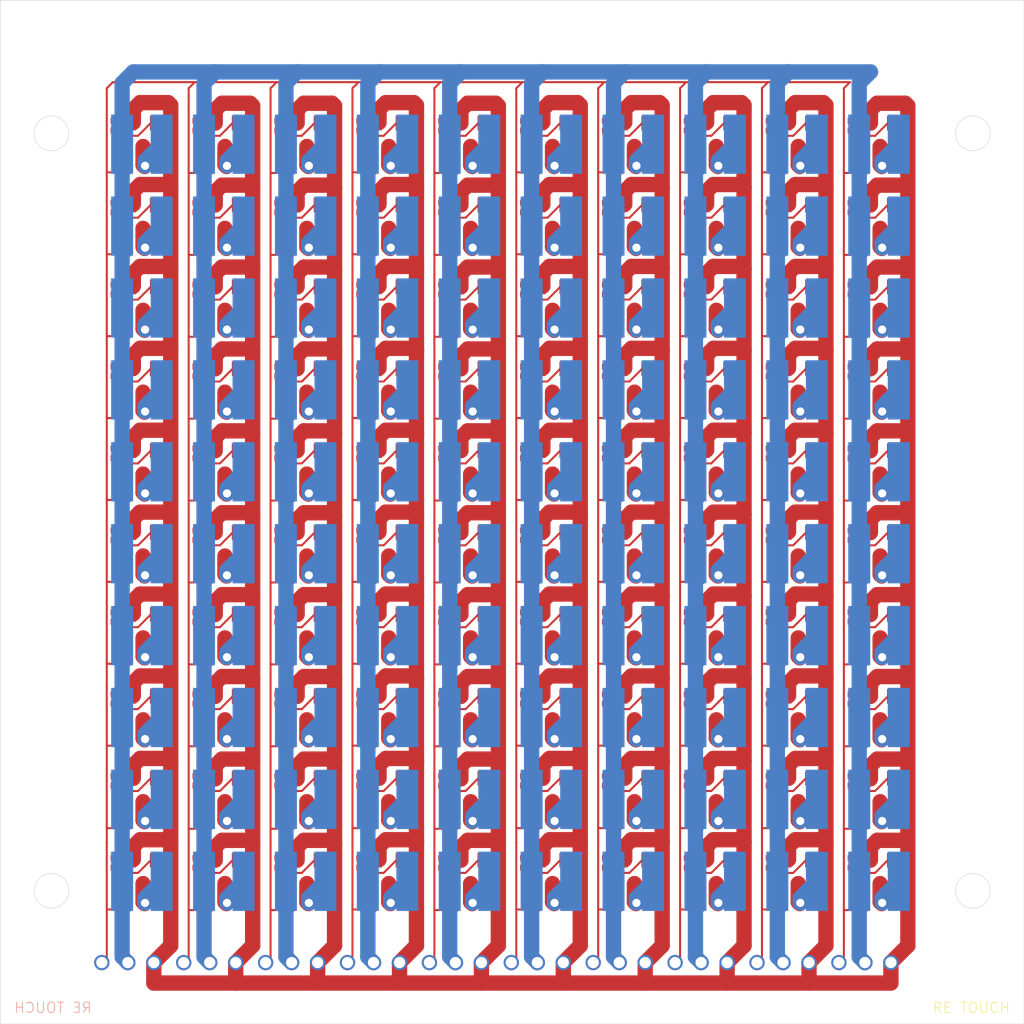
<source format=kicad_pcb>
(kicad_pcb (version 20241229) (generator "pcbnew") (generator_version "9.0")
  (layers (0 "F.Cu" signal) (2 "B.Cu" signal) (13 "F.Paste" user) (15 "B.Paste" user) (5 "F.SilkS" user "F.Silkscreen") (7 "B.SilkS" user "B.Silkscreen") (1 "F.Mask" user) (3 "B.Mask" user) (25 "Edge.Cuts" user))
  (net 0 "")
  (net 1 "+20V")
  (net 2 "Net-(Q2-D)")
  (net 3 "+10V")
  (net 4 "Net-(Q1-E)")
  (net 5 "GND")
  (net 6 "Net-(Q4-D)")
  (net 7 "Net-(Q6-D)")
  (net 8 "Net-(Q8-D)")
  (net 9 "Net-(Q10-D)")
  (net 10 "Net-(Q12-D)")
  (net 11 "Net-(Q14-D)")
  (net 12 "Net-(Q16-D)")
  (net 13 "Net-(Q18-D)")
  (net 14 "Net-(Q20-D)")
  (net 15 "Net-(Q22-D)")
  (net 16 "Net-(Q24-D)")
  (net 17 "Net-(Q26-D)")
  (net 18 "Net-(Q28-D)")
  (net 19 "Net-(Q30-D)")
  (net 20 "Net-(Q32-D)")
  (net 21 "Net-(Q34-D)")
  (net 22 "Net-(Q36-D)")
  (net 23 "Net-(Q38-D)")
  (net 24 "Net-(Q40-D)")
  (net 25 "Net-(Q42-D)")
  (net 26 "Net-(Q44-D)")
  (net 27 "Net-(Q46-D)")
  (net 28 "Net-(Q48-D)")
  (net 29 "Net-(Q50-D)")
  (net 30 "Net-(Q52-D)")
  (net 31 "Net-(Q54-D)")
  (net 32 "Net-(Q56-D)")
  (net 33 "Net-(Q58-D)")
  (net 34 "Net-(Q60-D)")
  (net 35 "Net-(Q62-D)")
  (net 36 "Net-(Q64-D)")
  (net 37 "Net-(Q66-D)")
  (net 38 "Net-(Q68-D)")
  (net 39 "Net-(Q70-D)")
  (net 40 "Net-(Q72-D)")
  (net 41 "Net-(Q74-D)")
  (net 42 "Net-(Q76-D)")
  (net 43 "Net-(Q78-D)")
  (net 44 "Net-(Q80-D)")
  (net 45 "Net-(Q82-D)")
  (net 46 "Net-(Q84-D)")
  (net 47 "Net-(Q86-D)")
  (net 48 "Net-(Q88-D)")
  (net 49 "Net-(Q90-D)")
  (net 50 "Net-(Q92-D)")
  (net 51 "Net-(Q94-D)")
  (net 52 "Net-(Q96-D)")
  (net 53 "Net-(Q98-D)")
  (net 54 "Net-(Q100-D)")
  (net 55 "Net-(Q102-D)")
  (net 56 "Net-(Q104-D)")
  (net 57 "Net-(Q106-D)")
  (net 58 "Net-(Q108-D)")
  (net 59 "Net-(Q110-D)")
  (net 60 "Net-(Q112-D)")
  (net 61 "Net-(Q114-D)")
  (net 62 "Net-(Q116-D)")
  (net 63 "Net-(Q118-D)")
  (net 64 "Net-(Q120-D)")
  (net 65 "Net-(Q122-D)")
  (net 66 "Net-(Q124-D)")
  (net 67 "Net-(Q126-D)")
  (net 68 "Net-(Q128-D)")
  (net 69 "Net-(Q130-D)")
  (net 70 "Net-(Q132-D)")
  (net 71 "Net-(Q134-D)")
  (net 72 "Net-(Q136-D)")
  (net 73 "Net-(Q138-D)")
  (net 74 "Net-(Q140-D)")
  (net 75 "Net-(Q142-D)")
  (net 76 "Net-(Q144-D)")
  (net 77 "Net-(Q146-D)")
  (net 78 "Net-(Q148-D)")
  (net 79 "Net-(Q150-D)")
  (net 80 "Net-(Q152-D)")
  (net 81 "Net-(Q154-D)")
  (net 82 "Net-(Q156-D)")
  (net 83 "Net-(Q158-D)")
  (net 84 "Net-(Q160-D)")
  (net 85 "Net-(Q162-D)")
  (net 86 "Net-(Q164-D)")
  (net 87 "Net-(Q166-D)")
  (net 88 "Net-(Q168-D)")
  (net 89 "Net-(Q170-D)")
  (net 90 "Net-(Q172-D)")
  (net 91 "Net-(Q174-D)")
  (net 92 "Net-(Q176-D)")
  (net 93 "Net-(Q178-D)")
  (net 94 "Net-(Q180-D)")
  (net 95 "Net-(Q182-D)")
  (net 96 "Net-(Q184-D)")
  (net 97 "Net-(Q186-D)")
  (net 98 "Net-(Q188-D)")
  (net 99 "Net-(Q190-D)")
  (net 100 "Net-(Q192-D)")
  (net 101 "Net-(Q194-D)")
  (net 102 "Net-(Q196-D)")
  (net 103 "Net-(Q198-D)")
  (net 104 "Net-(Q200-D)")
  (net 105 "Net-(Q3-E)")
  (net 106 "Net-(Q5-E)")
  (net 107 "Net-(Q7-E)")
  (net 108 "Net-(Q10-G)")
  (net 109 "Net-(Q11-E)")
  (net 110 "Net-(Q13-E)")
  (net 111 "Net-(Q15-E)")
  (net 112 "Net-(Q17-E)")
  (net 113 "Net-(Q19-E)")
  (net 114 "Net-(Q21-E)")
  (net 115 "Net-(Q23-E)")
  (net 116 "Net-(Q25-E)")
  (net 117 "Net-(Q27-E)")
  (net 118 "Net-(Q29-E)")
  (net 119 "Net-(Q31-E)")
  (net 120 "Net-(Q33-E)")
  (net 121 "Net-(Q35-E)")
  (net 122 "Net-(Q37-E)")
  (net 123 "Net-(Q39-E)")
  (net 124 "Net-(Q41-E)")
  (net 125 "Net-(Q43-E)")
  (net 126 "Net-(Q45-E)")
  (net 127 "Net-(Q47-E)")
  (net 128 "Net-(Q49-E)")
  (net 129 "Net-(Q51-E)")
  (net 130 "Net-(Q53-E)")
  (net 131 "Net-(Q55-E)")
  (net 132 "Net-(Q57-E)")
  (net 133 "Net-(Q59-E)")
  (net 134 "Net-(Q61-E)")
  (net 135 "Net-(Q63-E)")
  (net 136 "Net-(Q65-E)")
  (net 137 "Net-(Q67-E)")
  (net 138 "Net-(Q69-E)")
  (net 139 "Net-(Q71-E)")
  (net 140 "Net-(Q73-E)")
  (net 141 "Net-(Q75-E)")
  (net 142 "Net-(Q77-E)")
  (net 143 "Net-(Q79-E)")
  (net 144 "Net-(Q81-E)")
  (net 145 "Net-(Q83-E)")
  (net 146 "Net-(Q85-E)")
  (net 147 "Net-(Q87-E)")
  (net 148 "Net-(Q89-E)")
  (net 149 "Net-(Q91-E)")
  (net 150 "Net-(Q93-E)")
  (net 151 "Net-(Q95-E)")
  (net 152 "Net-(Q97-E)")
  (net 153 "Net-(Q100-G)")
  (net 154 "Net-(Q101-E)")
  (net 155 "Net-(Q103-E)")
  (net 156 "Net-(Q105-E)")
  (net 157 "Net-(Q107-E)")
  (net 158 "Net-(Q109-E)")
  (net 159 "Net-(Q111-E)")
  (net 160 "Net-(Q113-E)")
  (net 161 "Net-(Q115-E)")
  (net 162 "Net-(Q117-E)")
  (net 163 "Net-(Q119-E)")
  (net 164 "Net-(Q121-E)")
  (net 165 "Net-(Q123-E)")
  (net 166 "Net-(Q125-E)")
  (net 167 "Net-(Q127-E)")
  (net 168 "Net-(Q129-E)")
  (net 169 "Net-(Q131-E)")
  (net 170 "Net-(Q133-E)")
  (net 171 "Net-(Q135-E)")
  (net 172 "Net-(Q137-E)")
  (net 173 "Net-(Q139-E)")
  (net 174 "Net-(Q141-E)")
  (net 175 "Net-(Q143-E)")
  (net 176 "Net-(Q145-E)")
  (net 177 "Net-(Q147-E)")
  (net 178 "Net-(Q149-E)")
  (net 179 "Net-(Q151-E)")
  (net 180 "Net-(Q153-E)")
  (net 181 "Net-(Q155-E)")
  (net 182 "Net-(Q157-E)")
  (net 183 "Net-(Q159-E)")
  (net 184 "Net-(Q161-E)")
  (net 185 "Net-(Q163-E)")
  (net 186 "Net-(Q165-E)")
  (net 187 "Net-(Q167-E)")
  (net 188 "Net-(Q169-E)")
  (net 189 "Net-(Q171-E)")
  (net 190 "Net-(Q173-E)")
  (net 191 "Net-(Q175-E)")
  (net 192 "Net-(Q177-E)")
  (net 193 "Net-(Q179-E)")
  (net 194 "Net-(Q181-E)")
  (net 195 "Net-(Q183-E)")
  (net 196 "Net-(Q185-E)")
  (net 197 "Net-(Q187-E)")
  (net 198 "Net-(Q189-E)")
  (net 199 "Net-(Q191-E)")
  (net 200 "Net-(Q193-E)")
  (net 201 "Net-(Q195-E)")
  (net 202 "Net-(Q197-E)")
  (net 203 "Net-(Q199-E)")
  (footprint "footprints:TRANS_RDR005N_ROM" (layer "F.Cu") (at 170.950001 121.143 180)
    (property "Reference" "Q124" (hide yes))
    (property "Value" "RQ5E070BNTCL")
  )
  (footprint "footprints:TRANS_RDR005N_ROM" (layer "F.Cu") (at 122.950001 97.143 180)
    (property "Reference" "Q156" (hide yes))
    (property "Value" "RQ5E070BNTCL")
  )
  (footprint "footprints:RES_CRCW0402_VIS" (layer "F.Cu") (at 128.055201 96.251 90)
    (property "Reference" "R14" (hide yes))
    (property "Value" "CRCW040250K0FKED")
  )
  (footprint "footprints:TRANS_RPM-075P_ROM" (layer "F.Cu") (at 161.106401 124.0211 -90)
    (property "Reference" "Q121" (hide yes))
    (property "Value" "RPM-075PTT86")
  )
  (footprint "footprints:TRANS_RPM-075P_ROM" (layer "F.Cu") (at 145.106401 92.0211 -90)
    (property "Reference" "Q187" (hide yes))
    (property "Value" "RPM-075PTT86")
  )
  (footprint "footprints:RES_CRCW0402_VIS" (layer "F.Cu") (at 120.055201 104.251 90)
    (property "Reference" "R79" (hide yes))
    (property "Value" "CRCW040250K0FKED")
  )
  (footprint "footprints:RES_CRCW0402_VIS" (layer "F.Cu") (at 136.055201 128.251 90)
    (property "Reference" "R95" (hide yes))
    (property "Value" "CRCW040250K0FKED")
  )
  (footprint "footprints:TRANS_RPM-075P_ROM" (layer "F.Cu") (at 137.106401 140.0211 -90)
    (property "Reference" "Q165" (hide yes))
    (property "Value" "RPM-075PTT86")
  )
  (footprint "footprints:TRANS_RPM-075P_ROM" (layer "F.Cu") (at 121.106401 124.0211 -90)
    (property "Reference" "Q59" (hide yes))
    (property "Value" "RPM-075PTT86")
  )
  (footprint "footprints:RES_CRCW0402_VIS" (layer "F.Cu") (at 184.055201 88.251 90)
    (property "Reference" "R86" (hide yes))
    (property "Value" "CRCW040250K0FKED")
  )
  (footprint "footprints:TRANS_RPM-075P_ROM" (layer "F.Cu") (at 121.106401 68.0211 -90)
    (property "Reference" "Q199" (hide yes))
    (property "Value" "RPM-075PTT86")
  )
  (footprint "footprints:RES_CRCW0402_VIS" (layer "F.Cu") (at 144.055201 80.251 90)
    (property "Reference" "R47" (hide yes))
    (property "Value" "CRCW040250K0FKED")
  )
  (footprint "footprints:TRANS_RDR005N_ROM" (layer "F.Cu") (at 138.950001 89.143 180)
    (property "Reference" "Q130" (hide yes))
    (property "Value" "RQ5E070BNTCL")
  )
  (footprint "footprints:RES_CRCW0402_VIS" (layer "F.Cu") (at 152.055201 96.251 90)
    (property "Reference" "R67" (hide yes))
    (property "Value" "CRCW040250K0FKED")
  )
  (footprint "footprints:TRANS_RDR005N_ROM" (layer "F.Cu") (at 178.950001 129.143 180)
    (property "Reference" "Q128" (hide yes))
    (property "Value" "RQ5E070BNTCL")
  )
  (footprint "footprints:TRANS_RPM-075P_ROM" (layer "F.Cu") (at 177.106401 124.0211 -90)
    (property "Reference" "Q131" (hide yes))
    (property "Value" "RPM-075PTT86")
  )
  (footprint "footprints:TRANS_RDR005N_ROM" (layer "F.Cu") (at 146.950001 73.143 180)
    (property "Reference" "Q194" (hide yes))
    (property "Value" "RQ5E070BNTCL")
  )
  (footprint "footprints:TRANS_RDR005N_ROM" (layer "F.Cu") (at 154.950001 137.143 180)
    (property "Reference" "Q100" (hide yes))
    (property "Value" "RQ5E070BNTCL")
  )
  (footprint "footprints:RES_CRCW0402_VIS" (layer "F.Cu") (at 184.055201 136.251 90)
    (property "Reference" "R80" (hide yes))
    (property "Value" "CRCW040250K0FKED")
  )
  (footprint "footprints:RES_CRCW0402_VIS" (layer "F.Cu") (at 184.055201 64.251 90)
    (property "Reference" "R46" (hide yes))
    (property "Value" "CRCW040250K0FKED")
  )
  (footprint "footprints:TRANS_RDR005N_ROM" (layer "F.Cu") (at 186.950001 105.143 180)
    (property "Reference" "Q44" (hide yes))
    (property "Value" "RQ5E070BNTCL")
  )
  (footprint "footprints:TRANS_RPM-075P_ROM" (layer "F.Cu") (at 113.106401 124.0211 -90)
    (property "Reference" "Q95" (hide yes))
    (property "Value" "RPM-075PTT86")
  )
  (footprint "footprints:RES_CRCW0402_VIS" (layer "F.Cu") (at 184.055201 104.251 90)
    (property "Reference" "R22" (hide yes))
    (property "Value" "CRCW040250K0FKED")
  )
  (footprint "footprints:TRANS_RPM-075P_ROM" (layer "F.Cu") (at 145.106401 84.0211 -90)
    (property "Reference" "Q93" (hide yes))
    (property "Value" "RPM-075PTT86")
  )
  (footprint "footprints:RES_CRCW0402_VIS" (layer "F.Cu") (at 152.055201 88.251 90)
    (property "Reference" "R59" (hide yes))
    (property "Value" "CRCW040250K0FKED")
  )
  (footprint "footprints:TRANS_RPM-075P_ROM" (layer "F.Cu") (at 185.106401 116.0211 -90)
    (property "Reference" "Q135" (hide yes))
    (property "Value" "RPM-075PTT86")
  )
  (footprint "footprints:TRANS_RPM-075P_ROM" (layer "F.Cu") (at 161.106401 116.0211 -90)
    (property "Reference" "Q89" (hide yes))
    (property "Value" "RPM-075PTT86")
  )
  (footprint "footprints:TRANS_RDR005N_ROM" (layer "F.Cu") (at 186.950001 65.143 180)
    (property "Reference" "Q92" (hide yes))
    (property "Value" "RQ5E070BNTCL")
  )
  (footprint "footprints:RES_CRCW0402_VIS" (layer "F.Cu") (at 120.055201 80.251 90)
    (property "Reference" "R8" (hide yes))
    (property "Value" "CRCW040250K0FKED")
  )
  (footprint "footprints:TRANS_RPM-075P_ROM" (layer "F.Cu") (at 153.106401 132.0211 -90)
    (property "Reference" "Q19" (hide yes))
    (property "Value" "RPM-075PTT86")
  )
  (footprint "footprints:TRANS_RDR005N_ROM" (layer "F.Cu") (at 154.950001 97.143 180)
    (property "Reference" "Q134" (hide yes))
    (property "Value" "RQ5E070BNTCL")
  )
  (footprint "footprints:TRANS_RDR005N_ROM" (layer "F.Cu") (at 138.950001 105.143 180)
    (property "Reference" "Q86" (hide yes))
    (property "Value" "RQ5E070BNTCL")
  )
  (footprint "footprints:TRANS_RPM-075P_ROM" (layer "F.Cu") (at 129.106401 108.0211 -90)
    (property "Reference" "Q9" (hide yes))
    (property "Value" "RPM-075PTT86")
  )
  (footprint "footprints:TRANS_RPM-075P_ROM" (layer "F.Cu") (at 185.106401 108.0211 -90)
    (property "Reference" "Q43" (hide yes))
    (property "Value" "RPM-075PTT86")
  )
  (footprint "footprints:TRANS_RPM-075P_ROM" (layer "F.Cu") (at 137.106401 76.0211 -90)
    (property "Reference" "Q13" (hide yes))
    (property "Value" "RPM-075PTT86")
  )
  (footprint "footprints:RES_CRCW0402_VIS" (layer "F.Cu") (at 120.055201 112.251 90)
    (property "Reference" "R54" (hide yes))
    (property "Value" "CRCW040250K0FKED")
  )
  (footprint "footprints:RES_CRCW0402_VIS" (layer "F.Cu") (at 136.055201 136.251 90)
    (property "Reference" "R83" (hide yes))
    (property "Value" "CRCW040250K0FKED")
  )
  (footprint "footprints:TRANS_RPM-075P_ROM" (layer "F.Cu") (at 113.106401 100.0211 -90)
    (property "Reference" "Q139" (hide yes))
    (property "Value" "RPM-075PTT86")
  )
  (footprint "footprints:RES_CRCW0402_VIS" (layer "F.Cu") (at 160.055201 104.251 90)
    (property "Reference" "R89" (hide yes))
    (property "Value" "CRCW040250K0FKED")
  )
  (footprint "footprints:RES_CRCW0402_VIS" (layer "F.Cu") (at 144.055201 72.251 90)
    (property "Reference" "R97" (hide yes))
    (property "Value" "CRCW040250K0FKED")
  )
  (footprint "footprints:TRANS_RDR005N_ROM" (layer "F.Cu") (at 138.950001 121.143 180)
    (property "Reference" "Q56" (hide yes))
    (property "Value" "RQ5E070BNTCL")
  )
  (footprint "footprints:RES_CRCW0402_VIS" (layer "F.Cu") (at 176.055201 72.251 90)
    (property "Reference" "R44" (hide yes))
    (property "Value" "CRCW040250K0FKED")
  )
  (footprint "footprints:RES_CRCW0402_VIS" (layer "F.Cu") (at 136.055201 96.251 90)
    (property "Reference" "R34" (hide yes))
    (property "Value" "CRCW040250K0FKED")
  )
  (footprint "footprints:TRANS_RPM-075P_ROM" (layer "F.Cu") (at 121.106401 132.0211 -90)
    (property "Reference" "Q179" (hide yes))
    (property "Value" "RPM-075PTT86")
  )
  (footprint "footprints:RES_CRCW0402_VIS" (layer "F.Cu") (at 128.055201 112.251 90)
    (property "Reference" "R15" (hide yes))
    (property "Value" "CRCW040250K0FKED")
  )
  (footprint "footprints:RES_CRCW0402_VIS" (layer "F.Cu") (at 184.055201 112.251 90)
    (property "Reference" "R68" (hide yes))
    (property "Value" "CRCW040250K0FKED")
  )
  (footprint "footprints:TRANS_RDR005N_ROM" (layer "F.Cu") (at 186.950001 113.143 180)
    (property "Reference" "Q136" (hide yes))
    (property "Value" "RQ5E070BNTCL")
  )
  (footprint "footprints:RES_CRCW0402_VIS" (layer "F.Cu") (at 120.055201 96.251 90)
    (property "Reference" "R78" (hide yes))
    (property "Value" "CRCW040250K0FKED")
  )
  (footprint "footprints:TRANS_RDR005N_ROM" (layer "F.Cu") (at 178.950001 81.143 180)
    (property "Reference" "Q150" (hide yes))
    (property "Value" "RQ5E070BNTCL")
  )
  (footprint "footprints:TRANS_RDR005N_ROM" (layer "F.Cu") (at 114.950001 73.143 180)
    (property "Reference" "Q80" (hide yes))
    (property "Value" "RQ5E070BNTCL")
  )
  (footprint "footprints:TRANS_RDR005N_ROM" (layer "F.Cu") (at 162.950001 73.143 180)
    (property "Reference" "Q152" (hide yes))
    (property "Value" "RQ5E070BNTCL")
  )
  (footprint "footprints:TRANS_RPM-075P_ROM" (layer "F.Cu") (at 169.106401 76.0211 -90)
    (property "Reference" "Q57" (hide yes))
    (property "Value" "RPM-075PTT86")
  )
  (footprint "footprints:TRANS_RPM-075P_ROM" (layer "F.Cu") (at 185.106401 84.0211 -90)
    (property "Reference" "Q167" (hide yes))
    (property "Value" "RPM-075PTT86")
  )
  (footprint "footprints:TRANS_RPM-075P_ROM" (layer "F.Cu") (at 153.106401 116.0211 -90)
    (property "Reference" "Q183" (hide yes))
    (property "Value" "RPM-075PTT86")
  )
  (footprint "footprints:TRANS_RDR005N_ROM" (layer "F.Cu") (at 170.950001 105.143 180)
    (property "Reference" "Q114" (hide yes))
    (property "Value" "RQ5E070BNTCL")
  )
  (footprint "footprints:RES_CRCW0402_VIS" (layer "F.Cu") (at 184.055201 128.251 90)
    (property "Reference" "R37" (hide yes))
    (property "Value" "CRCW040250K0FKED")
  )
  (footprint "footprints:TRANS_RPM-075P_ROM" (layer "F.Cu") (at 121.106401 100.0211 -90)
    (property "Reference" "Q155" (hide yes))
    (property "Value" "RPM-075PTT86")
  )
  (footprint "footprints:RES_CRCW0402_VIS" (layer "F.Cu") (at 168.055201 88.251 90)
    (property "Reference" "R35" (hide yes))
    (property "Value" "CRCW040250K0FKED")
  )
  (footprint "footprints:TRANS_RDR005N_ROM" (layer "F.Cu") (at 138.950001 81.143 180)
    (property "Reference" "Q104" (hide yes))
    (property "Value" "RQ5E070BNTCL")
  )
  (footprint "footprints:RES_CRCW0402_VIS" (layer "F.Cu") (at 160.055201 136.251 90)
    (property "Reference" "R53" (hide yes))
    (property "Value" "CRCW040250K0FKED")
  )
  (footprint "footprints:RES_CRCW0402_VIS" (layer "F.Cu") (at 160.055201 72.251 90)
    (property "Reference" "R76" (hide yes))
    (property "Value" "CRCW040250K0FKED")
  )
  (footprint "footprints:TRANS_RPM-075P_ROM" (layer "F.Cu") (at 169.106401 132.0211 -90)
    (property "Reference" "Q101" (hide yes))
    (property "Value" "RPM-075PTT86")
  )
  (footprint "footprints:TRANS_RPM-075P_ROM" (layer "F.Cu") (at 169.106401 116.0211 -90)
    (property "Reference" "Q81" (hide yes))
    (property "Value" "RPM-075PTT86")
  )
  (footprint "footprints:TRANS_RDR005N_ROM" (layer "F.Cu") (at 130.950001 65.143 180)
    (property "Reference" "Q4" (hide yes))
    (property "Value" "RQ5E070BNTCL")
  )
  (footprint "footprints:RES_CRCW0402_VIS" (layer "F.Cu") (at 144.055201 128.251 90)
    (property "Reference" "R33" (hide yes))
    (property "Value" "CRCW040250K0FKED")
  )
  (footprint "footprints:TRANS_RDR005N_ROM" (layer "F.Cu") (at 122.950001 65.143 180)
    (property "Reference" "Q200" (hide yes))
    (property "Value" "RQ5E070BNTCL")
  )
  (footprint "footprints:TRANS_RPM-075P_ROM" (layer "F.Cu") (at 145.106401 76.0211 -90)
    (property "Reference" "Q193" (hide yes))
    (property "Value" "RPM-075PTT86")
  )
  (footprint "footprints:TRANS_RPM-075P_ROM" (layer "F.Cu") (at 177.106401 140.0211 -90)
    (property "Reference" "Q115" (hide yes))
    (property "Value" "RPM-075PTT86")
  )
  (footprint "footprints:TRANS_RPM-075P_ROM" (layer "F.Cu") (at 185.106401 76.0211 -90)
    (property "Reference" "Q51" (hide yes))
    (property "Value" "RPM-075PTT86")
  )
  (footprint "footprints:RES_CRCW0402_VIS" (layer "F.Cu") (at 168.055201 96.251 90)
    (property "Reference" "R6" (hide yes))
    (property "Value" "CRCW040250K0FKED")
  )
  (footprint "footprints:RES_CRCW0402_VIS" (layer "F.Cu") (at 168.055201 64.251 90)
    (property "Reference" "R81" (hide yes))
    (property "Value" "CRCW040250K0FKED")
  )
  (footprint "footprints:TRANS_RDR005N_ROM" (layer "F.Cu") (at 186.950001 81.143 180)
    (property "Reference" "Q168" (hide yes))
    (property "Value" "RQ5E070BNTCL")
  )
  (footprint "footprints:RES_CRCW0402_VIS" (layer "F.Cu") (at 112.055201 128.251 90)
    (property "Reference" "R1" (hide yes))
    (property "Value" "CRCW040250K0FKED")
  )
  (footprint "footprints:TRANS_RDR005N_ROM" (layer "F.Cu") (at 178.950001 89.143 180)
    (property "Reference" "Q48" (hide yes))
    (property "Value" "RQ5E070BNTCL")
  )
  (footprint "footprints:RES_CRCW0402_VIS" (layer "F.Cu") (at 160.055201 80.251 90)
    (property "Reference" "R91" (hide yes))
    (property "Value" "CRCW040250K0FKED")
  )
  (footprint "footprints:TRANS_RDR005N_ROM" (layer "F.Cu") (at 114.950001 121.143 180)
    (property "Reference" "Q96" (hide yes))
    (property "Value" "RQ5E070BNTCL")
  )
  (footprint "footprints:TRANS_RPM-075P_ROM" (layer "F.Cu") (at 153.106401 84.0211 -90)
    (property "Reference" "Q83" (hide yes))
    (property "Value" "RPM-075PTT86")
  )
  (footprint "footprints:TRANS_RPM-075P_ROM" (layer "F.Cu") (at 153.106401 92.0211 -90)
    (property "Reference" "Q117" (hide yes))
    (property "Value" "RPM-075PTT86")
  )
  (footprint "footprints:RES_CRCW0402_VIS" (layer "F.Cu") (at 152.055201 112.251 90)
    (property "Reference" "R92" (hide yes))
    (property "Value" "CRCW040250K0FKED")
  )
  (footprint "footprints:RES_CRCW0402_VIS" (layer "F.Cu") (at 176.055201 128.251 90)
    (property "Reference" "R64" (hide yes))
    (property "Value" "CRCW040250K0FKED")
  )
  (footprint "footprints:TRANS_RPM-075P_ROM" (layer "F.Cu") (at 177.106401 68.0211 -90)
    (property "Reference" "Q41" (hide yes))
    (property "Value" "RPM-075PTT86")
  )
  (footprint "footprints:TRANS_RPM-075P_ROM" (layer "F.Cu") (at 153.106401 140.0211 -90)
    (property "Reference" "Q99" (hide yes))
    (property "Value" "RPM-075PTT86")
  )
  (footprint "footprints:TRANS_RDR005N_ROM" (layer "F.Cu") (at 122.950001 73.143 180)
    (property "Reference" "Q50" (hide yes))
    (property "Value" "RQ5E070BNTCL")
  )
  (footprint "footprints:TRANS_RDR005N_ROM" (layer "F.Cu") (at 122.950001 89.143 180)
    (property "Reference" "Q110" (hide yes))
    (property "Value" "RQ5E070BNTCL")
  )
  (footprint "footprints:TRANS_RDR005N_ROM" (layer "F.Cu") (at 154.950001 73.143 180)
    (property "Reference" "Q120" (hide yes))
    (property "Value" "RQ5E070BNTCL")
  )
  (footprint "footprints:TRANS_RDR005N_ROM" (layer "F.Cu") (at 154.950001 65.143 180)
    (property "Reference" "Q76" (hide yes))
    (property "Value" "RQ5E070BNTCL")
  )
  (footprint "footprints:RES_CRCW0402_VIS" (layer "F.Cu") (at 168.055201 112.251 90)
    (property "Reference" "R41" (hide yes))
    (property "Value" "CRCW040250K0FKED")
  )
  (footprint "footprints:TRANS_RPM-075P_ROM" (layer "F.Cu") (at 161.106401 100.0211 -90)
    (property "Reference" "Q191" (hide yes))
    (property "Value" "RPM-075PTT86")
  )
  (footprint "footprints:TRANS_RPM-075P_ROM" (layer "F.Cu") (at 129.106401 140.0211 -90)
    (property "Reference" "Q197" (hide yes))
    (property "Value" "RPM-075PTT86")
  )
  (footprint "footprints:TRANS_RPM-075P_ROM" (layer "F.Cu") (at 129.106401 100.0211 -90)
    (property "Reference" "Q27" (hide yes))
    (property "Value" "RPM-075PTT86")
  )
  (footprint "footprints:RES_CRCW0402_VIS" (layer "F.Cu") (at 144.055201 64.251 90)
    (property "Reference" "R20" (hide yes))
    (property "Value" "CRCW040250K0FKED")
  )
  (footprint "footprints:TRANS_RPM-075P_ROM" (layer "F.Cu") (at 121.106401 76.0211 -90)
    (property "Reference" "Q49" (hide yes))
    (property "Value" "RPM-075PTT86")
  )
  (footprint "footprints:TRANS_RDR005N_ROM" (layer "F.Cu") (at 170.950001 113.143 180)
    (property "Reference" "Q82" (hide yes))
    (property "Value" "RQ5E070BNTCL")
  )
  (footprint "footprints:RES_CRCW0402_VIS" (layer "F.Cu") (at 168.055201 136.251 90)
    (property "Reference" "R27" (hide yes))
    (property "Value" "CRCW040250K0FKED")
  )
  (footprint "footprints:TRANS_RPM-075P_ROM" (layer "F.Cu") (at 161.106401 76.0211 -90)
    (property "Reference" "Q151" (hide yes))
    (property "Value" "RPM-075PTT86")
  )
  (footprint "footprints:RES_CRCW0402_VIS" (layer "F.Cu") (at 128.055201 88.251 90)
    (property "Reference" "R88" (hide yes))
    (property "Value" "CRCW040250K0FKED")
  )
  (footprint "footprints:TRANS_RPM-075P_ROM" (layer "F.Cu") (at 161.106401 108.0211 -90)
    (property "Reference" "Q177" (hide yes))
    (property "Value" "RPM-075PTT86")
  )
  (footprint "footprints:TRANS_RPM-075P_ROM" (layer "F.Cu") (at 137.106401 84.0211 -90)
    (property "Reference" "Q103" (hide yes))
    (property "Value" "RPM-075PTT86")
  )
  (footprint "footprints:RES_CRCW0402_VIS" (layer "F.Cu") (at 168.055201 128.251 90)
    (property "Reference" "R51" (hide yes))
    (property "Value" "CRCW040250K0FKED")
  )
  (footprint "footprints:RES_CRCW0402_VIS" (layer "F.Cu") (at 152.055201 128.251 90)
    (property "Reference" "R10" (hide yes))
    (property "Value" "CRCW040250K0FKED")
  )
  (footprint "footprints:TRANS_RDR005N_ROM" (layer "F.Cu") (at 130.950001 137.143 180)
    (property "Reference" "Q198" (hide yes))
    (property "Value" "RQ5E070BNTCL")
  )
  (footprint "footprints:TRANS_RDR005N_ROM" (layer "F.Cu") (at 114.950001 81.143 180)
    (property "Reference" "Q8" (hide yes))
    (property "Value" "RQ5E070BNTCL")
  )
  (footprint "footprints:RES_CRCW0402_VIS" (layer "F.Cu") (at 176.055201 64.251 90)
    (property "Reference" "R21" (hide yes))
    (property "Value" "CRCW040250K0FKED")
  )
  (footprint "footprints:TRANS_RPM-075P_ROM" (layer "F.Cu") (at 177.106401 100.0211 -90)
    (property "Reference" "Q163" (hide yes))
    (property "Value" "RPM-075PTT86")
  )
  (footprint "footprints:TRANS_RDR005N_ROM" (layer "F.Cu") (at 130.950001 73.143 180)
    (property "Reference" "Q62" (hide yes))
    (property "Value" "RQ5E070BNTCL")
  )
  (footprint "footprints:TRANS_RPM-075P_ROM" (layer "F.Cu") (at 161.106401 92.0211 -90)
    (property "Reference" "Q33" (hide yes))
    (property "Value" "RPM-075PTT86")
  )
  (footprint "footprints:TRANS_RPM-075P_ROM" (layer "F.Cu") (at 121.106401 116.0211 -90)
    (property "Reference" "Q107" (hide yes))
    (property "Value" "RPM-075PTT86")
  )
  (footprint "footprints:TRANS_RPM-075P_ROM" (layer "F.Cu") (at 137.106401 124.0211 -90)
    (property "Reference" "Q55" (hide yes))
    (property "Value" "RPM-075PTT86")
  )
  (footprint "footprints:TRANS_RDR005N_ROM" (layer "F.Cu") (at 186.950001 129.143 180)
    (property "Reference" "Q74" (hide yes))
    (property "Value" "RQ5E070BNTCL")
  )
  (footprint "footprints:TRANS_RPM-075P_ROM" (layer "F.Cu") (at 121.106401 84.0211 -90)
    (property "Reference" "Q15" (hide yes))
    (property "Value" "RPM-075PTT86")
  )
  (footprint "footprints:TRANS_RPM-075P_ROM" (layer "F.Cu") (at 153.106401 68.0211 -90)
    (property "Reference" "Q75" (hide yes))
    (property "Value" "RPM-075PTT86")
  )
  (footprint "footprints:RES_CRCW0402_VIS" (layer "F.Cu") (at 120.055201 72.251 90)
    (property "Reference" "R25" (hide yes))
    (property "Value" "CRCW040250K0FKED")
  )
  (footprint "footprints:TRANS_RDR005N_ROM" (layer "F.Cu") (at 114.950001 137.143 180)
    (property "Reference" "Q6" (hide yes))
    (property "Value" "RQ5E070BNTCL")
  )
  (footprint "footprints:TRANS_RDR005N_ROM" (layer "F.Cu") (at 122.950001 81.143 180)
    (property "Reference" "Q16" (hide yes))
    (property "Value" "RQ5E070BNTCL")
  )
  (footprint "footprints:TRANS_RDR005N_ROM" (layer "F.Cu") (at 154.950001 121.143 180)
    (property "Reference" "Q174" (hide yes))
    (property "Value" "RQ5E070BNTCL")
  )
  (footprint "footprints:TRANS_RPM-075P_ROM" (layer "F.Cu") (at 185.106401 92.0211 -90)
    (property "Reference" "Q171" (hide yes))
    (property "Value" "RPM-075PTT86")
  )
  (footprint "footprints:RES_CRCW0402_VIS" (layer "F.Cu") (at 144.055201 96.251 90)
    (property "Reference" "R73" (hide yes))
    (property "Value" "CRCW040250K0FKED")
  )
  (footprint "footprints:TRANS_RDR005N_ROM" (layer "F.Cu") (at 114.950001 97.143 180)
    (property "Reference" "Q140" (hide yes))
    (property "Value" "RQ5E070BNTCL")
  )
  (footprint "footprints:RES_CRCW0402_VIS" (layer "F.Cu") (at 144.055201 120.251 90)
    (property "Reference" "R23" (hide yes))
    (property "Value" "CRCW040250K0FKED")
  )
  (footprint "footprints:RES_CRCW0402_VIS" (layer "F.Cu") (at 136.055201 112.251 90)
    (property "Reference" "R69" (hide yes))
    (property "Value" "CRCW040250K0FKED")
  )
  (footprint "footprints:TRANS_RPM-075P_ROM" (layer "F.Cu") (at 145.106401 140.0211 -90)
    (property "Reference" "Q185" (hide yes))
    (property "Value" "RPM-075PTT86")
  )
  (footprint "footprints:TRANS_RDR005N_ROM" (layer "F.Cu") (at 162.950001 105.143 180)
    (property "Reference" "Q178" (hide yes))
    (property "Value" "RQ5E070BNTCL")
  )
  (footprint "footprints:RES_CRCW0402_VIS" (layer "F.Cu") (at 112.055201 88.251 90)
    (property "Reference" "R74" (hide yes))
    (property "Value" "CRCW040250K0FKED")
  )
  (footprint "footprints:TRANS_RPM-075P_ROM" (layer "F.Cu") (at 129.106401 116.0211 -90)
    (property "Reference" "Q29" (hide yes))
    (property "Value" "RPM-075PTT86")
  )
  (footprint "footprints:RES_CRCW0402_VIS" (layer "F.Cu") (at 152.055201 80.251 90)
    (property "Reference" "R42" (hide yes))
    (property "Value" "CRCW040250K0FKED")
  )
  (footprint "footprints:TRANS_RPM-075P_ROM" (layer "F.Cu") (at 153.106401 76.0211 -90)
    (property "Reference" "Q119" (hide yes))
    (property "Value" "RPM-075PTT86")
  )
  (footprint "footprints:TRANS_RPM-075P_ROM" (layer "F.Cu") (at 169.106401 124.0211 -90)
    (property "Reference" "Q123" (hide yes))
    (property "Value" "RPM-075PTT86")
  )
  (footprint "footprints:TRANS_RPM-075P_ROM" (layer "F.Cu") (at 185.106401 132.0211 -90)
    (property "Reference" "Q73" (hide yes))
    (property "Value" "RPM-075PTT86")
  )
  (footprint "footprints:TRANS_RDR005N_ROM" (layer "F.Cu") (at 170.950001 89.143 180)
    (property "Reference" "Q70" (hide yes))
    (property "Value" "RQ5E070BNTCL")
  )
  (footprint "footprints:RES_CRCW0402_VIS" (layer "F.Cu") (at 128.055201 136.251 90)
    (property "Reference" "R99" (hide yes))
    (property "Value" "CRCW040250K0FKED")
  )
  (footprint "footprints:TRANS_RPM-075P_ROM" (layer "F.Cu") (at 153.106401 108.0211 -90)
    (property "Reference" "Q77" (hide yes))
    (property "Value" "RPM-075PTT86")
  )
  (footprint "footprints:TRANS_RDR005N_ROM" (layer "F.Cu") (at 146.950001 105.143 180)
    (property "Reference" "Q72" (hide yes))
    (property "Value" "RQ5E070BNTCL")
  )
  (footprint "footprints:TRANS_RDR005N_ROM" (layer "F.Cu") (at 130.950001 121.143 180)
    (property "Reference" "Q144" (hide yes))
    (property "Value" "RQ5E070BNTCL")
  )
  (footprint "footprints:TRANS_RDR005N_ROM" (layer "F.Cu") (at 186.950001 121.143 180)
    (property "Reference" "Q26" (hide yes))
    (property "Value" "RQ5E070BNTCL")
  )
  (footprint "footprints:RES_CRCW0402_VIS" (layer "F.Cu") (at 128.055201 72.251 90)
    (property "Reference" "R31" (hide yes))
    (property "Value" "CRCW040250K0FKED")
  )
  (footprint "footprints:RES_CRCW0402_VIS" (layer "F.Cu") (at 128.055201 64.251 90)
    (property "Reference" "R2" (hide yes))
    (property "Value" "CRCW040250K0FKED")
  )
  (footprint "footprints:RES_CRCW0402_VIS" (layer "F.Cu") (at 128.055201 80.251 90)
    (property "Reference" "R11" (hide yes))
    (property "Value" "CRCW040250K0FKED")
  )
  (footprint "footprints:TRANS_RPM-075P_ROM" (layer "F.Cu") (at 177.106401 108.0211 -90)
    (property "Reference" "Q195" (hide yes))
    (property "Value" "RPM-075PTT86")
  )
  (footprint "footprints:RES_CRCW0402_VIS" (layer "F.Cu") (at 112.055201 104.251 90)
    (property "Reference" "R77" (hide yes))
    (property "Value" "CRCW040250K0FKED")
  )
  (footprint "footprints:TRANS_RPM-075P_ROM" (layer "F.Cu") (at 113.106401 108.0211 -90)
    (property "Reference" "Q153" (hide yes))
    (property "Value" "RPM-075PTT86")
  )
  (footprint "footprints:TRANS_RPM-075P_ROM" (layer "F.Cu") (at 161.106401 132.0211 -90)
    (property "Reference" "Q63" (hide yes))
    (property "Value" "RPM-075PTT86")
  )
  (footprint "footprints:RES_CRCW0402_VIS" (layer "F.Cu") (at 168.055201 104.251 90)
    (property "Reference" "R57" (hide yes))
    (property "Value" "CRCW040250K0FKED")
  )
  (footprint "footprints:RES_CRCW0402_VIS" (layer "F.Cu") (at 128.055201 120.251 90)
    (property "Reference" "R72" (hide yes))
    (property "Value" "CRCW040250K0FKED")
  )
  (footprint "footprints:TRANS_RDR005N_ROM" (layer "F.Cu") (at 170.950001 73.143 180)
    (property "Reference" "Q58" (hide yes))
    (property "Value" "RQ5E070BNTCL")
  )
  (footprint "footprints:RES_CRCW0402_VIS" (layer "F.Cu") (at 128.055201 128.251 90)
    (property "Reference" "R63" (hide yes))
    (property "Value" "CRCW040250K0FKED")
  )
  (footprint "footprints:RES_CRCW0402_VIS" (layer "F.Cu") (at 176.055201 96.251 90)
    (property "Reference" "R82" (hide yes))
    (property "Value" "CRCW040250K0FKED")
  )
  (footprint "footprints:TRANS_RDR005N_ROM" (layer "F.Cu") (at 146.950001 65.143 180)
    (property "Reference" "Q40" (hide yes))
    (property "Value" "RQ5E070BNTCL")
  )
  (footprint "footprints:TRANS_RDR005N_ROM" (layer "F.Cu") (at 130.950001 105.143 180)
    (property "Reference" "Q10" (hide yes))
    (property "Value" "RQ5E070BNTCL")
  )
  (footprint "footprints:RES_CRCW0402_VIS" (layer "F.Cu") (at 160.055201 64.251 90)
    (property "Reference" "R16" (hide yes))
    (property "Value" "CRCW040250K0FKED")
  )
  (footprint "footprints:RES_CRCW0402_VIS" (layer "F.Cu") (at 184.055201 120.251 90)
    (property "Reference" "R13" (hide yes))
    (property "Value" "CRCW040250K0FKED")
  )
  (footprint "footprints:RES_CRCW0402_VIS" (layer "F.Cu") (at 144.055201 112.251 90)
    (property "Reference" "R12" (hide yes))
    (property "Value" "CRCW040250K0FKED")
  )
  (footprint "footprints:TRANS_RDR005N_ROM" (layer "F.Cu") (at 178.950001 73.143 180)
    (property "Reference" "Q88" (hide yes))
    (property "Value" "RQ5E070BNTCL")
  )
  (footprint "footprints:TRANS_RDR005N_ROM" (layer "F.Cu") (at 138.950001 65.143 180)
    (property "Reference" "Q18" (hide yes))
    (property "Value" "RQ5E070BNTCL")
  )
  (footprint "footprints:TRANS_RPM-075P_ROM" (layer "F.Cu") (at 137.106401 132.0211 -90)
    (property "Reference" "Q189" (hide yes))
    (property "Value" "RPM-075PTT86")
  )
  (footprint "footprints:TRANS_RPM-075P_ROM" (layer "F.Cu") (at 145.106401 124.0211 -90)
    (property "Reference" "Q45" (hide yes))
    (property "Value" "RPM-075PTT86")
  )
  (footprint "footprints:RES_CRCW0402_VIS" (layer "F.Cu") (at 112.055201 72.251 90)
    (property "Reference" "R40" (hide yes))
    (property "Value" "CRCW040250K0FKED")
  )
  (footprint "footprints:TRANS_RPM-075P_ROM" (layer "F.Cu") (at 153.106401 100.0211 -90)
    (property "Reference" "Q133" (hide yes))
    (property "Value" "RPM-075PTT86")
  )
  (footprint "footprints:RES_CRCW0402_VIS" (layer "F.Cu") (at 112.055201 120.251 90)
    (property "Reference" "R48" (hide yes))
    (property "Value" "CRCW040250K0FKED")
  )
  (footprint "footprints:TRANS_RPM-075P_ROM" (layer "F.Cu") (at 137.106401 92.0211 -90)
    (property "Reference" "Q129" (hide yes))
    (property "Value" "RPM-075PTT86")
  )
  (footprint "footprints:RES_CRCW0402_VIS" (layer "F.Cu") (at 184.055201 72.251 90)
    (property "Reference" "R26" (hide yes))
    (property "Value" "CRCW040250K0FKED")
  )
  (footprint "footprints:TRANS_RDR005N_ROM" (layer "F.Cu") (at 138.950001 129.143 180)
    (property "Reference" "Q190" (hide yes))
    (property "Value" "RQ5E070BNTCL")
  )
  (footprint "footprints:RES_CRCW0402_VIS" (layer "F.Cu") (at 184.055201 80.251 90)
    (property "Reference" "R84" (hide yes))
    (property "Value" "CRCW040250K0FKED")
  )
  (footprint "footprints:TRANS_RDR005N_ROM" (layer "F.Cu") (at 178.950001 105.143 180)
    (property "Reference" "Q196" (hide yes))
    (property "Value" "RQ5E070BNTCL")
  )
  (footprint "footprints:TRANS_RPM-075P_ROM" (layer "F.Cu") (at 169.106401 68.0211 -90)
    (property "Reference" "Q161" (hide yes))
    (property "Value" "RPM-075PTT86")
  )
  (footprint "footprints:TRANS_RDR005N_ROM" (layer "F.Cu") (at 154.950001 81.143 180)
    (property "Reference" "Q84" (hide yes))
    (property "Value" "RQ5E070BNTCL")
  )
  (footprint "footprints:TRANS_RPM-075P_ROM" (layer "F.Cu") (at 129.106401 76.0211 -90)
    (property "Reference" "Q61" (hide yes))
    (property "Value" "RPM-075PTT86")
  )
  (footprint "footprints:TRANS_RPM-075P_ROM" (layer "F.Cu") (at 113.106401 92.0211 -90)
    (property "Reference" "Q147" (hide yes))
    (property "Value" "RPM-075PTT86")
  )
  (footprint "footprints:RES_CRCW0402_VIS" (layer "F.Cu") (at 168.055201 72.251 90)
    (property "Reference" "R29" (hide yes))
    (property "Value" "CRCW040250K0FKED")
  )
  (footprint "footprints:TRANS_RPM-075P_ROM" (layer "F.Cu") (at 129.106401 92.0211 -90)
    (property "Reference" "Q175" (hide yes))
    (property "Value" "RPM-075PTT86")
  )
  (footprint "footprints:RES_CRCW0402_VIS" (layer "F.Cu") (at 152.055201 64.251 90)
    (property "Reference" "R38" (hide yes))
    (property "Value" "CRCW040250K0FKED")
  )
  (footprint "footprints:RES_CRCW0402_VIS" (layer "F.Cu") (at 176.055201 112.251 90)
    (property "Reference" "R19" (hide yes))
    (property "Value" "CRCW040250K0FKED")
  )
  (footprint "footprints:TRANS_RDR005N_ROM" (layer "F.Cu") (at 162.950001 81.143 180)
    (property "Reference" "Q182" (hide yes))
    (property "Value" "RQ5E070BNTCL")
  )
  (footprint "footprints:RES_CRCW0402_VIS" (layer "F.Cu") (at 176.055201 88.251 90)
    (property "Reference" "R24" (hide yes))
    (property "Value" "CRCW040250K0FKED")
  )
  (footprint "footprints:TRANS_RPM-075P_ROM" (layer "F.Cu") (at 185.106401 140.0211 -90)
    (property "Reference" "Q159" (hide yes))
    (property "Value" "RPM-075PTT86")
  )
  (footprint "footprints:RES_CRCW0402_VIS" (layer "F.Cu") (at 176.055201 136.251 90)
    (property "Reference" "R58" (hide yes))
    (property "Value" "CRCW040250K0FKED")
  )
  (footprint "footprints:TRANS_RPM-075P_ROM" (layer "F.Cu") (at 169.106401 140.0211 -90)
    (property "Reference" "Q53" (hide yes))
    (property "Value" "RPM-075PTT86")
  )
  (footprint "footprints:TRANS_RPM-075P_ROM" (layer "F.Cu") (at 113.106401 132.0211 -90)
    (property "Reference" "Q1" (hide yes))
    (property "Value" "RPM-075PTT86")
  )
  (footprint "footprints:TRANS_RDR005N_ROM" (layer "F.Cu") (at 114.950001 113.143 180)
    (property "Reference" "Q36" (hide yes))
    (property "Value" "RQ5E070BNTCL")
  )
  (footprint "footprints:RES_CRCW0402_VIS" (layer "F.Cu") (at 144.055201 104.251 90)
    (property "Reference" "R36" (hide yes))
    (property "Value" "CRCW040250K0FKED")
  )
  (footprint "footprints:TRANS_RPM-075P_ROM" (layer "F.Cu") (at 137.106401 68.0211 -90)
    (property "Reference" "Q17" (hide yes))
    (property "Value" "RPM-075PTT86")
  )
  (footprint "footprints:RES_CRCW0402_VIS" (layer "F.Cu") (at 136.055201 64.251 90)
    (property "Reference" "R9" (hide yes))
    (property "Value" "CRCW040250K0FKED")
  )
  (footprint "footprints:RES_CRCW0402_VIS" (layer "F.Cu") (at 168.055201 80.251 90)
    (property "Reference" "R85" (hide yes))
    (property "Value" "CRCW040250K0FKED")
  )
  (footprint "footprints:RES_CRCW0402_VIS" (layer "F.Cu") (at 144.055201 136.251 90)
    (property "Reference" "R93" (hide yes))
    (property "Value" "CRCW040250K0FKED")
  )
  (footprint "footprints:TRANS_RPM-075P_ROM" (layer "F.Cu") (at 113.106401 116.0211 -90)
    (property "Reference" "Q35" (hide yes))
    (property "Value" "RPM-075PTT86")
  )
  (footprint "footprints:TRANS_RDR005N_ROM" (layer "F.Cu") (at 146.950001 113.143 180)
    (property "Reference" "Q24" (hide yes))
    (property "Value" "RQ5E070BNTCL")
  )
  (footprint "footprints:TRANS_RPM-075P_ROM" (layer "F.Cu") (at 137.106401 108.0211 -90)
    (property "Reference" "Q85" (hide yes))
    (property "Value" "RPM-075PTT86")
  )
  (footprint "footprints:TRANS_RDR005N_ROM" (layer "F.Cu") (at 122.950001 113.143 180)
    (property "Reference" "Q108" (hide yes))
    (property "Value" "RQ5E070BNTCL")
  )
  (footprint "footprints:TRANS_RDR005N_ROM" (layer "F.Cu") (at 122.950001 105.143 180)
    (property "Reference" "Q158" (hide yes))
    (property "Value" "RQ5E070BNTCL")
  )
  (footprint "footprints:TRANS_RPM-075P_ROM" (layer "F.Cu") (at 113.106401 84.0211 -90)
    (property "Reference" "Q7" (hide yes))
    (property "Value" "RPM-075PTT86")
  )
  (footprint "footprints:TRANS_RDR005N_ROM" (layer "F.Cu") (at 138.950001 113.143 180)
    (property "Reference" "Q138" (hide yes))
    (property "Value" "RQ5E070BNTCL")
  )
  (footprint "footprints:TRANS_RDR005N_ROM" (layer "F.Cu") (at 114.950001 65.143 180)
    (property "Reference" "Q112" (hide yes))
    (property "Value" "RQ5E070BNTCL")
  )
  (footprint "footprints:TRANS_RPM-075P_ROM" (layer "F.Cu") (at 145.106401 68.0211 -90)
    (property "Reference" "Q39" (hide yes))
    (property "Value" "RPM-075PTT86")
  )
  (footprint "footprints:RES_CRCW0402_VIS" (layer "F.Cu") (at 136.055201 72.251 90)
    (property "Reference" "R7" (hide yes))
    (property "Value" "CRCW040250K0FKED")
  )
  (footprint "footprints:TRANS_RDR005N_ROM" (layer "F.Cu") (at 146.950001 97.143 180)
    (property "Reference" "Q146" (hide yes))
    (property "Value" "RQ5E070BNTCL")
  )
  (footprint "footprints:TRANS_RPM-075P_ROM" (layer "F.Cu") (at 121.106401 140.0211 -90)
    (property "Reference" "Q97" (hide yes))
    (property "Value" "RPM-075PTT86")
  )
  (footprint "footprints:TRANS_RPM-075P_ROM" (layer "F.Cu") (at 129.106401 68.0211 -90)
    (property "Reference" "Q3" (hide yes))
    (property "Value" "RPM-075PTT86")
  )
  (footprint "footprints:RES_CRCW0402_VIS" (layer "F.Cu") (at 112.055201 96.251 90)
    (property "Reference" "R70" (hide yes))
    (property "Value" "CRCW040250K0FKED")
  )
  (footprint "footprints:TRANS_RDR005N_ROM" (layer "F.Cu") (at 114.950001 105.143 180)
    (property "Reference" "Q154" (hide yes))
    (property "Value" "RQ5E070BNTCL")
  )
  (footprint "footprints:TRANS_RPM-075P_ROM" (layer "F.Cu") (at 185.106401 100.0211 -90)
    (property "Reference" "Q141" (hide yes))
    (property "Value" "RPM-075PTT86")
  )
  (footprint "footprints:RES_CRCW0402_VIS" (layer "F.Cu") (at 176.055201 80.251 90)
    (property "Reference" "R75" (hide yes))
    (property "Value" "CRCW040250K0FKED")
  )
  (footprint "footprints:TRANS_RPM-075P_ROM" (layer "F.Cu") (at 121.106401 92.0211 -90)
    (property "Reference" "Q109" (hide yes))
    (property "Value" "RPM-075PTT86")
  )
  (footprint "footprints:TRANS_RPM-075P_ROM" (layer "F.Cu") (at 129.106401 84.0211 -90)
    (property "Reference" "Q21" (hide yes))
    (property "Value" "RPM-075PTT86")
  )
  (footprint "footprints:TRANS_RPM-075P_ROM" (layer "F.Cu") (at 121.106401 108.0211 -90)
    (property "Reference" "Q157" (hide yes))
    (property "Value" "RPM-075PTT86")
  )
  (footprint "footprints:TRANS_RDR005N_ROM" (layer "F.Cu") (at 146.950001 129.143 180)
    (property "Reference" "Q66" (hide yes))
    (property "Value" "RQ5E070BNTCL")
  )
  (footprint "footprints:RES_CRCW0402_VIS" (layer "F.Cu") (at 160.055201 96.251 90)
    (property "Reference" "R96" (hide yes))
    (property "Value" "CRCW040250K0FKED")
  )
  (footprint "footprints:TRANS_RDR005N_ROM" (layer "F.Cu") (at 186.950001 89.143 180)
    (property "Reference" "Q172" (hide yes))
    (property "Value" "RQ5E070BNTCL")
  )
  (footprint "footprints:TRANS_RDR005N_ROM" (layer "F.Cu") (at 186.950001 73.143 180)
    (property "Reference" "Q52" (hide yes))
    (property "Value" "RQ5E070BNTCL")
  )
  (footprint "footprints:TRANS_RDR005N_ROM" (layer "F.Cu") (at 146.950001 137.143 180)
    (property "Reference" "Q186" (hide yes))
    (property "Value" "RQ5E070BNTCL")
  )
  (footprint "footprints:TRANS_RPM-075P_ROM" (layer "F.Cu") (at 145.106401 100.0211 -90)
    (property "Reference" "Q145" (hide yes))
    (property "Value" "RPM-075PTT86")
  )
  (footprint "footprints:TRANS_RDR005N_ROM" (layer "F.Cu") (at 170.950001 65.143 180)
    (property "Reference" "Q162" (hide yes))
    (property "Value" "RQ5E070BNTCL")
  )
  (footprint "footprints:RES_CRCW0402_VIS" (layer "F.Cu") (at 128.055201 104.251 90)
    (property "Reference" "R5" (hide yes))
    (property "Value" "CRCW040250K0FKED")
  )
  (footprint "footprints:RES_CRCW0402_VIS" (layer "F.Cu") (at 136.055201 104.251 90)
    (property "Reference" "R43" (hide yes))
    (property "Value" "CRCW040250K0FKED")
  )
  (footprint "footprints:TRANS_RPM-075P_ROM" (layer "F.Cu") (at 145.106401 108.0211 -90)
    (property "Reference" "Q71" (hide yes))
    (property "Value" "RPM-075PTT86")
  )
  (footprint "footprints:TRANS_RDR005N_ROM" (layer "F.Cu") (at 170.950001 129.143 180)
    (property "Reference" "Q102" (hide yes))
    (property "Value" "RQ5E070BNTCL")
  )
  (footprint "footprints:TRANS_RDR005N_ROM" (layer "F.Cu") (at 146.950001 81.143 180)
    (property "Reference" "Q94" (hide yes))
    (property "Value" "RQ5E070BNTCL")
  )
  (footprint "footprints:RES_CRCW0402_VIS" (layer "F.Cu") (at 176.055201 104.251 90)
    (property "Reference" "R98" (hide yes))
    (property "Value" "CRCW040250K0FKED")
  )
  (footprint "footprints:TRANS_RPM-075P_ROM" (layer "F.Cu") (at 145.106401 132.0211 -90)
    (property "Reference" "Q65" (hide yes))
    (property "Value" "RPM-075PTT86")
  )
  (footprint "footprints:TRANS_RDR005N_ROM" (layer "F.Cu") (at 146.950001 89.143 180)
    (property "Reference" "Q188" (hide yes))
    (property "Value" "RQ5E070BNTCL")
  )
  (footprint "footprints:RES_CRCW0402_VIS" (layer "F.Cu") (at 160.055201 112.251 90)
    (property "Reference" "R45" (hide yes))
    (property "Value" "CRCW040250K0FKED")
  )
  (footprint "footprints:TRANS_RDR005N_ROM" (layer "F.Cu") (at 138.950001 73.143 180)
    (property "Reference" "Q14" (hide yes))
    (property "Value" "RQ5E070BNTCL")
  )
  (footprint "footprints:TRANS_RPM-075P_ROM" (layer "F.Cu") (at 169.106401 108.0211 -90)
    (property "Reference" "Q113" (hide yes))
    (property "Value" "RPM-075PTT86")
  )
  (footprint "footprints:TRANS_RPM-075P_ROM" (layer "F.Cu") (at 161.106401 140.0211 -90)
    (property "Reference" "Q105" (hide yes))
    (property "Value" "RPM-075PTT86")
  )
  (footprint "footprints:TRANS_RDR005N_ROM" (layer "F.Cu") (at 122.950001 121.143 180)
    (property "Reference" "Q60" (hide yes))
    (property "Value" "RQ5E070BNTCL")
  )
  (footprint "footprints:RES_CRCW0402_VIS" (layer "F.Cu") (at 160.055201 88.251 90)
    (property "Reference" "R17" (hide yes))
    (property "Value" "CRCW040250K0FKED")
  )
  (footprint "footprints:TRANS_RDR005N_ROM" (layer "F.Cu") (at 186.950001 97.143 180)
    (property "Reference" "Q142" (hide yes))
    (property "Value" "RQ5E070BNTCL")
  )
  (footprint "footprints:TRANS_RDR005N_ROM" (layer "F.Cu") (at 154.950001 113.143 180)
    (property "Reference" "Q184" (hide yes))
    (property "Value" "RQ5E070BNTCL")
  )
  (footprint "footprints:TRANS_RDR005N_ROM" (layer "F.Cu") (at 186.950001 137.143 180)
    (property "Reference" "Q160" (hide yes))
    (property "Value" "RQ5E070BNTCL")
  )
  (footprint "footprints:TRANS_RPM-075P_ROM" (layer "F.Cu") (at 113.106401 68.0211 -90)
    (property "Reference" "Q111" (hide yes))
    (property "Value" "RPM-075PTT86")
  )
  (footprint "footprints:TRANS_RPM-075P_ROM" (layer "F.Cu") (at 169.106401 100.0211 -90)
    (property "Reference" "Q11" (hide yes))
    (property "Value" "RPM-075PTT86")
  )
  (footprint "footprints:TRANS_RDR005N_ROM" (layer "F.Cu") (at 138.950001 137.143 180)
    (property "Reference" "Q166" (hide yes))
    (property "Value" "RQ5E070BNTCL")
  )
  (footprint "footprints:RES_CRCW0402_VIS" (layer "F.Cu") (at 120.055201 64.251 90)
    (property "Reference" "R100" (hide yes))
    (property "Value" "CRCW040250K0FKED")
  )
  (footprint "footprints:TRANS_RDR005N_ROM" (layer "F.Cu") (at 130.950001 97.143 180)
    (property "Reference" "Q28" (hide yes))
    (property "Value" "RQ5E070BNTCL")
  )
  (footprint "footprints:TRANS_RPM-075P_ROM" (layer "F.Cu") (at 185.106401 68.0211 -90)
    (property "Reference" "Q91" (hide yes))
    (property "Value" "RPM-075PTT86")
  )
  (footprint "footprints:RES_CRCW0402_VIS" (layer "F.Cu") (at 112.055201 64.251 90)
    (property "Reference" "R56" (hide yes))
    (property "Value" "CRCW040250K0FKED")
  )
  (footprint "footprints:RES_CRCW0402_VIS" (layer "F.Cu") (at 144.055201 88.251 90)
    (property "Reference" "R94" (hide yes))
    (property "Value" "CRCW040250K0FKED")
  )
  (footprint "footprints:TRANS_RDR005N_ROM" (layer "F.Cu") (at 154.950001 105.143 180)
    (property "Reference" "Q78" (hide yes))
    (property "Value" "RQ5E070BNTCL")
  )
  (footprint "footprints:RES_CRCW0402_VIS" (layer "F.Cu") (at 112.055201 80.251 90)
    (property "Reference" "R4" (hide yes))
    (property "Value" "CRCW040250K0FKED")
  )
  (footprint "footprints:RES_CRCW0402_VIS" (layer "F.Cu") (at 152.055201 104.251 90)
    (property "Reference" "R39" (hide yes))
    (property "Value" "CRCW040250K0FKED")
  )
  (footprint "footprints:TRANS_RDR005N_ROM" (layer "F.Cu") (at 154.950001 129.143 180)
    (property "Reference" "Q20" (hide yes))
    (property "Value" "RQ5E070BNTCL")
  )
  (footprint "footprints:TRANS_RPM-075P_ROM" (layer "F.Cu") (at 113.106401 140.0211 -90)
    (property "Reference" "Q5" (hide yes))
    (property "Value" "RPM-075PTT86")
  )
  (footprint "footprints:TRANS_RPM-075P_ROM" (layer "F.Cu") (at 177.106401 116.0211 -90)
    (property "Reference" "Q37" (hide yes))
    (property "Value" "RPM-075PTT86")
  )
  (footprint "footprints:RES_CRCW0402_VIS" (layer "F.Cu") (at 168.055201 120.251 90)
    (property "Reference" "R62" (hide yes))
    (property "Value" "CRCW040250K0FKED")
  )
  (footprint "footprints:TRANS_RDR005N_ROM" (layer "F.Cu") (at 130.950001 89.143 180)
    (property "Reference" "Q176" (hide yes))
    (property "Value" "RQ5E070BNTCL")
  )
  (footprint "footprints:TRANS_RPM-075P_ROM" (layer "F.Cu") (at 169.106401 92.0211 -90)
    (property "Reference" "Q69" (hide yes))
    (property "Value" "RPM-075PTT86")
  )
  (footprint "footprints:TRANS_RDR005N_ROM" (layer "F.Cu") (at 122.950001 129.143 180)
    (property "Reference" "Q180" (hide yes))
    (property "Value" "RQ5E070BNTCL")
  )
  (footprint "footprints:TRANS_RDR005N_ROM" (layer "F.Cu") (at 178.950001 113.143 180)
    (property "Reference" "Q38" (hide yes))
    (property "Value" "RQ5E070BNTCL")
  )
  (footprint "footprints:TRANS_RDR005N_ROM" (layer "F.Cu") (at 130.950001 129.143 180)
    (property "Reference" "Q126" (hide yes))
    (property "Value" "RQ5E070BNTCL")
  )
  (footprint "footprints:RES_CRCW0402_VIS" (layer "F.Cu") (at 120.055201 120.251 90)
    (property "Reference" "R30" (hide yes))
    (property "Value" "CRCW040250K0FKED")
  )
  (footprint "footprints:TRANS_RPM-075P_ROM" (layer "F.Cu") (at 185.106401 124.0211 -90)
    (property "Reference" "Q25" (hide yes))
    (property "Value" "RPM-075PTT86")
  )
  (footprint "footprints:TRANS_RDR005N_ROM" (layer "F.Cu") (at 162.950001 137.143 180)
    (property "Reference" "Q106" (hide yes))
    (property "Value" "RQ5E070BNTCL")
  )
  (footprint "footprints:TRANS_RDR005N_ROM" (layer "F.Cu") (at 162.950001 97.143 180)
    (property "Reference" "Q192" (hide yes))
    (property "Value" "RQ5E070BNTCL")
  )
  (footprint "footprints:RES_CRCW0402_VIS" (layer "F.Cu") (at 136.055201 80.251 90)
    (property "Reference" "R52" (hide yes))
    (property "Value" "CRCW040250K0FKED")
  )
  (footprint "footprints:TRANS_RPM-075P_ROM" (layer "F.Cu") (at 137.106401 116.0211 -90)
    (property "Reference" "Q137" (hide yes))
    (property "Value" "RPM-075PTT86")
  )
  (footprint "footprints:TRANS_RDR005N_ROM" (layer "F.Cu") (at 162.950001 129.143 180)
    (property "Reference" "Q64" (hide yes))
    (property "Value" "RQ5E070BNTCL")
  )
  (footprint "footprints:RES_CRCW0402_VIS" (layer "F.Cu") (at 184.055201 96.251 90)
    (property "Reference" "R71" (hide yes))
    (property "Value" "CRCW040250K0FKED")
  )
  (footprint "footprints:TRANS_RDR005N_ROM" (layer "F.Cu") (at 170.950001 97.143 180)
    (property "Reference" "Q12" (hide yes))
    (property "Value" "RQ5E070BNTCL")
  )
  (footprint "footprints:TRANS_RPM-075P_ROM" (layer "F.Cu") (at 177.106401 76.0211 -90)
    (property "Reference" "Q87" (hide yes))
    (property "Value" "RPM-075PTT86")
  )
  (footprint "footprints:TRANS_RPM-075P_ROM" (layer "F.Cu") (at 177.106401 84.0211 -90)
    (property "Reference" "Q149" (hide yes))
    (property "Value" "RPM-075PTT86")
  )
  (footprint "footprints:TRANS_RPM-075P_ROM" (layer "F.Cu") (at 137.106401 100.0211 -90)
    (property "Reference" "Q67" (hide yes))
    (property "Value" "RPM-075PTT86")
  )
  (footprint "footprints:TRANS_RPM-075P_ROM" (layer "F.Cu") (at 129.106401 124.0211 -90)
    (property "Reference" "Q143" (hide yes))
    (property "Value" "RPM-075PTT86")
  )
  (footprint "footprints:RES_CRCW0402_VIS" (layer "F.Cu") (at 160.055201 120.251 90)
    (property "Reference" "R61" (hide yes))
    (property "Value" "CRCW040250K0FKED")
  )
  (footprint "footprints:RES_CRCW0402_VIS" (layer "F.Cu") (at 152.055201 72.251 90)
    (property "Reference" "R60" (hide yes))
    (property "Value" "CRCW040250K0FKED")
  )
  (footprint "footprints:RES_CRCW0402_VIS" (layer "F.Cu") (at 176.055201 120.251 90)
    (property "Reference" "R66" (hide yes))
    (property "Value" "CRCW040250K0FKED")
  )
  (footprint "footprints:TRANS_RDR005N_ROM" (layer "F.Cu") (at 162.950001 113.143 180)
    (property "Reference" "Q90" (hide yes))
    (property "Value" "RQ5E070BNTCL")
  )
  (footprint "footprints:TRANS_RDR005N_ROM" (layer "F.Cu") (at 130.950001 81.143 180)
    (property "Reference" "Q22" (hide yes))
    (property "Value" "RQ5E070BNTCL")
  )
  (footprint "footprints:RES_CRCW0402_VIS" (layer "F.Cu") (at 160.055201 128.251 90)
    (property "Reference" "R32" (hide yes))
    (property "Value" "CRCW040250K0FKED")
  )
  (footprint "footprints:TRANS_RDR005N_ROM" (layer "F.Cu") (at 162.950001 121.143 180)
    (property "Reference" "Q122" (hide yes))
    (property "Value" "RQ5E070BNTCL")
  )
  (footprint "footprints:TRANS_RDR005N_ROM" (layer "F.Cu") (at 178.950001 97.143 180)
    (property "Reference" "Q164" (hide yes))
    (property "Value" "RQ5E070BNTCL")
  )
  (footprint "footprints:RES_CRCW0402_VIS" (layer "F.Cu") (at 136.055201 88.251 90)
    (property "Reference" "R65" (hide yes))
    (property "Value" "CRCW040250K0FKED")
  )
  (footprint "footprints:TRANS_RDR005N_ROM" (layer "F.Cu") (at 170.950001 81.143 180)
    (property "Reference" "Q170" (hide yes))
    (property "Value" "RQ5E070BNTCL")
  )
  (footprint "footprints:TRANS_RPM-075P_ROM" (layer "F.Cu") (at 169.106401 84.0211 -90)
    (property "Reference" "Q169" (hide yes))
    (property "Value" "RPM-075PTT86")
  )
  (footprint "footprints:TRANS_RDR005N_ROM" (layer "F.Cu") (at 114.950001 89.143 180)
    (property "Reference" "Q148" (hide yes))
    (property "Value" "RQ5E070BNTCL")
  )
  (footprint "footprints:TRANS_RPM-075P_ROM" (layer "F.Cu") (at 129.106401 132.0211 -90)
    (property "Reference" "Q125" (hide yes))
    (property "Value" "RPM-075PTT86")
  )
  (footprint "footprints:TRANS_RPM-075P_ROM" (layer "F.Cu") (at 177.106401 92.0211 -90)
    (property "Reference" "Q47" (hide yes))
    (property "Value" "RPM-075PTT86")
  )
  (footprint "footprints:RES_CRCW0402_VIS" (layer "F.Cu") (at 112.055201 136.251 90)
    (property "Reference" "R3" (hide yes))
    (property "Value" "CRCW040250K0FKED")
  )
  (footprint "footprints:TRANS_RDR005N_ROM" (layer "F.Cu") (at 138.950001 97.143 180)
    (property "Reference" "Q68" (hide yes))
    (property "Value" "RQ5E070BNTCL")
  )
  (footprint "footprints:TRANS_RDR005N_ROM" (layer "F.Cu") (at 170.950001 137.143 180)
    (property "Reference" "Q54" (hide yes))
    (property "Value" "RQ5E070BNTCL")
  )
  (footprint "footprints:RES_CRCW0402_VIS" (layer "F.Cu") (at 152.055201 120.251 90)
    (property "Reference" "R87" (hide yes))
    (property "Value" "CRCW040250K0FKED")
  )
  (footprint "footprints:TRANS_RDR005N_ROM" (layer "F.Cu") (at 114.950001 129.143 180)
    (property "Reference" "Q2" (hide yes))
    (property "Value" "RQ5E070BNTCL")
  )
  (footprint "footprints:TRANS_RDR005N_ROM" (layer "F.Cu") (at 178.950001 137.143 180)
    (property "Reference" "Q116" (hide yes))
    (property "Value" "RQ5E070BNTCL")
  )
  (footprint "footprints:TRANS_RDR005N_ROM" (layer "F.Cu") (at 154.950001 89.143 180)
    (property "Reference" "Q118" (hide yes))
    (property "Value" "RQ5E070BNTCL")
  )
  (footprint "footprints:RES_CRCW0402_VIS" (layer "F.Cu") (at 120.055201 128.251 90)
    (property "Reference" "R90" (hide yes))
    (property "Value" "CRCW040250K0FKED")
  )
  (footprint "footprints:TRANS_RPM-075P_ROM" (layer "F.Cu") (at 113.106401 76.0211 -90)
    (property "Reference" "Q79" (hide yes))
    (property "Value" "RPM-075PTT86")
  )
  (footprint "footprints:RES_CRCW0402_VIS" (layer "F.Cu") (at 112.055201 112.251 90)
    (property "Reference" "R18" (hide yes))
    (property "Value" "CRCW040250K0FKED")
  )
  (footprint "footprints:TRANS_RDR005N_ROM" (layer "F.Cu") (at 162.950001 65.143 180)
    (property "Reference" "Q32" (hide yes))
    (property "Value" "RQ5E070BNTCL")
  )
  (footprint "footprints:TRANS_RPM-075P_ROM" (layer "F.Cu") (at 161.106401 84.0211 -90)
    (property "Reference" "Q181" (hide yes))
    (property "Value" "RPM-075PTT86")
  )
  (footprint "footprints:TRANS_RDR005N_ROM" (layer "F.Cu") (at 146.950001 121.143 180)
    (property "Reference" "Q46" (hide yes))
    (property "Value" "RQ5E070BNTCL")
  )
  (footprint "footprints:TRANS_RDR005N_ROM" (layer "F.Cu") (at 178.950001 65.143 180)
    (property "Reference" "Q42" (hide yes))
    (property "Value" "RQ5E070BNTCL")
  )
  (footprint "footprints:RES_CRCW0402_VIS" (layer "F.Cu") (at 120.055201 88.251 90)
    (property "Reference" "R55" (hide yes))
    (property "Value" "CRCW040250K0FKED")
  )
  (footprint "footprints:RES_CRCW0402_VIS" (layer "F.Cu") (at 136.055201 120.251 90)
    (property "Reference" "R28" (hide yes))
    (property "Value" "CRCW040250K0FKED")
  )
  (footprint "footprints:TRANS_RPM-075P_ROM" (layer "F.Cu") (at 177.106401 132.0211 -90)
    (property "Reference" "Q127" (hide yes))
    (property "Value" "RPM-075PTT86")
  )
  (footprint "footprints:TRANS_RDR005N_ROM" (layer "F.Cu") (at 162.950001 89.143 180)
    (property "Reference" "Q34" (hide yes))
    (property "Value" "RQ5E070BNTCL")
  )
  (footprint "footprints:TRANS_RDR005N_ROM" (layer "F.Cu") (at 178.950001 121.143 180)
    (property "Reference" "Q132" (hide yes))
    (property "Value" "RQ5E070BNTCL")
  )
  (footprint "footprints:TRANS_RPM-075P_ROM" (layer "F.Cu") (at 161.106401 68.0211 -90)
    (property "Reference" "Q31" (hide yes))
    (property "Value" "RPM-075PTT86")
  )
  (footprint "footprints:TRANS_RPM-075P_ROM" (layer "F.Cu") (at 153.106401 124.0211 -90)
    (property "Reference" "Q173" (hide yes))
    (property "Value" "RPM-075PTT86")
  )
  (footprint "footprints:TRANS_RDR005N_ROM" (layer "F.Cu") (at 122.950001 137.143 180)
    (property "Reference" "Q98" (hide yes))
    (property "Value" "RQ5E070BNTCL")
  )
  (footprint "footprints:TRANS_RPM-075P_ROM" (layer "F.Cu") (at 145.106401 116.0211 -90)
    (property "Reference" "Q23" (hide yes))
    (property "Value" "RPM-075PTT86")
  )
  (footprint "footprints:TRANS_RDR005N_ROM" (layer "F.Cu") (at 130.950001 113.143 180)
    (property "Reference" "Q30" (hide yes))
    (property "Value" "RQ5E070BNTCL")
  )
  (footprint "footprints:RES_CRCW0402_VIS" (layer "F.Cu") (at 152.055201 136.251 90)
    (property "Reference" "R50" (hide yes))
    (property "Value" "CRCW040250K0FKED")
  )
  (footprint "footprints:RES_CRCW0402_VIS" (layer "F.Cu") (at 120.055201 136.251 90)
    (property "Reference" "R49" (hide yes))
    (property "Value" "CRCW040250K0FKED")
  )
  (footprint "footprints:IND_BOURNS_SDR0604" (layer "B.Cu") (at 122.835601 138.061)
    (property "Reference" "L49" (hide yes))
    (property "Value" "SDR0604- 821KL")
  )
  (footprint "footprints:IND_BOURNS_SDR0604" (layer "B.Cu") (at 114.835601 82.061)
    (property "Reference" "L4" (hide yes))
    (property "Value" "SDR0604- 821KL")
  )
  (footprint "footprints:IND_BOURNS_SDR0604" (layer "B.Cu") (at 130.835601 90.061)
    (property "Reference" "L88" (hide yes))
    (property "Value" "SDR0604- 821KL")
  )
  (footprint "footprints:IND_BOURNS_SDR0604" (layer "B.Cu") (at 122.835601 66.061)
    (property "Reference" "L100" (hide yes))
    (property "Value" "SDR0604- 821KL")
  )
  (footprint "footprints:IND_BOURNS_SDR0604" (layer "B.Cu") (at 170.835601 90.061)
    (property "Reference" "L35" (hide yes))
    (property "Value" "SDR0604- 821KL")
  )
  (footprint "footprints:IND_BOURNS_SDR0604" (layer "B.Cu") (at 122.835601 90.061)
    (property "Reference" "L55" (hide yes))
    (property "Value" "SDR0604- 821KL")
  )
  (footprint "footprints:IND_BOURNS_SDR0604" (layer "B.Cu") (at 162.835601 82.061)
    (property "Reference" "L91" (hide yes))
    (property "Value" "SDR0604- 821KL")
  )
  (footprint "footprints:IND_BOURNS_SDR0604" (layer "B.Cu") (at 138.835601 106.061)
    (property "Reference" "L43" (hide yes))
    (property "Value" "SDR0604- 821KL")
  )
  (footprint "footprints:IND_BOURNS_SDR0604" (layer "B.Cu") (at 146.835601 66.061)
    (property "Reference" "L20" (hide yes))
    (property "Value" "SDR0604- 821KL")
  )
  (footprint "footprints:IND_BOURNS_SDR0604" (layer "B.Cu") (at 122.835601 106.061)
    (property "Reference" "L79" (hide yes))
    (property "Value" "SDR0604- 821KL")
  )
  (footprint "footprints:IND_BOURNS_SDR0604" (layer "B.Cu") (at 178.835601 90.061)
    (property "Reference" "L24" (hide yes))
    (property "Value" "SDR0604- 821KL")
  )
  (footprint "footprints:IND_BOURNS_SDR0604" (layer "B.Cu") (at 130.835601 130.061)
    (property "Reference" "L63" (hide yes))
    (property "Value" "SDR0604- 821KL")
  )
  (footprint "footprints:IND_BOURNS_SDR0604" (layer "B.Cu") (at 186.835601 130.061)
    (property "Reference" "L37" (hide yes))
    (property "Value" "SDR0604- 821KL")
  )
  (footprint "footprints:IND_BOURNS_SDR0604" (layer "B.Cu") (at 114.835601 74.061)
    (property "Reference" "L40" (hide yes))
    (property "Value" "SDR0604- 821KL")
  )
  (footprint "footprints:IND_BOURNS_SDR0604" (layer "B.Cu") (at 146.835601 98.061)
    (property "Reference" "L73" (hide yes))
    (property "Value" "SDR0604- 821KL")
  )
  (footprint "footprints:IND_BOURNS_SDR0604" (layer "B.Cu") (at 138.835601 82.061)
    (property "Reference" "L52" (hide yes))
    (property "Value" "SDR0604- 821KL")
  )
  (footprint "footprints:IND_BOURNS_SDR0604" (layer "B.Cu") (at 122.835601 122.061)
    (property "Reference" "L30" (hide yes))
    (property "Value" "SDR0604- 821KL")
  )
  (footprint "footprints:IND_BOURNS_SDR0604" (layer "B.Cu") (at 186.835601 90.061)
    (property "Reference" "L86" (hide yes))
    (property "Value" "SDR0604- 821KL")
  )
  (footprint "footprints:IND_BOURNS_SDR0604" (layer "B.Cu") (at 154.835601 106.061)
    (property "Reference" "L39" (hide yes))
    (property "Value" "SDR0604- 821KL")
  )
  (footprint "footprints:IND_BOURNS_SDR0604" (layer "B.Cu") (at 138.835601 90.061)
    (property "Reference" "L65" (hide yes))
    (property "Value" "SDR0604- 821KL")
  )
  (footprint "footprints:IND_BOURNS_SDR0604" (layer "B.Cu") (at 178.835601 66.061)
    (property "Reference" "L21" (hide yes))
    (property "Value" "SDR0604- 821KL")
  )
  (footprint "footprints:IND_BOURNS_SDR0604" (layer "B.Cu") (at 114.835601 66.061)
    (property "Reference" "L56" (hide yes))
    (property "Value" "SDR0604- 821KL")
  )
  (footprint "footprints:IND_BOURNS_SDR0604" (layer "B.Cu") (at 130.835601 98.061)
    (property "Reference" "L14" (hide yes))
    (property "Value" "SDR0604- 821KL")
  )
  (footprint "footprints:IND_BOURNS_SDR0604" (layer "B.Cu") (at 154.835601 82.061)
    (property "Reference" "L42" (hide yes))
    (property "Value" "SDR0604- 821KL")
  )
  (footprint "footprints:IND_BOURNS_SDR0604" (layer "B.Cu") (at 186.835601 114.061)
    (property "Reference" "L68" (hide yes))
    (property "Value" "SDR0604- 821KL")
  )
  (footprint "footprints:IND_BOURNS_SDR0604" (layer "B.Cu") (at 162.835601 98.061)
    (property "Reference" "L96" (hide yes))
    (property "Value" "SDR0604- 821KL")
  )
  (footprint "footprints:IND_BOURNS_SDR0604" (layer "B.Cu") (at 170.835601 82.061)
    (property "Reference" "L85" (hide yes))
    (property "Value" "SDR0604- 821KL")
  )
  (footprint "footprints:IND_BOURNS_SDR0604" (layer "B.Cu") (at 130.835601 138.061)
    (property "Reference" "L99" (hide yes))
    (property "Value" "SDR0604- 821KL")
  )
  (footprint "footprints:IND_BOURNS_SDR0604" (layer "B.Cu") (at 146.835601 74.061)
    (property "Reference" "L97" (hide yes))
    (property "Value" "SDR0604- 821KL")
  )
  (footprint "footprints:IND_BOURNS_SDR0604" (layer "B.Cu") (at 170.835601 98.061)
    (property "Reference" "L6" (hide yes))
    (property "Value" "SDR0604- 821KL")
  )
  (footprint "footprints:IND_BOURNS_SDR0604" (layer "B.Cu") (at 178.835601 82.061)
    (property "Reference" "L75" (hide yes))
    (property "Value" "SDR0604- 821KL")
  )
  (footprint "footprints:IND_BOURNS_SDR0604" (layer "B.Cu") (at 170.835601 114.061)
    (property "Reference" "L41" (hide yes))
    (property "Value" "SDR0604- 821KL")
  )
  (footprint "footprints:IND_BOURNS_SDR0604" (layer "B.Cu") (at 130.835601 106.061)
    (property "Reference" "L5" (hide yes))
    (property "Value" "SDR0604- 821KL")
  )
  (footprint "footprints:IND_BOURNS_SDR0604" (layer "B.Cu") (at 186.835601 138.061)
    (property "Reference" "L80" (hide yes))
    (property "Value" "SDR0604- 821KL")
  )
  (footprint "footprints:IND_BOURNS_SDR0604" (layer "B.Cu") (at 138.835601 130.061)
    (property "Reference" "L95" (hide yes))
    (property "Value" "SDR0604- 821KL")
  )
  (footprint "footprints:IND_BOURNS_SDR0604" (layer "B.Cu") (at 146.835601 122.061)
    (property "Reference" "L23" (hide yes))
    (property "Value" "SDR0604- 821KL")
  )
  (footprint "footprints:IND_BOURNS_SDR0604" (layer "B.Cu") (at 114.835601 90.061)
    (property "Reference" "L74" (hide yes))
    (property "Value" "SDR0604- 821KL")
  )
  (footprint "footprints:IND_BOURNS_SDR0604" (layer "B.Cu") (at 154.835601 122.061)
    (property "Reference" "L87" (hide yes))
    (property "Value" "SDR0604- 821KL")
  )
  (footprint "footprints:IND_BOURNS_SDR0604" (layer "B.Cu") (at 114.835601 98.061)
    (property "Reference" "L70" (hide yes))
    (property "Value" "SDR0604- 821KL")
  )
  (footprint "footprints:IND_BOURNS_SDR0604" (layer "B.Cu") (at 162.835601 138.061)
    (property "Reference" "L53" (hide yes))
    (property "Value" "SDR0604- 821KL")
  )
  (footprint "footprints:IND_BOURNS_SDR0604" (layer "B.Cu") (at 114.835601 106.061)
    (property "Reference" "L77" (hide yes))
    (property "Value" "SDR0604- 821KL")
  )
  (footprint "footprints:IND_BOURNS_SDR0604" (layer "B.Cu") (at 122.835601 74.061)
    (property "Reference" "L25" (hide yes))
    (property "Value" "SDR0604- 821KL")
  )
  (footprint "footprints:IND_BOURNS_SDR0604" (layer "B.Cu") (at 162.835601 90.061)
    (property "Reference" "L17" (hide yes))
    (property "Value" "SDR0604- 821KL")
  )
  (footprint "footprints:IND_BOURNS_SDR0604" (layer "B.Cu") (at 114.835601 114.061)
    (property "Reference" "L18" (hide yes))
    (property "Value" "SDR0604- 821KL")
  )
  (footprint "footprints:IND_BOURNS_SDR0604" (layer "B.Cu") (at 138.835601 98.061)
    (property "Reference" "L34" (hide yes))
    (property "Value" "SDR0604- 821KL")
  )
  (footprint "footprints:IND_BOURNS_SDR0604" (layer "B.Cu") (at 154.835601 90.061)
    (property "Reference" "L59" (hide yes))
    (property "Value" "SDR0604- 821KL")
  )
  (footprint "footprints:IND_BOURNS_SDR0604" (layer "B.Cu") (at 162.835601 114.061)
    (property "Reference" "L45" (hide yes))
    (property "Value" "SDR0604- 821KL")
  )
  (footprint "footprints:IND_BOURNS_SDR0604" (layer "B.Cu") (at 170.835601 130.061)
    (property "Reference" "L51" (hide yes))
    (property "Value" "SDR0604- 821KL")
  )
  (footprint "footprints:IND_BOURNS_SDR0604" (layer "B.Cu") (at 122.835601 98.061)
    (property "Reference" "L78" (hide yes))
    (property "Value" "SDR0604- 821KL")
  )
  (footprint "footprints:IND_BOURNS_SDR0604" (layer "B.Cu") (at 146.835601 82.061)
    (property "Reference" "L47" (hide yes))
    (property "Value" "SDR0604- 821KL")
  )
  (footprint "footprints:IND_BOURNS_SDR0604" (layer "B.Cu") (at 162.835601 122.061)
    (property "Reference" "L61" (hide yes))
    (property "Value" "SDR0604- 821KL")
  )
  (footprint "footprints:IND_BOURNS_SDR0604" (layer "B.Cu") (at 178.835601 98.061)
    (property "Reference" "L82" (hide yes))
    (property "Value" "SDR0604- 821KL")
  )
  (footprint "footprints:IND_BOURNS_SDR0604" (layer "B.Cu") (at 178.835601 138.061)
    (property "Reference" "L58" (hide yes))
    (property "Value" "SDR0604- 821KL")
  )
  (footprint "footprints:IND_BOURNS_SDR0604" (layer "B.Cu") (at 170.835601 66.061)
    (property "Reference" "L81" (hide yes))
    (property "Value" "SDR0604- 821KL")
  )
  (footprint "footprints:IND_BOURNS_SDR0604" (layer "B.Cu") (at 162.835601 74.061)
    (property "Reference" "L76" (hide yes))
    (property "Value" "SDR0604- 821KL")
  )
  (footprint "footprints:IND_BOURNS_SDR0604" (layer "B.Cu") (at 146.835601 90.061)
    (property "Reference" "L94" (hide yes))
    (property "Value" "SDR0604- 821KL")
  )
  (footprint "footprints:IND_BOURNS_SDR0604" (layer "B.Cu") (at 170.835601 138.061)
    (property "Reference" "L27" (hide yes))
    (property "Value" "SDR0604- 821KL")
  )
  (footprint "footprints:IND_BOURNS_SDR0604" (layer "B.Cu") (at 130.835601 82.061)
    (property "Reference" "L11" (hide yes))
    (property "Value" "SDR0604- 821KL")
  )
  (footprint "footprints:IND_BOURNS_SDR0604" (layer "B.Cu") (at 138.835601 114.061)
    (property "Reference" "L69" (hide yes))
    (property "Value" "SDR0604- 821KL")
  )
  (footprint "footprints:IND_BOURNS_SDR0604" (layer "B.Cu") (at 170.835601 122.061)
    (property "Reference" "L62" (hide yes))
    (property "Value" "SDR0604- 821KL")
  )
  (footprint "footprints:IND_BOURNS_SDR0604" (layer "B.Cu") (at 138.835601 74.061)
    (property "Reference" "L7" (hide yes))
    (property "Value" "SDR0604- 821KL")
  )
  (footprint "footprints:IND_BOURNS_SDR0604" (layer "B.Cu") (at 154.835601 138.061)
    (property "Reference" "L50" (hide yes))
    (property "Value" "SDR0604- 821KL")
  )
  (footprint "footprints:IND_BOURNS_SDR0604" (layer "B.Cu") (at 122.835601 82.061)
    (property "Reference" "L8" (hide yes))
    (property "Value" "SDR0604- 821KL")
  )
  (footprint "footprints:IND_BOURNS_SDR0604" (layer "B.Cu") (at 114.835601 138.061)
    (property "Reference" "L3" (hide yes))
    (property "Value" "SDR0604- 821KL")
  )
  (footprint "footprints:IND_BOURNS_SDR0604" (layer "B.Cu") (at 170.835601 74.061)
    (property "Reference" "L29" (hide yes))
    (property "Value" "SDR0604- 821KL")
  )
  (footprint "footprints:IND_BOURNS_SDR0604" (layer "B.Cu") (at 130.835601 122.061)
    (property "Reference" "L72" (hide yes))
    (property "Value" "SDR0604- 821KL")
  )
  (footprint "footprints:IND_BOURNS_SDR0604" (layer "B.Cu") (at 162.835601 106.061)
    (property "Reference" "L89" (hide yes))
    (property "Value" "SDR0604- 821KL")
  )
  (footprint "footprints:IND_BOURNS_SDR0604" (layer "B.Cu") (at 178.835601 106.061)
    (property "Reference" "L98" (hide yes))
    (property "Value" "SDR0604- 821KL")
  )
  (footprint "footprints:IND_BOURNS_SDR0604" (layer "B.Cu") (at 154.835601 114.061)
    (property "Reference" "L92" (hide yes))
    (property "Value" "SDR0604- 821KL")
  )
  (footprint "footprints:IND_BOURNS_SDR0604" (layer "B.Cu") (at 146.835601 114.061)
    (property "Reference" "L12" (hide yes))
    (property "Value" "SDR0604- 821KL")
  )
  (footprint "footprints:IND_BOURNS_SDR0604" (layer "B.Cu") (at 114.835601 122.061)
    (property "Reference" "L48" (hide yes))
    (property "Value" "SDR0604- 821KL")
  )
  (footprint "footprints:IND_BOURNS_SDR0604" (layer "B.Cu") (at 130.835601 74.061)
    (property "Reference" "L31" (hide yes))
    (property "Value" "SDR0604- 821KL")
  )
  (footprint "footprints:IND_BOURNS_SDR0604" (layer "B.Cu") (at 186.835601 122.061)
    (property "Reference" "L13" (hide yes))
    (property "Value" "SDR0604- 821KL")
  )
  (footprint "footprints:IND_BOURNS_SDR0604" (layer "B.Cu") (at 146.835601 138.061)
    (property "Reference" "L93" (hide yes))
    (property "Value" "SDR0604- 821KL")
  )
  (footprint "footprints:IND_BOURNS_SDR0604" (layer "B.Cu") (at 178.835601 74.061)
    (property "Reference" "L44" (hide yes))
    (property "Value" "SDR0604- 821KL")
  )
  (footprint "footprints:IND_BOURNS_SDR0604" (layer "B.Cu") (at 122.835601 114.061)
    (property "Reference" "L54" (hide yes))
    (property "Value" "SDR0604- 821KL")
  )
  (footprint "footprints:IND_BOURNS_SDR0604" (layer "B.Cu") (at 154.835601 130.061)
    (property "Reference" "L10" (hide yes))
    (property "Value" "SDR0604- 821KL")
  )
  (footprint "footprints:IND_BOURNS_SDR0604" (layer "B.Cu") (at 146.835601 130.061)
    (property "Reference" "L33" (hide yes))
    (property "Value" "SDR0604- 821KL")
  )
  (footprint "footprints:IND_BOURNS_SDR0604" (layer "B.Cu") (at 170.835601 106.061)
    (property "Reference" "L57" (hide yes))
    (property "Value" "SDR0604- 821KL")
  )
  (footprint "footprints:IND_BOURNS_SDR0604" (layer "B.Cu") (at 146.835601 106.061)
    (property "Reference" "L36" (hide yes))
    (property "Value" "SDR0604- 821KL")
  )
  (footprint "footprints:IND_BOURNS_SDR0604" (layer "B.Cu") (at 186.835601 82.061)
    (property "Reference" "L84" (hide yes))
    (property "Value" "SDR0604- 821KL")
  )
  (footprint "footprints:IND_BOURNS_SDR0604" (layer "B.Cu") (at 162.835601 66.061)
    (property "Reference" "L16" (hide yes))
    (property "Value" "SDR0604- 821KL")
  )
  (footprint "footprints:IND_BOURNS_SDR0604" (layer "B.Cu") (at 138.835601 122.061)
    (property "Reference" "L28" (hide yes))
    (property "Value" "SDR0604- 821KL")
  )
  (footprint "footprints:IND_BOURNS_SDR0604" (layer "B.Cu") (at 154.835601 66.061)
    (property "Reference" "L38" (hide yes))
    (property "Value" "SDR0604- 821KL")
  )
  (footprint "footprints:IND_BOURNS_SDR0604" (layer "B.Cu") (at 130.835601 114.061)
    (property "Reference" "L15" (hide yes))
    (property "Value" "SDR0604- 821KL")
  )
  (footprint "footprints:IND_BOURNS_SDR0604" (layer "B.Cu") (at 130.835601 66.061)
    (property "Reference" "L2" (hide yes))
    (property "Value" "SDR0604- 821KL")
  )
  (footprint "footprints:IND_BOURNS_SDR0604" (layer "B.Cu") (at 178.835601 130.061)
    (property "Reference" "L64" (hide yes))
    (property "Value" "SDR0604- 821KL")
  )
  (footprint "footprints:IND_BOURNS_SDR0604" (layer "B.Cu") (at 186.835601 74.061)
    (property "Reference" "L26" (hide yes))
    (property "Value" "SDR0604- 821KL")
  )
  (footprint "footprints:IND_BOURNS_SDR0604" (layer "B.Cu") (at 162.835601 130.061)
    (property "Reference" "L32" (hide yes))
    (property "Value" "SDR0604- 821KL")
  )
  (footprint "footprints:IND_BOURNS_SDR0604" (layer "B.Cu") (at 186.835601 66.061)
    (property "Reference" "L46" (hide yes))
    (property "Value" "SDR0604- 821KL")
  )
  (footprint "footprints:IND_BOURNS_SDR0604" (layer "B.Cu") (at 122.835601 130.061)
    (property "Reference" "L90" (hide yes))
    (property "Value" "SDR0604- 821KL")
  )
  (footprint "footprints:IND_BOURNS_SDR0604" (layer "B.Cu") (at 186.835601 106.061)
    (property "Reference" "L22" (hide yes))
    (property "Value" "SDR0604- 821KL")
  )
  (footprint "footprints:IND_BOURNS_SDR0604" (layer "B.Cu") (at 138.835601 66.061)
    (property "Reference" "L9" (hide yes))
    (property "Value" "SDR0604- 821KL")
  )
  (footprint "footprints:IND_BOURNS_SDR0604" (layer "B.Cu") (at 138.835601 138.061)
    (property "Reference" "L83" (hide yes))
    (property "Value" "SDR0604- 821KL")
  )
  (footprint "footprints:IND_BOURNS_SDR0604" (layer "B.Cu") (at 114.835601 130.061)
    (property "Reference" "L1" (hide yes))
    (property "Value" "SDR0604- 821KL")
  )
  (footprint "footprints:IND_BOURNS_SDR0604" (layer "B.Cu") (at 154.835601 74.061)
    (property "Reference" "L60" (hide yes))
    (property "Value" "SDR0604- 821KL")
  )
  (footprint "footprints:IND_BOURNS_SDR0604" (layer "B.Cu") (at 178.835601 122.061)
    (property "Reference" "L66" (hide yes))
    (property "Value" "SDR0604- 821KL")
  )
  (footprint "footprints:IND_BOURNS_SDR0604" (layer "B.Cu") (at 154.835601 98.061)
    (property "Reference" "L67" (hide yes))
    (property "Value" "SDR0604- 821KL")
  )
  (footprint "footprints:IND_BOURNS_SDR0604" (layer "B.Cu") (at 186.835601 98.061)
    (property "Reference" "L71" (hide yes))
    (property "Value" "SDR0604- 821KL")
  )
  (footprint "footprints:IND_BOURNS_SDR0604" (layer "B.Cu") (at 178.835601 114.061)
    (property "Reference" "L19" (hide yes))
    (property "Value" "SDR0604- 821KL")
  )
  (gr_circle (center 106 139) (end 107.7 139) (stroke (width 0.05)) (fill no) (layer "Edge.Cuts"))
  (gr_circle (center 196 139) (end 197.7 139) (stroke (width 0.05)) (fill no) (layer "Edge.Cuts"))
  (gr_circle (center 196 65) (end 197.7 65) (stroke (width 0.05)) (fill no) (layer "Edge.Cuts"))
  (gr_circle (center 106 65) (end 107.7 65) (stroke (width 0.05)) (fill no) (layer "Edge.Cuts"))
  (gr_rect (start 101 52) (end 201 152) (stroke (width 0.05)) (fill no) (layer "Edge.Cuts"))
  (gr_text "RE TOUCH" (at 192 151 0) (layer "F.SilkS") (effects (font (size 1 1) (thickness 0.1)) (justify left bottom)))
  (gr_text "RE TOUCH" (at 110 151 0) (layer "B.SilkS") (effects (font (size 1 1) (thickness 0.1)) (justify left bottom mirror)))
  (via (at 161.46 146) (size 1.5) (drill 1.1) (layers "F.Cu" "B.Cu") (net 1))
  (via (at 121.46 146) (size 1.5) (drill 1.1) (layers "F.Cu" "B.Cu") (net 1))
  (via (at 113.46 146) (size 1.5) (drill 1.1) (layers "F.Cu" "B.Cu") (net 1))
  (via (at 169.46 146) (size 1.5) (drill 1.1) (layers "F.Cu" "B.Cu") (net 1))
  (via (at 177.46 146) (size 1.5) (drill 1.1) (layers "F.Cu" "B.Cu") (net 1))
  (via (at 145.46 146) (size 1.5) (drill 1.1) (layers "F.Cu" "B.Cu") (net 1))
  (via (at 185.46 146) (size 1.5) (drill 1.1) (layers "F.Cu" "B.Cu") (net 1))
  (via (at 137.46 146) (size 1.5) (drill 1.1) (layers "F.Cu" "B.Cu") (net 1))
  (via (at 129.46 146) (size 1.5) (drill 1.1) (layers "F.Cu" "B.Cu") (net 1))
  (via (at 153.46 146) (size 1.5) (drill 1.1) (layers "F.Cu" "B.Cu") (net 1))
  (segment (start 184.905201 130.061) (end 184.905201 145.445201) (width 1.5) (layer "B.Cu") (net 1))
  (segment (start 122 59) (end 130 59) (width 1.5) (layer "B.Cu") (net 1))
  (segment (start 112.905201 130.061) (end 112.905201 145.445201) (width 1.5) (layer "B.Cu") (net 1))
  (segment (start 184.905201 60.094799) (end 184.905201 130.061) (width 1.5) (layer "B.Cu") (net 1))
  (segment (start 136.905201 60.094799) (end 136.905201 130.061) (width 1.5) (layer "B.Cu") (net 1))
  (segment (start 144.905201 130.061) (end 144.905201 145.445201) (width 1.5) (layer "B.Cu") (net 1))
  (segment (start 112.905201 60.094799) (end 114 59) (width 1.5) (layer "B.Cu") (net 1))
  (segment (start 176.905201 145.445201) (end 177.46 146) (width 1.5) (layer "B.Cu") (net 1))
  (segment (start 152.905201 60.094799) (end 152.905201 130.061) (width 1.5) (layer "B.Cu") (net 1))
  (segment (start 160.905201 130.061) (end 160.905201 145.445201) (width 1.5) (layer "B.Cu") (net 1))
  (segment (start 112.905201 145.445201) (end 113.46 146) (width 1.5) (layer "B.Cu") (net 1))
  (segment (start 128.905201 145.445201) (end 129.46 146) (width 1.5) (layer "B.Cu") (net 1))
  (segment (start 176.905201 60.094799) (end 178 59) (width 1.5) (layer "B.Cu") (net 1))
  (segment (start 122 59) (end 120.905201 60.094799) (width 1.5) (layer "B.Cu") (net 1))
  (segment (start 144.905201 60.094799) (end 144.905201 130.061) (width 1.5) (layer "B.Cu") (net 1))
  (segment (start 128.905201 130.061) (end 128.905201 145.445201) (width 1.5) (layer "B.Cu") (net 1))
  (segment (start 160.905201 60.094799) (end 160.905201 130.061) (width 1.5) (layer "B.Cu") (net 1))
  (segment (start 168.905201 130.061) (end 168.905201 145.445201) (width 1.5) (layer "B.Cu") (net 1))
  (segment (start 170 59) (end 162 59) (width 1.5) (layer "B.Cu") (net 1))
  (segment (start 168.905201 130.061) (end 168.905201 60.094799) (width 1.5) (layer "B.Cu") (net 1))
  (segment (start 146 59) (end 144.905201 60.094799) (width 1.5) (layer "B.Cu") (net 1))
  (segment (start 136.905201 145.445201) (end 137.46 146) (width 1.5) (layer "B.Cu") (net 1))
  (segment (start 120.905201 60.094799) (end 120.905201 130.061) (width 1.5) (layer "B.Cu") (net 1))
  (segment (start 186 59) (end 184.905201 60.094799) (width 1.5) (layer "B.Cu") (net 1))
  (segment (start 144.905201 145.445201) (end 145.46 146) (width 1.5) (layer "B.Cu") (net 1))
  (segment (start 120.905201 130.061) (end 120.905201 145.445201) (width 1.5) (layer "B.Cu") (net 1))
  (segment (start 152.905201 145.445201) (end 153.46 146) (width 1.5) (layer "B.Cu") (net 1))
  (segment (start 184.905201 145.445201) (end 185.46 146) (width 1.5) (layer "B.Cu") (net 1))
  (segment (start 136.905201 130.061) (end 136.905201 145.445201) (width 1.5) (layer "B.Cu") (net 1))
  (segment (start 120.905201 145.445201) (end 121.46 146) (width 1.5) (layer "B.Cu") (net 1))
  (segment (start 186 59) (end 178 59) (width 1.5) (layer "B.Cu") (net 1))
  (segment (start 176.905201 130.061) (end 176.905201 145.445201) (width 1.5) (layer "B.Cu") (net 1))
  (segment (start 154 59) (end 152.905201 60.094799) (width 1.5) (layer "B.Cu") (net 1))
  (segment (start 152.905201 130.061) (end 152.905201 145.445201) (width 1.5) (layer "B.Cu") (net 1))
  (segment (start 128.905201 60.094799) (end 128.905201 130.061) (width 1.5) (layer "B.Cu") (net 1))
  (segment (start 146 59) (end 154 59) (width 1.5) (layer "B.Cu") (net 1))
  (segment (start 154 59) (end 162 59) (width 1.5) (layer "B.Cu") (net 1))
  (segment (start 160.905201 145.445201) (end 161.46 146) (width 1.5) (layer "B.Cu") (net 1))
  (segment (start 138 59) (end 136.905201 60.094799) (width 1.5) (layer "B.Cu") (net 1))
  (segment (start 168.905201 145.445201) (end 169.46 146) (width 1.5) (layer "B.Cu") (net 1))
  (segment (start 112.905201 130.061) (end 112.905201 60.094799) (width 1.5) (layer "B.Cu") (net 1))
  (segment (start 162 59) (end 160.905201 60.094799) (width 1.5) (layer "B.Cu") (net 1))
  (segment (start 138 59) (end 146 59) (width 1.5) (layer "B.Cu") (net 1))
  (segment (start 176.905201 130.061) (end 176.905201 60.094799) (width 1.5) (layer "B.Cu") (net 1))
  (segment (start 178 59) (end 170 59) (width 1.5) (layer "B.Cu") (net 1))
  (segment (start 130 59) (end 128.905201 60.094799) (width 1.5) (layer "B.Cu") (net 1))
  (segment (start 130 59) (end 138 59) (width 1.5) (layer "B.Cu") (net 1))
  (segment (start 114 59) (end 122 59) (width 1.5) (layer "B.Cu") (net 1))
  (segment (start 168.905201 60.094799) (end 170 59) (width 1.5) (layer "B.Cu") (net 1))
  (segment (start 114.950001 132.0846) (end 115.106401 132.241) (width 1.5) (layer "F.Cu") (net 2))
  (segment (start 114.950001 130.286) (end 114.950001 132.0846) (width 1.5) (layer "F.Cu") (net 2))
  (via (at 115.145601 132.171) (size 1.5) (drill 0.8) (layers "F.Cu" "B.Cu") (net 2))
  (segment (start 115.145601 131.6814) (end 116.766001 130.061) (width 1.5) (layer "B.Cu") (net 2))
  (segment (start 115.145601 132.171) (end 115.145601 131.6814) (width 1.5) (layer "B.Cu") (net 2))
  (segment (start 121.106401 124.872) (end 119.466201 124.872) (width 0.2) (layer "F.Cu") (net 3))
  (segment (start 111.466201 132.872) (end 111.405201 132.811) (width 0.2) (layer "F.Cu") (net 3))
  (segment (start 177.106401 76.811) (end 175.466201 76.811) (width 0.2) (layer "F.Cu") (net 3))
  (segment (start 135.405201 108.75) (end 135.405201 102.25) (width 0.2) (layer "F.Cu") (net 3))
  (segment (start 135.405201 68.75) (end 135.405201 62.25) (width 0.2) (layer "F.Cu") (net 3))
  (segment (start 127.405201 68.811) (end 127.405201 62.311) (width 0.2) (layer "F.Cu") (net 3))
  (segment (start 119.405201 132.871) (end 119.405201 126.371) (width 0.2) (layer "F.Cu") (net 3))
  (segment (start 151.405201 92.75) (end 151.405201 86.25) (width 0.2) (layer "F.Cu") (net 3))
  (segment (start 127.405201 124.811) (end 127.405201 126.311) (width 0.2) (layer "F.Cu") (net 3))
  (segment (start 159.405201 68.75) (end 159.405201 70.25) (width 0.2) (layer "F.Cu") (net 3))
  (segment (start 167.405201 100.75) (end 167.405201 94.25) (width 0.2) (layer "F.Cu") (net 3))
  (segment (start 167.405201 68.75) (end 167.405201 62.25) (width 0.2) (layer "F.Cu") (net 3))
  (segment (start 119.405201 76.811) (end 119.405201 70.311) (width 0.2) (layer "F.Cu") (net 3))
  (segment (start 143.405201 92.811) (end 143.405201 94.311) (width 0.2) (layer "F.Cu") (net 3))
  (segment (start 137.106401 76.811) (end 135.466201 76.811) (width 0.2) (layer "F.Cu") (net 3))
  (segment (start 127.405201 92.811) (end 127.405201 94.311) (width 0.2) (layer "F.Cu") (net 3))
  (segment (start 145.106401 132.932) (end 143.466201 132.932) (width 0.2) (layer "F.Cu") (net 3))
  (segment (start 159.405201 132.81) (end 159.405201 134.31) (width 0.2) (layer "F.Cu") (net 3))
  (segment (start 175.405201 132.81) (end 175.405201 134.31) (width 0.2) (layer "F.Cu") (net 3))
  (segment (start 145.106401 84.872) (end 143.466201 84.872) (width 0.2) (layer "F.Cu") (net 3))
  (segment (start 153.106401 108.811) (end 151.466201 108.811) (width 0.2) (layer "F.Cu") (net 3))
  (segment (start 129.106401 140.872) (end 127.466201 140.872) (width 0.2) (layer "F.Cu") (net 3))
  (segment (start 135.405201 100.75) (end 135.405201 94.25) (width 0.2) (layer "F.Cu") (net 3))
  (segment (start 121.106401 68.872) (end 119.466201 68.872) (width 0.2) (layer "F.Cu") (net 3))
  (segment (start 167.405201 116.75) (end 167.405201 118.25) (width 0.2) (layer "F.Cu") (net 3))
  (segment (start 167.405201 132.81) (end 167.405201 126.31) (width 0.2) (layer "F.Cu") (net 3))
  (segment (start 129.106401 68.872) (end 127.466201 68.872) (width 0.2) (layer "F.Cu") (net 3))
  (segment (start 159.405201 92.75) (end 159.405201 94.25) (width 0.2) (layer "F.Cu") (net 3))
  (segment (start 175.405201 108.75) (end 175.405201 102.25) (width 0.2) (layer "F.Cu") (net 3))
  (segment (start 143.405201 100.811) (end 143.405201 94.311) (width 0.2) (layer "F.Cu") (net 3))
  (segment (start 167.405201 145.514799) (end 166.92 146) (width 0.2) (layer "F.Cu") (net 3))
  (segment (start 169.106401 76.811) (end 167.466201 76.811) (width 0.2) (layer "F.Cu") (net 3))
  (segment (start 135.405201 68.75) (end 135.405201 70.25) (width 0.2) (layer "F.Cu") (net 3))
  (segment (start 143.405201 132.871) (end 143.405201 134.371) (width 0.2) (layer "F.Cu") (net 3))
  (segment (start 119.405201 92.811) (end 119.405201 94.311) (width 0.2) (layer "F.Cu") (net 3))
  (segment (start 135.405201 116.75) (end 135.405201 118.25) (width 0.2) (layer "F.Cu") (net 3))
  (segment (start 145.106401 76.872) (end 143.466201 76.872) (width 0.2) (layer "F.Cu") (net 3))
  (segment (start 143.405201 116.811) (end 143.405201 118.311) (width 0.2) (layer "F.Cu") (net 3))
  (segment (start 143.405201 108.811) (end 143.405201 102.311) (width 0.2) (layer "F.Cu") (net 3))
  (segment (start 169.106401 92.811) (end 167.466201 92.811) (width 0.2) (layer "F.Cu") (net 3))
  (segment (start 175.405201 100.75) (end 175.405201 94.25) (width 0.2) (layer "F.Cu") (net 3))
  (segment (start 159.405201 134.25) (end 159.405201 145.514799) (width 0.2) (layer "F.Cu") (net 3))
  (segment (start 175.405201 92.75) (end 175.405201 86.25) (width 0.2) (layer "F.Cu") (net 3))
  (segment (start 137.106401 132.871) (end 135.466201 132.871) (width 0.2) (layer "F.Cu") (net 3))
  (segment (start 135.405201 132.81) (end 135.405201 126.31) (width 0.2) (layer "F.Cu") (net 3))
  (segment (start 143.405201 134.311) (end 143.405201 145.514799) (width 0.2) (layer "F.Cu") (net 3))
  (segment (start 135.405201 84.75) (end 135.405201 78.25) (width 0.2) (layer "F.Cu") (net 3))
  (segment (start 169.106401 132.871) (end 167.466201 132.871) (width 0.2) (layer "F.Cu") (net 3))
  (segment (start 175.405201 134.25) (end 175.405201 145.514799) (width 0.2) (layer "F.Cu") (net 3))
  (segment (start 151.405201 92.75) (end 151.405201 94.25) (width 0.2) (layer "F.Cu") (net 3))
  (segment (start 135.405201 92.75) (end 135.405201 86.25) (width 0.2) (layer "F.Cu") (net 3))
  (segment (start 183.405201 134.311) (end 183.405201 145.514799) (width 0.2) (layer "F.Cu") (net 3))
  (segment (start 167.405201 76.75) (end 167.405201 78.25) (width 0.2) (layer "F.Cu") (net 3))
  (segment (start 175.405201 76.75) (end 175.405201 70.25) (width 0.2) (layer "F.Cu") (net 3))
  (segment (start 127.405201 62.311) (end 127.405201 60.594799) (width 0.2) (layer "F.Cu") (net 3))
  (segment (start 113.106401 84.812) (end 111.466201 84.812) (width 0.2) (layer "F.Cu") (net 3))
  (segment (start 129.106401 124.872) (end 127.466201 124.872) (width 0.2) (layer "F.Cu") (net 3))
  (segment (start 127.405201 108.811) (end 127.405201 102.311) (width 0.2) (layer "F.Cu") (net 3))
  (segment (start 167.405201 134.25) (end 167.405201 145.514799) (width 0.2) (layer "F.Cu") (net 3))
  (segment (start 119.405201 60.594799) (end 120 60) (width 0.2) (layer "F.Cu") (net 3))
  (segment (start 159.405201 108.75) (end 159.405201 102.25) (width 0.2) (layer "F.Cu") (net 3))
  (segment (start 161.106401 116.811) (end 159.466201 116.811) (width 0.2) (layer "F.Cu") (net 3))
  (segment (start 151.405201 76.75) (end 151.405201 78.25) (width 0.2) (layer "F.Cu") (net 3))
  (segment (start 119.405201 68.811) (end 119.405201 62.311) (width 0.2) (layer "F.Cu") (net 3))
  (segment (start 185.106401 132.932) (end 183.466201 132.932) (width 0.2) (layer "F.Cu") (net 3))
  (segment (start 177.106401 92.811) (end 175.466201 92.811) (width 0.2) (layer "F.Cu") (net 3))
  (segment (start 161.106401 84.811) (end 159.466201 84.811) (width 0.2) (layer "F.Cu") (net 3))
  (segment (start 151.405201 100.75) (end 151.405201 94.25) (width 0.2) (layer "F.Cu") (net 3))
  (segment (start 151.405201 116.75) (end 151.405201 118.25) (width 0.2) (layer "F.Cu") (net 3))
  (segment (start 129.106401 76.872) (end 127.466201 76.872) (width 0.2) (layer "F.Cu") (net 3))
  (segment (start 184 60) (end 183.405201 60.594799) (width 0.2) (layer "F.Cu") (net 3))
  (segment (start 167.405201 100.75) (end 167.405201 102.25) (width 0.2) (layer "F.Cu") (net 3))
  (segment (start 135.405201 124.75) (end 135.405201 118.25) (width 0.2) (layer "F.Cu") (net 3))
  (segment (start 151.405201 108.75) (end 151.405201 102.25) (width 0.2) (layer "F.Cu") (net 3))
  (segment (start 119.405201 84.811) (end 119.405201 78.311) (width 0.2) (layer "F.Cu") (net 3))
  (segment (start 169.106401 84.811) (end 167.466201 84.811) (width 0.2) (layer "F.Cu") (net 3))
  (segment (start 137.106401 68.811) (end 135.466201 68.811) (width 0.2) (layer "F.Cu") (net 3))
  (segment (start 127.405201 84.811) (end 127.405201 86.311) (width 0.2) (layer "F.Cu") (net 3))
  (segment (start 143.405201 92.811) (end 143.405201 86.311) (width 0.2) (layer "F.Cu") (net 3))
  (segment (start 137.106401 108.811) (end 135.466201 108.811) (width 0.2) (layer "F.Cu") (net 3))
  (segment (start 151.405201 124.75) (end 151.405201 126.25) (width 0.2) (layer "F.Cu") (net 3))
  (segment (start 159.405201 76.75) (end 159.405201 78.25) (width 0.2) (layer "F.Cu") (net 3))
  (segment (start 143.405201 145.514799) (end 142.92 146) (width 0.2) (layer "F.Cu") (net 3))
  (segment (start 129.106401 84.872) (end 127.466201 84.872) (width 0.2) (layer "F.Cu") (net 3))
  (segment (start 159.405201 84.75) (end 159.405201 86.25) (width 0.2) (layer "F.Cu") (net 3))
  (segment (start 175.405201 116.75) (end 175.405201 110.25) (width 0.2) (layer "F.Cu") (net 3))
  (segment (start 167.405201 84.75) (end 167.405201 78.25) (width 0.2) (layer "F.Cu") (net 3))
  (segment (start 119.405201 132.871) (end 119.405201 134.371) (width 0.2) (layer "F.Cu") (net 3))
  (segment (start 151.405201 76.75) (end 151.405201 70.25) (width 0.2) (layer "F.Cu") (net 3))
  (segment (start 167.405201 124.75) (end 167.405201 126.25) (width 0.2) (layer "F.Cu") (net 3))
  (segment (start 169.106401 100.811) (end 167.466201 100.811) (width 0.2) (layer "F.Cu") (net 3))
  (segment (start 121.106401 76.872) (end 119.466201 76.872) (width 0.2) (layer "F.Cu") (net 3))
  (segment (start 185.106401 108.872) (end 183.466201 108.872) (width 0.2) (layer "F.Cu") (net 3))
  (segment (start 113.106401 108.812) (end 111.466201 108.812) (width 0.2) (layer "F.Cu") (net 3))
  (segment (start 119.405201 100.811) (end 119.405201 102.311) (width 0.2) (layer "F.Cu") (net 3))
  (segment (start 161.106401 132.871) (end 159.466201 132.871) (width 0.2) (layer "F.Cu") (net 3))
  (segment (start 111.405201 145.514799) (end 110.92 146) (width 0.2) (layer "F.Cu") (net 3))
  (segment (start 175.405201 124.75) (end 175.405201 126.25) (width 0.2) (layer "F.Cu") (net 3))
  (segment (start 135.405201 116.75) (end 135.405201 110.25) (width 0.2) (layer "F.Cu") (net 3))
  (segment (start 153.106401 84.811) (end 151.466201 84.811) (width 0.2) (layer "F.Cu") (net 3))
  (segment (start 121.106401 100.872) (end 119.466201 100.872) (width 0.2) (layer "F.Cu") (net 3))
  (segment (start 177.106401 116.811) (end 175.466201 116.811) (width 0.2) (layer "F.Cu") (net 3))
  (segment (start 135.405201 134.25) (end 135.405201 145.514799) (width 0.2) (layer "F.Cu") (net 3))
  (segment (start 159.405201 62.25) (end 159.405201 60.594799) (width 0.2) (layer "F.Cu") (net 3))
  (segment (start 143.405201 76.811) (end 143.405201 70.311) (width 0.2) (layer "F.Cu") (net 3))
  (segment (start 169.106401 108.811) (end 167.466201 108.811) (width 0.2) (layer "F.Cu") (net 3))
  (segment (start 153.106401 140.811) (end 151.466201 140.811) (width 0.2) (layer "F.Cu") (net 3))
  (segment (start 175.405201 108.75) (end 175.405201 110.25) (width 0.2) (layer "F.Cu") (net 3))
  (segment (start 143.405201 124.811) (end 143.405201 126.311) (width 0.2) (layer "F.Cu") (net 3))
  (segment (start 135.405201 76.75) (end 135.405201 70.25) (width 0.2) (layer "F.Cu") (net 3))
  (segment (start 113.106401 76.812) (end 111.466201 76.812) (width 0.2) (layer "F.Cu") (net 3))
  (segment (start 159.405201 60.594799) (end 160 60) (width 0.2) (layer "F.Cu") (net 3))
  (segment (start 185.106401 68.872) (end 183.466201 68.872) (width 0.2) (layer "F.Cu") (net 3))
  (segment (start 121.106401 140.872) (end 119.466201 140.872) (width 0.2) (layer "F.Cu") (net 3))
  (segment (start 145.106401 100.872) (end 143.466201 100.872) (width 0.2) (layer "F.Cu") (net 3))
  (segment (start 183.405201 132.871) (end 183.405201 126.371) (width 0.2) (layer "F.Cu") (net 3))
  (segment (start 145.106401 108.872) (end 143.466201 108.872) (width 0.2) (layer "F.Cu") (net 3))
  (segment (start 159.405201 132.81) (end 159.405201 126.31) (width 0.2) (layer "F.Cu") (net 3))
  (segment (start 121.106401 132.932) (end 119.466201 132.932) (width 0.2) (layer "F.Cu") (net 3))
  (segment (start 127.405201 134.311) (end 127.405201 145.514799) (width 0.2) (layer "F.Cu") (net 3))
  (segment (start 159.405201 68.75) (end 159.405201 62.25) (width 0.2) (layer "F.Cu") (net 3))
  (segment (start 167.405201 68.75) (end 167.405201 70.25) (width 0.2) (layer "F.Cu") (net 3))
  (segment (start 185.106401 100.872) (end 183.466201 100.872) (width 0.2) (layer "F.Cu") (net 3))
  (segment (start 137.106401 116.811) (end 135.466201 116.811) (width 0.2) (layer "F.Cu") (net 3))
  (segment (start 151.405201 132.81) (end 151.405201 134.31) (width 0.2) (layer "F.Cu") (net 3))
  (segment (start 112 60) (end 184 60) (width 0.2) (layer "F.Cu") (net 3))
  (segment (start 135.405201 132.81) (end 135.405201 134.31) (width 0.2) (layer "F.Cu") (net 3))
  (segment (start 135.405201 76.75) (end 135.405201 78.25) (width 0.2) (layer "F.Cu") (net 3))
  (segment (start 185.106401 116.872) (end 183.466201 116.872) (width 0.2) (layer "F.Cu") (net 3))
  (segment (start 119.405201 92.811) (end 119.405201 86.311) (width 0.2) (layer "F.Cu") (net 3))
  (segment (start 127.405201 124.811) (end 127.405201 118.311) (width 0.2) (layer "F.Cu") (net 3))
  (segment (start 161.106401 100.811) (end 159.466201 100.811) (width 0.2) (layer "F.Cu") (net 3))
  (segment (start 151.405201 124.75) (end 151.405201 118.25) (width 0.2) (layer "F.Cu") (net 3))
  (segment (start 135.405201 145.514799) (end 134.92 146) (width 0.2) (layer "F.Cu") (net 3))
  (segment (start 143.405201 68.811) (end 143.405201 62.311) (width 0.2) (layer "F.Cu") (net 3))
  (segment (start 127.405201 100.811) (end 127.405201 94.311) (width 0.2) (layer "F.Cu") (net 3))
  (segment (start 137.106401 100.811) (end 135.466201 100.811) (width 0.2) (layer "F.Cu") (net 3))
  (segment (start 151.405201 84.75) (end 151.405201 78.25) (width 0.2) (layer "F.Cu") (net 3))
  (segment (start 119.405201 124.811) (end 119.405201 118.311) (width 0.2) (layer "F.Cu") (net 3))
  (segment (start 145.106401 124.872) (end 143.466201 124.872) (width 0.2) (layer "F.Cu") (net 3))
  (segment (start 113.106401 132.872) (end 111.466201 132.872) (width 0.2) (layer "F.Cu") (net 3))
  (segment (start 159.405201 116.75) (end 159.405201 110.25) (width 0.2) (layer "F.Cu") (net 3))
  (segment (start 167.405201 60.594799) (end 168 60) (width 0.2) (layer "F.Cu") (net 3))
  (segment (start 113.106401 68.812) (end 111.466201 68.812) (width 0.2) (layer "F.Cu") (net 3))
  (segment (start 135.405201 124.75) (end 135.405201 126.25) (width 0.2) (layer "F.Cu") (net 3))
  (segment (start 119.405201 84.811) (end 119.405201 86.311) (width 0.2) (layer "F.Cu") (net 3))
  (segment (start 161.106401 76.811) (end 159.466201 76.811) (width 0.2) (layer "F.Cu") (net 3))
  (segment (start 119.405201 68.811) (end 119.405201 70.311) (width 0.2) (layer "F.Cu") (net 3))
  (segment (start 175.405201 124.75) (end 175.405201 118.25) (width 0.2) (layer "F.Cu") (net 3))
  (segment (start 143.405201 62.311) (end 143.405201 60.594799) (width 0.2) (layer "F.Cu") (net 3))
  (segment (start 129.106401 132.932) (end 127.466201 132.932) (width 0.2) (layer "F.Cu") (net 3))
  (segment (start 135.405201 92.75) (end 135.405201 94.25) (width 0.2) (layer "F.Cu") (net 3))
  (segment (start 151.405201 68.75) (end 151.405201 62.25) (width 0.2) (layer "F.Cu") (net 3))
  (segment (start 113.106401 124.812) (end 111.466201 124.812) (width 0.2) (layer "F.Cu") (net 3))
  (segment (start 177.106401 132.871) (end 175.466201 132.871) (width 0.2) (layer "F.Cu") (net 3))
  (segment (start 137.106401 140.811) (end 135.466201 140.811) (width 0.2) (layer "F.Cu") (net 3))
  (segment (start 121.106401 108.872) (end 119.466201 108.872) (width 0.2) (layer "F.Cu") (net 3))
  (segment (start 135.405201 60.594799) (end 136 60) (width 0.2) (layer "F.Cu") (net 3))
  (segment (start 167.405201 108.75) (end 167.405201 102.25) (width 0.2) (layer "F.Cu") (net 3))
  (segment (start 169.106401 68.811) (end 167.466201 68.811) (width 0.2) (layer "F.Cu") (net 3))
  (segment (start 119.405201 116.811) (end 119.405201 110.311) (width 0.2) (layer "F.Cu") (net 3))
  (segment (start 169.106401 140.811) (end 167.466201 140.811) (width 0.2) (layer "F.Cu") (net 3))
  (segment (start 151.405201 62.25) (end 151.405201 60.594799) (width 0.2) (layer "F.Cu") (net 3))
  (segment (start 159.405201 76.75) (end 159.405201 70.25) (width 0.2) (layer "F.Cu") (net 3))
  (segment (start 183.405201 132.871) (end 183.405201 134.371) (width 0.2) (layer "F.Cu") (net 3))
  (segment (start 127.405201 116.811) (end 127.405201 118.311) (width 0.2) (layer "F.Cu") (net 3))
  (segment (start 167.405201 92.75) (end 167.405201 86.25) (width 0.2) (layer "F.Cu") (net 3))
  (segment (start 143.405201 84.811) (end 143.405201 86.311) (width 0.2) (layer "F.Cu") (net 3))
  (segment (start 167.405201 124.75) (end 167.405201 118.25) (width 0.2) (layer "F.Cu") (net 3))
  (segment (start 137.106401 92.811) (end 135.466201 92.811) (width 0.2) (layer "F.Cu") (net 3))
  (segment (start 145.106401 116.872) (end 143.466201 116.872) (width 0.2) (layer "F.Cu") (net 3))
  (segment (start 143.405201 84.811) (end 143.405201 78.311) (width 0.2) (layer "F.Cu") (net 3))
  (segment (start 159.405201 100.75) (end 159.405201 94.25) (width 0.2) (layer "F.Cu") (net 3))
  (segment (start 175.405201 76.75) (end 175.405201 78.25) (width 0.2) (layer "F.Cu") (net 3))
  (segment (start 129.106401 92.872) (end 127.466201 92.872) (width 0.2) (layer "F.Cu") (net 3))
  (segment (start 119.405201 100.811) (end 119.405201 94.311) (width 0.2) (layer "F.Cu") (net 3))
  (segment (start 137.106401 84.811) (end 135.466201 84.811) (width 0.2) (layer "F.Cu") (net 3))
  (segment (start 111.405201 126.251) (end 111.405201 60.594799) (width 0.2) (layer "F.Cu") (net 3))
  (segment (start 159.405201 108.75) (end 159.405201 110.25) (width 0.2) (layer "F.Cu") (net 3))
  (segment (start 135.405201 108.75) (end 135.405201 110.25) (width 0.2) (layer "F.Cu") (net 3))
  (segment (start 175.405201 68.75) (end 175.405201 62.25) (width 0.2) (layer "F.Cu") (net 3))
  (segment (start 177.106401 100.811) (end 175.466201 100.811) (width 0.2) (layer "F.Cu") (net 3))
  (segment (start 161.106401 140.811) (end 159.466201 140.811) (width 0.2) (layer "F.Cu") (net 3))
  (segment (start 127.405201 132.871) (end 127.405201 126.371) (width 0.2) (layer "F.Cu") (net 3))
  (segment (start 127.405201 116.811) (end 127.405201 110.311) (width 0.2) (layer "F.Cu") (net 3))
  (segment (start 153.106401 92.811) (end 151.466201 92.811) (width 0.2) (layer "F.Cu") (net 3))
  (segment (start 167.405201 108.75) (end 167.405201 110.25) (width 0.2) (layer "F.Cu") (net 3))
  (segment (start 153.106401 132.871) (end 151.466201 132.871) (width 0.2) (layer "F.Cu") (net 3))
  (segment (start 135.405201 62.25) (end 135.405201 60.594799) (width 0.2) (layer "F.Cu") (net 3))
  (segment (start 129.106401 116.872) (end 127.466201 116.872) (width 0.2) (layer "F.Cu") (net 3))
  (segment (start 127.405201 76.811) (end 127.405201 70.311) (width 0.2) (layer "F.Cu") (net 3))
  (segment (start 129.106401 108.872) (end 127.466201 108.872) (width 0.2) (layer "F.Cu") (net 3))
  (segment (start 161.106401 92.811) (end 159.466201 92.811) (width 0.2) (layer "F.Cu") (net 3))
  (segment (start 167.405201 116.75) (end 167.405201 110.25) (width 0.2) (layer "F.Cu") (net 3))
  (segment (start 185.106401 84.872) (end 183.466201 84.872) (width 0.2) (layer "F.Cu") (net 3))
  (segment (start 113.106401 140.812) (end 111.466201 140.812) (width 0.2) (layer "F.Cu") (net 3))
  (segment (start 169.106401 116.811) (end 167.466201 116.811) (width 0.2) (layer "F.Cu") (net 3))
  (segment (start 153.106401 116.811) (end 151.466201 116.811) (width 0.2) (layer "F.Cu") (net 3))
  (segment (start 111.405201 132.811) (end 111.405201 134.311) (width 0.2) (layer "F.Cu") (net 3))
  (segment (start 167.405201 62.25) (end 167.405201 60.594799) (width 0.2) (layer "F.Cu") (net 3))
  (segment (start 119.405201 62.311) (end 119.405201 60.594799) (width 0.2) (layer "F.Cu") (net 3))
  (segment (start 111.405201 132.811) (end 111.405201 126.311) (width 0.2) (layer "F.Cu") (net 3))
  (segment (start 151.405201 68.75) (end 151.405201 70.25) (width 0.2) (layer "F.Cu") (net 3))
  (segment (start 153.106401 124.811) (end 151.466201 124.811) (width 0.2) (layer "F.Cu") (net 3))
  (segment (start 127.405201 132.871) (end 127.405201 134.371) (width 0.2) (layer "F.Cu") (net 3))
  (segment (start 153.106401 76.811) (end 151.466201 76.811) (width 0.2) (layer "F.Cu") (net 3))
  (segment (start 119.405201 116.811) (end 119.405201 118.311) (width 0.2) (layer "F.Cu") (net 3))
  (segment (start 183.405201 145.514799) (end 182.92 146) (width 0.2) (layer "F.Cu") (net 3))
  (segment (start 161.106401 108.811) (end 159.466201 108.811) (width 0.2) (layer "F.Cu") (net 3))
  (segment (start 159.405201 100.75) (end 159.405201 102.25) (width 0.2) (layer "F.Cu") (net 3))
  (segment (start 175.405201 132.81) (end 175.405201 126.31) (width 0.2) (layer "F.Cu") (net 3))
  (segment (start 143.405201 132.871) (end 143.405201 126.371) (width 0.2) (layer "F.Cu") (net 3))
  (segment (start 111.405201 60.594799) (end 112 60) (width 0.2) (layer "F.Cu") (net 3))
  (segment (start 119.405201 124.811) (end 119.405201 126.311) (width 0.2) (layer "F.Cu") (net 3))
  (segment (start 121.106401 116.872) (end 119.466201 116.872) (width 0.2) (layer "F.Cu") (net 3))
  (segment (start 113.106401 100.812) (end 111.466201 100.812) (width 0.2) (layer "F.Cu") (net 3))
  (segment (start 167.405201 76.75) (end 167.405201 70.25) (width 0.2) (layer "F.Cu") (net 3))
  (segment (start 185.106401 76.872) (end 183.466201 76.872) (width 0.2) (layer "F.Cu") (net 3))
  (segment (start 183.405201 60.594799) (end 183.405201 126.311) (width 0.2) (layer "F.Cu") (net 3))
  (segment (start 151.405201 84.75) (end 151.405201 86.25) (width 0.2) (layer "F.Cu") (net 3))
  (segment (start 175.405201 145.514799) (end 174.92 146) (width 0.2) (layer "F.Cu") (net 3))
  (segment (start 119.405201 108.811) (end 119.405201 110.311) (width 0.2) (layer "F.Cu") (net 3))
  (segment (start 143.405201 60.594799) (end 144 60) (width 0.2) (layer "F.Cu") (net 3))
  (segment (start 167.405201 92.75) (end 167.405201 94.25) (width 0.2) (layer "F.Cu") (net 3))
  (segment (start 185.106401 92.872) (end 183.466201 92.872) (width 0.2) (layer "F.Cu") (net 3))
  (segment (start 127.405201 84.811) (end 127.405201 78.311) (width 0.2) (layer "F.Cu") (net 3))
  (segment (start 113.106401 116.812) (end 111.466201 116.812) (width 0.2) (layer "F.Cu") (net 3))
  (segment (start 153.106401 100.811) (end 151.466201 100.811) (width 0.2) (layer "F.Cu") (net 3))
  (segment (start 111.405201 134.251) (end 111.405201 145.514799) (width 0.2) (layer "F.Cu") (net 3))
  (segment (start 127.405201 68.811) (end 127.405201 70.311) (width 0.2) (layer "F.Cu") (net 3))
  (segment (start 121.106401 84.872) (end 119.466201 84.872) (width 0.2) (layer "F.Cu") (net 3))
  (segment (start 151.405201 108.75) (end 151.405201 110.25) (width 0.2) (layer "F.Cu") (net 3))
  (segment (start 119.405201 108.811) (end 119.405201 102.311) (width 0.2) (layer "F.Cu") (net 3))
  (segment (start 143.405201 124.811) (end 143.405201 118.311) (width 0.2) (layer "F.Cu") (net 3))
  (segment (start 167.405201 132.81) (end 167.405201 134.31) (width 0.2) (layer "F.Cu") (net 3))
  (segment (start 135.405201 84.75) (end 135.405201 86.25) (width 0.2) (layer "F.Cu") (net 3))
  (segment (start 161.106401 68.811) (end 159.466201 68.811) (width 0.2) (layer "F.Cu") (net 3))
  (segment (start 129.106401 100.872) (end 127.466201 100.872) (width 0.2) (layer "F.Cu") (net 3))
  (segment (start 137.106401 124.811) (end 135.466201 124.811) (width 0.2) (layer "F.Cu") (net 3))
  (segment (start 175.405201 116.75) (end 175.405201 118.25) (width 0.2) (layer "F.Cu") (net 3))
  (segment (start 151.405201 116.75) (end 151.405201 110.25) (width 0.2) (layer "F.Cu") (net 3))
  (segment (start 119.405201 76.811) (end 119.405201 78.311) (width 0.2) (layer "F.Cu") (net 3))
  (segment (start 113.106401 92.812) (end 111.466201 92.812) (width 0.2) (layer "F.Cu") (net 3))
  (segment (start 119.405201 145.514799) (end 118.92 146) (width 0.2) (layer "F.Cu") (net 3))
  (segment (start 175.405201 68.75) (end 175.405201 70.25) (width 0.2) (layer "F.Cu") (net 3))
  (segment (start 127.405201 145.514799) (end 126.92 146) (width 0.2) (layer "F.Cu") (net 3))
  (segment (start 143.405201 68.811) (end 143.405201 70.311) (width 0.2) (layer "F.Cu") (net 3))
  (segment (start 121.106401 92.872) (end 119.466201 92.872) (width 0.2) (layer "F.Cu") (net 3))
  (segment (start 159.405201 84.75) (end 159.405201 78.25) (width 0.2) (layer "F.Cu") (net 3))
  (segment (start 143.405201 100.811) (end 143.405201 102.311) (width 0.2) (layer "F.Cu") (net 3))
  (segment (start 175.405201 84.75) (end 175.405201 86.25) (width 0.2) (layer "F.Cu") (net 3))
  (segment (start 159.405201 145.514799) (end 158.92 146) (width 0.2) (layer "F.Cu") (net 3))
  (segment (start 151.405201 145.514799) (end 150.92 146) (width 0.2) (layer "F.Cu") (net 3))
  (segment (start 127.405201 60.594799) (end 128 60) (width 0.2) (layer "F.Cu") (net 3))
  (segment (start 119.405201 134.311) (end 119.405201 145.514799) (width 0.2) (layer "F.Cu") (net 3))
  (segment (start 159.405201 124.75) (end 159.405201 126.25) (width 0.2) (layer "F.Cu") (net 3))
  (segment (start 151.405201 132.81) (end 151.405201 126.31) (width 0.2) (layer "F.Cu") (net 3))
  (segment (start 153.106401 68.811) (end 151.466201 68.811) (width 0.2) (layer "F.Cu") (net 3))
  (segment (start 185.106401 124.872) (end 183.466201 124.872) (width 0.2) (layer "F.Cu") (net 3))
  (segment (start 175.405201 84.75) (end 175.405201 78.25) (width 0.2) (layer "F.Cu") (net 3))
  (segment (start 135.405201 100.75) (end 135.405201 102.25) (width 0.2) (layer "F.Cu") (net 3))
  (segment (start 177.106401 140.811) (end 175.466201 140.811) (width 0.2) (layer "F.Cu") (net 3))
  (segment (start 151.405201 134.25) (end 151.405201 145.514799) (width 0.2) (layer "F.Cu") (net 3))
  (segment (start 177.106401 68.811) (end 175.466201 68.811) (width 0.2) (layer "F.Cu") (net 3))
  (segment (start 167.405201 84.75) (end 167.405201 86.25) (width 0.2) (layer "F.Cu") (net 3))
  (segment (start 159.405201 116.75) (end 159.405201 118.25) (width 0.2) (layer "F.Cu") (net 3))
  (segment (start 127.405201 100.811) (end 127.405201 102.311) (width 0.2) (layer "F.Cu") (net 3))
  (segment (start 177.106401 124.811) (end 175.466201 124.811) (width 0.2) (layer "F.Cu") (net 3))
  (segment (start 161.106401 124.811) (end 159.466201 124.811) (width 0.2) (layer "F.Cu") (net 3))
  (segment (start 127.405201 108.811) (end 127.405201 110.311) (width 0.2) (layer "F.Cu") (net 3))
  (segment (start 143.405201 116.811) (end 143.405201 110.311) (width 0.2) (layer "F.Cu") (net 3))
  (segment (start 175.405201 60.594799) (end 176 60) (width 0.2) (layer "F.Cu") (net 3))
  (segment (start 175.405201 62.25) (end 175.405201 60.594799) (width 0.2) (layer "F.Cu") (net 3))
  (segment (start 169.106401 124.811) (end 167.466201 124.811) (width 0.2) (layer "F.Cu") (net 3))
  (segment (start 175.405201 92.75) (end 175.405201 94.25) (width 0.2) (layer "F.Cu") (net 3))
  (segment (start 127.405201 92.811) (end 127.405201 86.311) (width 0.2) (layer "F.Cu") (net 3))
  (segment (start 177.106401 84.811) (end 175.466201 84.811) (width 0.2) (layer "F.Cu") (net 3))
  (segment (start 151.405201 60.594799) (end 152 60) (width 0.2) (layer "F.Cu") (net 3))
  (segment (start 145.106401 92.872) (end 143.466201 92.872) (width 0.2) (layer "F.Cu") (net 3))
  (segment (start 185.106401 140.872) (end 183.466201 140.872) (width 0.2) (layer "F.Cu") (net 3))
  (segment (start 143.405201 108.811) (end 143.405201 110.311) (width 0.2) (layer "F.Cu") (net 3))
  (segment (start 159.405201 124.75) (end 159.405201 118.25) (width 0.2) (layer "F.Cu") (net 3))
  (segment (start 177.106401 108.811) (end 175.466201 108.811) (width 0.2) (layer "F.Cu") (net 3))
  (segment (start 145.106401 140.872) (end 143.466201 140.872) (width 0.2) (layer "F.Cu") (net 3))
  (segment (start 151.405201 100.75) (end 151.405201 102.25) (width 0.2) (layer "F.Cu") (net 3))
  (segment (start 175.405201 100.75) (end 175.405201 102.25) (width 0.2) (layer "F.Cu") (net 3))
  (segment (start 143.405201 76.811) (end 143.405201 78.311) (width 0.2) (layer "F.Cu") (net 3))
  (segment (start 145.106401 68.872) (end 143.466201 68.872) (width 0.2) (layer "F.Cu") (net 3))
  (segment (start 159.405201 92.75) (end 159.405201 86.25) (width 0.2) (layer "F.Cu") (net 3))
  (segment (start 127.405201 76.811) (end 127.405201 78.311) (width 0.2) (layer "F.Cu") (net 3))
  (via (at 166.92 146) (size 1.5) (drill 1.1) (layers "F.Cu" "B.Cu") (net 3))
  (via (at 158.92 146) (size 1.5) (drill 1.1) (layers "F.Cu" "B.Cu") (net 3))
  (via (at 126.92 146) (size 1.5) (drill 1.1) (layers "F.Cu" "B.Cu") (net 3))
  (via (at 174.92 146) (size 1.5) (drill 1.1) (layers "F.Cu" "B.Cu") (net 3))
  (via (at 134.92 146) (size 1.5) (drill 1.1) (layers "F.Cu" "B.Cu") (net 3))
  (via (at 150.92 146) (size 1.5) (drill 1.1) (layers "F.Cu" "B.Cu") (net 3))
  (via (at 142.92 146) (size 1.5) (drill 1.1) (layers "F.Cu" "B.Cu") (net 3))
  (via (at 110.92 146) (size 1.5) (drill 1.1) (layers "F.Cu" "B.Cu") (net 3))
  (via (at 182.92 146) (size 1.5) (drill 1.1) (layers "F.Cu" "B.Cu") (net 3))
  (via (at 118.92 146) (size 1.5) (drill 1.1) (layers "F.Cu" "B.Cu") (net 3))
  (segment (start 112.055201 128.7209) (end 112.055201 129.2398) (width 0.2) (layer "F.Cu") (net 4))
  (segment (start 114.456401 129.241) (end 112.056401 129.241) (width 0.2) (layer "F.Cu") (net 4))
  (segment (start 112.055201 129.2398) (end 112.056401 129.241) (width 0.2) (layer "F.Cu") (net 4))
  (segment (start 112.056401 129.241) (end 112.056401 130.1202) (width 0.2) (layer "F.Cu") (net 4))
  (segment (start 112.056401 130.1202) (end 113.106401 131.1702) (width 0.2) (layer "F.Cu") (net 4))
  (segment (start 115.697401 128) (end 114.456401 129.241) (width 0.2) (layer "F.Cu") (net 4))
  (segment (start 115.900002 128) (end 115.697401 128) (width 0.2) (layer "F.Cu") (net 4))
  (segment (start 145.7811 71.7811) (end 146 72) (width 0.2) (layer "F.Cu") (net 5))
  (segment (start 152.055201 63.7811) (end 153.7811 63.7811) (width 0.2) (layer "F.Cu") (net 5))
  (segment (start 189.655201 78.311) (end 189.655201 86.311) (width 1.5) (layer "F.Cu") (net 5))
  (segment (start 117.405201 118.001) (end 114.655201 118.001) (width 1.5) (layer "F.Cu") (net 5))
  (segment (start 160.055201 79.7811) (end 161.7811 79.7811) (width 0.2) (layer "F.Cu") (net 5))
  (segment (start 113.7711 95.7711) (end 114 96) (width 0.2) (layer "F.Cu") (net 5))
  (segment (start 170 95.939) (end 170 94.655201) (width 1.5) (layer "F.Cu") (net 5))
  (segment (start 154 94.655201) (end 154.655201 94) (width 1.5) (layer "F.Cu") (net 5))
  (segment (start 114 111.94) (end 114 110.656201) (width 1.5) (layer "F.Cu") (net 5))
  (segment (start 113.7811 87.7811) (end 114 88) (width 0.2) (layer "F.Cu") (net 5))
  (segment (start 185.7811 87.7811) (end 186 88) (width 0.2) (layer "F.Cu") (net 5))
  (segment (start 141.405201 118) (end 138.655201 118) (width 1.5) (layer "F.Cu") (net 5))
  (segment (start 122 120) (end 122 118.716201) (width 1.5) (layer "F.Cu") (net 5))
  (segment (start 165.405201 62) (end 162.655201 62) (width 1.5) (layer "F.Cu") (net 5))
  (segment (start 133.405201 126.121) (end 130.655201 126.121) (width 1.5) (layer "F.Cu") (net 5))
  (segment (start 138 86.655201) (end 138.655201 86) (width 1.5) (layer "F.Cu") (net 5))
  (segment (start 133.655201 126.371) (end 133.405201 126.121) (width 1.5) (layer "F.Cu") (net 5))
  (segment (start 173.655201 70.25) (end 173.405201 70) (width 1.5) (layer "F.Cu") (net 5))
  (segment (start 117.655201 70.251) (end 117.655201 78.251) (width 1.5) (layer "F.Cu") (net 5))
  (segment (start 153.7811 87.7811) (end 154 88) (width 0.2) (layer "F.Cu") (net 5))
  (segment (start 178.655201 134) (end 181.405201 134) (width 1.5) (layer "F.Cu") (net 5))
  (segment (start 189.405201 110.061) (end 186.655201 110.061) (width 1.5) (layer "F.Cu") (net 5))
  (segment (start 185.7811 103.7811) (end 186 104) (width 0.2) (layer "F.Cu") (net 5))
  (segment (start 122 126.776201) (end 122.655201 126.121) (width 1.5) (layer "F.Cu") (net 5))
  (segment (start 152.055201 103.7811) (end 153.7811 103.7811) (width 0.2) (layer "F.Cu") (net 5))
  (segment (start 113.7711 103.7711) (end 114 104) (width 0.2) (layer "F.Cu") (net 5))
  (segment (start 141.655201 94.25) (end 141.405201 94) (width 1.5) (layer "F.Cu") (net 5))
  (segment (start 168.055201 87.7811) (end 169.7811 87.7811) (width 0.2) (layer "F.Cu") (net 5))
  (segment (start 113.7811 63.7811) (end 114 64) (width 0.2) (layer "F.Cu") (net 5))
  (segment (start 161.7711 127.7711) (end 162 128) (width 0.2) (layer "F.Cu") (net 5))
  (segment (start 177.7711 63.7711) (end 178 64) (width 0.2) (layer "F.Cu") (net 5))
  (segment (start 125.405201 118.061) (end 122.655201 118.061) (width 1.5) (layer "F.Cu") (net 5))
  (segment (start 113.7711 71.7711) (end 114 72) (width 0.2) (layer "F.Cu") (net 5))
  (segment (start 128.055201 79.7811) (end 129.7811 79.7811) (width 0.2) (layer "F.Cu") (net 5))
  (segment (start 178 103.939) (end 178 102.655201) (width 1.5) (layer "F.Cu") (net 5))
  (segment (start 154 126.715201) (end 154.655201 126.06) (width 1.5) (layer "F.Cu") (net 5))
  (segment (start 121.7711 103.7711) (end 122 104) (width 0.2) (layer "F.Cu") (net 5))
  (segment (start 122 78.716201) (end 122.655201 78.061) (width 1.5) (layer "F.Cu") (net 5))
  (segment (start 157.655201 110.25) (end 157.405201 110) (width 1.5) (layer "F.Cu") (net 5))
  (segment (start 162 62.655201) (end 162.655201 62) (width 1.5) (layer "F.Cu") (net 5))
  (segment (start 145.7711 103.7711) (end 146 104) (width 0.2) (layer "F.Cu") (net 5))
  (segment (start 146 64) (end 146 62.716201) (width 1.5) (layer "F.Cu") (net 5))
  (segment (start 185.7711 87.7711) (end 186 88) (width 0.2) (layer "F.Cu") (net 5))
  (segment (start 173.655201 110.25) (end 173.655201 118.25) (width 1.5) (layer "F.Cu") (net 5))
  (segment (start 165.655201 94.25) (end 165.655201 102.25) (width 1.5) (layer "F.Cu") (net 5))
  (segment (start 144.055201 103.7811) (end 145.7811 103.7811) (width 0.2) (layer "F.Cu") (net 5))
  (segment (start 133.655201 62.311) (end 133.405201 62.061) (width 1.5) (layer "F.Cu") (net 5))
  (segment (start 113.7811 95.7811) (end 114 96) (width 0.2) (layer "F.Cu") (net 5))
  (segment (start 146 72) (end 146 70.716201) (width 1.5) (layer "F.Cu") (net 5))
  (segment (start 189.405201 70.061) (end 186.655201 70.061) (width 1.5) (layer "F.Cu") (net 5))
  (segment (start 133.405201 86.061) (end 130.655201 86.061) (width 1.5) (layer "F.Cu") (net 5))
  (segment (start 152.055201 79.7811) (end 153.7811 79.7811) (width 0.2) (layer "F.Cu") (net 5))
  (segment (start 160.055201 95.7811) (end 161.7811 95.7811) (width 0.2) (layer "F.Cu") (net 5))
  (segment (start 120.055201 103.7811) (end 121.7811 103.7811) (width 0.2) (layer "F.Cu") (net 5))
  (segment (start 117.655201 94.251) (end 117.655201 102.251) (width 1.5) (layer "F.Cu") (net 5))
  (segment (start 114 95.94) (end 114 94.656201) (width 1.5) (layer "F.Cu") (net 5))
  (segment (start 157.655201 118.25) (end 157.405201 118) (width 1.5) (layer "F.Cu") (net 5))
  (segment (start 162 70.655201) (end 162.655201 70) (width 1.5) (layer "F.Cu") (net 5))
  (segment (start 165.655201 118.25) (end 165.405201 118) (width 1.5) (layer "F.Cu") (net 5))
  (segment (start 133.405201 102.061) (end 130.655201 102.061) (width 1.5) (layer "F.Cu") (net 5))
  (segment (start 141.405201 62) (end 138.655201 62) (width 1.5) (layer "F.Cu") (net 5))
  (segment (start 177.7711 127.7711) (end 178 128) (width 0.2) (layer "F.Cu") (net 5))
  (segment (start 181.655201 144.344799) (end 180 146) (width 1.5) (layer "F.Cu") (net 5))
  (segment (start 161.7711 79.7711) (end 162 80) (width 0.2) (layer "F.Cu") (net 5))
  (segment (start 125.405201 102.061) (end 122.655201 102.061) (width 1.5) (layer "F.Cu") (net 5))
  (segment (start 125.655201 144.344799) (end 124 146) (width 1.5) (layer "F.Cu") (net 5))
  (segment (start 149.655201 102.311) (end 149.405201 102.061) (width 1.5) (layer "F.Cu") (net 5))
  (segment (start 117.655201 78.251) (end 117.655201 86.251) (width 1.5) (layer "F.Cu") (net 5))
  (segment (start 162 135.939) (end 162 134.655201) (width 1.5) (layer "F.Cu") (net 5))
  (segment (start 130 72) (end 130 70.716201) (width 1.5) (layer "F.Cu") (net 5))
  (segment (start 189.655201 102.311) (end 189.405201 102.061) (width 1.5) (layer "F.Cu") (net 5))
  (segment (start 141.655201 118.25) (end 141.655201 126.25) (width 1.5) (layer "F.Cu") (net 5))
  (segment (start 170.655201 134) (end 173.405201 134) (width 1.5) (layer "F.Cu") (net 5))
  (segment (start 133.655201 126.371) (end 133.655201 134.371) (width 1.5) (layer "F.Cu") (net 5))
  (segment (start 186 78.716201) (end 186.655201 78.061) (width 1.5) (layer "F.Cu") (net 5))
  (segment (start 149.405201 118.061) (end 146.655201 118.061) (width 1.5) (layer "F.Cu") (net 5))
  (segment (start 154 71.939) (end 154 70.655201) (width 1.5) (layer "F.Cu") (net 5))
  (segment (start 181.655201 126.31) (end 181.655201 134.31) (width 1.5) (layer "F.Cu") (net 5))
  (segment (start 114 103.94) (end 114 102.656201) (width 1.5) (layer "F.Cu") (net 5))
  (segment (start 125.655201 110.311) (end 125.655201 118.311) (width 1.5) (layer "F.Cu") (net 5))
  (segment (start 161.7711 87.7711) (end 162 88) (width 0.2) (layer "F.Cu") (net 5))
  (segment (start 185.7711 79.7711) (end 186 80) (width 0.2) (layer "F.Cu") (net 5))
  (segment (start 172 146) (end 172 148) (width 1.5) (layer "F.Cu") (net 5))
  (segment (start 122.655201 134.061) (end 125.405201 134.061) (width 1.5) (layer "F.Cu") (net 5))
  (segment (start 125.655201 94.311) (end 125.405201 94.061) (width 1.5) (layer "F.Cu") (net 5))
  (segment (start 146 104) (end 146 102.716201) (width 1.5) (layer "F.Cu") (net 5))
  (segment (start 185.7711 103.7711) (end 186 104) (width 0.2) (layer "F.Cu") (net 5))
  (segment (start 122 128.06) (end 122 126.776201) (width 1.5) (layer "F.Cu") (net 5))
  (segment (start 173.655201 110.25) (end 173.405201 110) (width 1.5) (layer "F.Cu") (net 5))
  (segment (start 185.7711 135.7711) (end 186 136) (width 0.2) (layer "F.Cu") (net 5))
  (segment (start 178 63.939) (end 178 62.655201) (width 1.5) (layer "F.Cu") (net 5))
  (segment (start 178 71.939) (end 178 70.655201) (width 1.5) (layer "F.Cu") (net 5))
  (segment (start 141.655201 70.25) (end 141.655201 78.25) (width 1.5) (layer "F.Cu") (net 5))
  (segment (start 173.655201 126.31) (end 173.655201 134.31) (width 1.5) (layer "F.Cu") (net 5))
  (segment (start 177.7711 119.7711) (end 178 120) (width 0.2) (layer "F.Cu") (net 5))
  (segment (start 181.405201 118) (end 178.655201 118) (width 1.5) (layer "F.Cu") (net 5))
  (segment (start 153.7811 119.7811) (end 154 120) (width 0.2) (layer "F.Cu") (net 5))
  (segment (start 189.655201 110.311) (end 189.655201 118.311) (width 1.5) (layer "F.Cu") (net 5))
  (segment (start 184.055201 87.7811) (end 185.7811 87.7811) (width 0.2) (layer "F.Cu") (net 5))
  (segment (start 138 135.939) (end 138 134.655201) (width 1.5) (layer "F.Cu") (net 5))
  (segment (start 122 136) (end 122 134.716201) (width 1.5) (layer "F.Cu") (net 5))
  (segment (start 189.405201 134.061) (end 189.655201 134.311) (width 1.5) (layer "F.Cu") (net 5))
  (segment (start 170 119.939) (end 170 118.655201) (width 1.5) (layer "F.Cu") (net 5))
  (segment (start 120.055201 87.7811) (end 121.7811 87.7811) (width 0.2) (layer "F.Cu") (net 5))
  (segment (start 113.7811 135.7811) (end 114 136) (width 0.2) (layer "F.Cu") (net 5))
  (segment (start 168.055201 79.7811) (end 169.7811 79.7811) (width 0.2) (layer "F.Cu") (net 5))
  (segment (start 146 118.716201) (end 146.655201 118.061) (width 1.5) (layer "F.Cu") (net 5))
  (segment (start 146 136) (end 146 134.716201) (width 1.5) (layer "F.Cu") (net 5))
  (segment (start 186 94.716201) (end 186.655201 94.061) (width 1.5) (layer "F.Cu") (net 5))
  (segment (start 153.7811 135.7811) (end 154 136) (width 0.2) (layer "F.Cu") (net 5))
  (segment (start 129.7811 63.7811) (end 130 64) (width 0.2) (layer "F.Cu") (net 5))
  (segment (start 189.655201 94.311) (end 189.405201 94.061) (width 1.5) (layer "F.Cu") (net 5))
  (segment (start 129.7811 119.7811) (end 130 120) (width 0.2) (layer "F.Cu") (net 5))
  (segment (start 125.405201 94.061) (end 122.655201 94.061) (width 1.5) (layer "F.Cu") (net 5))
  (segment (start 146 62.716201) (end 146.655201 62.061) (width 1.5) (layer "F.Cu") (net 5))
  (segment (start 185.7811 95.7811) (end 186 96) (width 0.2) (layer "F.Cu") (net 5))
  (segment (start 125.655201 102.311) (end 125.655201 110.311) (width 1.5) (layer "F.Cu") (net 5))
  (segment (start 133.655201 118.311) (end 133.405201 118.061) (width 1.5) (layer "F.Cu") (net 5))
  (segment (start 140 146) (end 140 148) (width 1.5) (layer "F.Cu") (net 5))
  (segment (start 173.655201 86.25) (end 173.655201 94.25) (width 1.5) (layer "F.Cu") (net 5))
  (segment (start 133.655201 102.311) (end 133.655201 110.311) (width 1.5) (layer "F.Cu") (net 5))
  (segment (start 117.405201 126.061) (end 114.655201 126.061) (width 1.5) (layer "F.Cu") (net 5))
  (segment (start 189.405201 94.061) (end 186.655201 94.061) (width 1.5) (layer "F.Cu") (net 5))
  (segment (start 184.055201 79.7811) (end 185.7811 79.7811) (width 0.2) (layer "F.Cu") (net 5))
  (segment (start 189.655201 62.311) (end 189.405201 62.061) (width 1.5) (layer "F.Cu") (net 5))
  (segment (start 168.055201 71.7811) (end 169.7811 71.7811) (width 0.2) (layer "F.Cu") (net 5))
  (segment (start 122 70.716201) (end 122.655201 70.061) (width 1.5) (layer "F.Cu") (net 5))
  (segment (start 169.7711 103.7711) (end 170 104) (width 0.2) (layer "F.Cu") (net 5))
  (segment (start 178 86.655201) (end 178.655201 86) (width 1.5) (layer "F.Cu") (net 5))
  (segment (start 177.7711 87.7711) (end 178 88) (width 0.2) (layer "F.Cu") (net 5))
  (segment (start 128.055201 71.7811) (end 129.7811 71.7811) (width 0.2) (layer "F.Cu") (net 5))
  (segment (start 169.7811 87.7811) (end 170 88) (width 0.2) (layer "F.Cu") (net 5))
  (segment (start 138 103.939) (end 138 102.655201) (width 1.5) (layer "F.Cu") (net 5))
  (segment (start 173.405201 110) (end 170.655201 110) (width 1.5) (layer "F.Cu") (net 5))
  (segment (start 141.655201 144.344799) (end 140 146) (width 1.5) (layer "F.Cu") (net 5))
  (segment (start 137.7711 103.7711) (end 138 104) (width 0.2) (layer "F.Cu") (net 5))
  (segment (start 153.7711 111.7711) (end 154 112) (width 0.2) (layer "F.Cu") (net 5))
  (segment (start 157.405201 134) (end 157.655201 134.25) (width 1.5) (layer "F.Cu") (net 5))
  (segment (start 186 110.716201) (end 186.655201 110.061) (width 1.5) (layer "F.Cu") (net 5))
  (segment (start 181.405201 102) (end 178.655201 102) (width 1.5) (layer "F.Cu") (net 5))
  (segment (start 152.055201 119.7811) (end 153.7811 119.7811) (width 0.2) (layer "F.Cu") (net 5))
  (segment (start 138 62.655201) (end 138.655201 62) (width 1.5) (layer "F.Cu") (net 5))
  (segment (start 133.405201 94.061) (end 130.655201 94.061) (width 1.5) (layer "F.Cu") (net 5))
  (segment (start 120.055201 79.7811) (end 121.7811 79.7811) (width 0.2) (layer "F.Cu") (net 5))
  (segment (start 153.7711 79.7711) (end 154 80) (width 0.2) (layer "F.Cu") (net 5))
  (segment (start 138 102.655201) (end 138.655201 102) (width 1.5) (layer "F.Cu") (net 5))
  (segment (start 136.055201 87.7811) (end 137.7811 87.7811) (width 0.2) (layer "F.Cu") (net 5))
  (segment (start 170 103.939) (end 170 102.655201) (width 1.5) (layer "F.Cu") (net 5))
  (segment (start 165.655201 102.25) (end 165.655201 110.25) (width 1.5) (layer "F.Cu") (net 5))
  (segment (start 169.7711 71.7711) (end 170 72) (width 0.2) (layer "F.Cu") (net 5))
  (segment (start 169.7811 63.7811) (end 170 64) (width 0.2) (layer "F.Cu") (net 5))
  (segment (start 146 70.716201) (end 146.655201 70.061) (width 1.5) (layer "F.Cu") (net 5))
  (segment (start 130 62.716201) (end 130.655201 62.061) (width 1.5) (layer "F.Cu") (net 5))
  (segment (start 181.655201 126.31) (end 181.405201 126.06) (width 1.5) (layer "F.Cu") (net 5))
  (segment (start 137.7711 87.7711) (end 138 88) (width 0.2) (layer "F.Cu") (net 5))
  (segment (start 177.7811 71.7811) (end 178 72) (width 0.2) (layer "F.Cu") (net 5))
  (segment (start 137.7811 95.7811) (end 138 96) (width 0.2) (layer "F.Cu") (net 5))
  (segment (start 117.655201 118.251) (end 117.655201 126.251) (width 1.5) (layer "F.Cu") (net 5))
  (segment (start 137.7711 127.7711) (end 138 128) (width 0.2) (layer "F.Cu") (net 5))
  (segment (start 173.655201 118.25) (end 173.405201 118) (width 1.5) (layer "F.Cu") (net 5))
  (segment (start 161.7711 135.7711) (end 162 136) (width 0.2) (layer "F.Cu") (net 5))
  (segment (start 137.7811 111.7811) (end 138 112) (width 0.2) (layer "F.Cu") (net 5))
  (segment (start 145.7811 127.7811) (end 146 128) (width 0.2) (layer "F.Cu") (net 5))
  (segment (start 189.405201 118.061) (end 186.655201 118.061) (width 1.5) (layer "F.Cu") (net 5))
  (segment (start 157.405201 70) (end 154.655201 70) (width 1.5) (layer "F.Cu") (net 5))
  (segment (start 162 118.655201) (end 162.655201 118) (width 1.5) (layer "F.Cu") (net 5))
  (segment (start 186 72) (end 186 70.716201) (width 1.5) (layer "F.Cu") (net 5))
  (segment (start 129.7711 63.7711) (end 130 64) (width 0.2) (layer "F.Cu") (net 5))
  (segment (start 125.405201 134.061) (end 125.655201 134.311) (width 1.5) (layer "F.Cu") (net 5))
  (segment (start 133.655201 78.311) (end 133.655201 86.311) (width 1.5) (layer "F.Cu") (net 5))
  (segment (start 181.655201 102.25) (end 181.405201 102) (width 1.5) (layer "F.Cu") (net 5))
  (segment (start 160.055201 127.7811) (end 161.7811 127.7811) (width 0.2) (layer "F.Cu") (net 5))
  (segment (start 141.655201 126.31) (end 141.405201 126.06) (width 1.5) (layer "F.Cu") (net 5))
  (segment (start 113.7711 111.7711) (end 114 112) (width 0.2) (layer "F.Cu") (net 5))
  (segment (start 162 63.939) (end 162 62.655201) (width 1.5) (layer "F.Cu") (net 5))
  (segment (start 160.055201 63.7811) (end 161.7811 63.7811) (width 0.2) (layer "F.Cu") (net 5))
  (segment (start 152.055201 127.7811) (end 153.7811 127.7811) (width 0.2) (layer "F.Cu") (net 5))
  (segment (start 149.655201 62.311) (end 149.655201 70.311) (width 1.5) (layer "F.Cu") (net 5))
  (segment (start 125.655201 86.311) (end 125.405201 86.061) (width 1.5) (layer "F.Cu") (net 5))
  (segment (start 136.055201 127.7811) (end 137.7811 127.7811) (width 0.2) (layer "F.Cu") (net 5))
  (segment (start 154 127.999) (end 154 126.715201) (width 1.5) (layer "F.Cu") (net 5))
  (segment (start 125.655201 86.311) (end 125.655201 94.311) (width 1.5) (layer "F.Cu") (net 5))
  (segment (start 165.655201 62.25) (end 165.655201 70.25) (width 1.5) (layer "F.Cu") (net 5))
  (segment (start 129.7711 119.7711) (end 130 120) (width 0.2) (layer "F.Cu") (net 5))
  (segment (start 145.7811 103.7811) (end 146 104) (width 0.2) (layer "F.Cu") (net 5))
  (segment (start 173.655201 144.344799) (end 172 146) (width 1.5) (layer "F.Cu") (net 5))
  (segment (start 152.055201 71.7811) (end 153.7811 71.7811) (width 0.2) (layer "F.Cu") (net 5))
  (segment (start 133.655201 110.311) (end 133.655201 118.311) (width 1.5) (layer "F.Cu") (net 5))
  (segment (start 144.055201 79.7811) (end 145.7811 79.7811) (width 0.2) (layer "F.Cu") (net 5))
  (segment (start 173.655201 126.31) (end 173.405201 126.06) (width 1.5) (layer "F.Cu") (net 5))
  (segment (start 152.055201 87.7811) (end 153.7811 87.7811) (width 0.2) (layer "F.Cu") (net 5))
  (segment (start 125.655201 70.311) (end 125.405201 70.061) (width 1.5) (layer "F.Cu") (net 5))
  (segment (start 113.7811 119.7811) (end 114 120) (width 0.2) (layer "F.Cu") (net 5))
  (segment (start 145.7811 95.7811) (end 146 96) (width 0.2) (layer "F.Cu") (net 5))
  (segment (start 125.405201 62.061) (end 122.655201 62.061) (width 1.5) (layer "F.Cu") (net 5))
  (segment (start 117.655201 144.344799) (end 116 146) (width 1.5) (layer "F.Cu") (net 5))
  (segment (start 136.055201 79.7811) (end 137.7811 79.7811) (width 0.2) (layer "F.Cu") (net 5))
  (segment (start 170 110.655201) (end 170.655201 110) (width 1.5) (layer "F.Cu") (net 5))
  (segment (start 165.655201 78.25) (end 165.655201 86.25) (width 1.5) (layer "F.Cu") (net 5))
  (segment (start 169.7811 71.7811) (end 170 72) (width 0.2) (layer "F.Cu") (net 5))
  (segment (start 165.655201 102.25) (end 165.405201 102) (width 1.5) (layer "F.Cu") (net 5))
  (segment (start 161.7711 103.7711) (end 162 104) (width 0.2) (layer "F.Cu") (net 5))
  (segment (start 141.405201 126.06) (end 138.655201 126.06) (width 1.5) (layer "F.Cu") (net 5))
  (segment (start 157.655201 144.344799) (end 156 146) (width 1.5) (layer "F.Cu") (net 5))
  (segment (start 136.055201 119.7811) (end 137.7811 119.7811) (width 0.2) (layer "F.Cu") (net 5))
  (segment (start 138 63.939) (end 138 62.655201) (width 1.5) (layer "F.Cu") (net 5))
  (segment (start 113.7711 79.7711) (end 114 80) (width 0.2) (layer "F.Cu") (net 5))
  (segment (start 161.7811 119.7811) (end 162 120) (width 0.2) (layer "F.Cu") (net 5))
  (segment (start 125.655201 62.311) (end 125.655201 70.311) (width 1.5) (layer "F.Cu") (net 5))
  (segment (start 130.655201 134.061) (end 133.405201 134.061) (width 1.5) (layer "F.Cu") (net 5))
  (segment (start 177.7811 135.7811) (end 178 136) (width 0.2) (layer "F.Cu") (net 5))
  (segment (start 130 126.776201) (end 130.655201 126.121) (width 1.5) (layer "F.Cu") (net 5))
  (segment (start 169.7711 95.7711) (end 170 96) (width 0.2) (layer "F.Cu") (net 5))
  (segment (start 189.405201 78.061) (end 186.655201 78.061) (width 1.5) (layer "F.Cu") (net 5))
  (segment (start 130 88) (end 130 86.716201) (width 1.5) (layer "F.Cu") (net 5))
  (segment (start 136.055201 111.7811) (end 137.7811 111.7811) (width 0.2) (layer "F.Cu") (net 5))
  (segment (start 128.055201 119.7811) (end 129.7811 119.7811) (width 0.2) (layer "F.Cu") (net 5))
  (segment (start 112.055201 135.7811) (end 113.7811 135.7811) (width 0.2) (layer "F.Cu") (net 5))
  (segment (start 125.655201 118.311) (end 125.405201 118.061) (width 1.5) (layer "F.Cu") (net 5))
  (segment (start 149.655201 110.311) (end 149.655201 118.311) (width 1.5) (layer "F.Cu") (net 5))
  (segment (start 165.655201 70.25) (end 165.655201 78.25) (width 1.5) (layer "F.Cu") (net 5))
  (segment (start 141.655201 102.25) (end 141.655201 110.25) (width 1.5) (layer "F.Cu") (net 5))
  (segment (start 160.055201 103.7811) (end 161.7811 103.7811) (width 0.2) (layer "F.Cu") (net 5))
  (segment (start 144.055201 111.7811) (end 145.7811 111.7811) (width 0.2) (layer "F.Cu") (net 5))
  (segment (start 137.7811 127.7811) (end 138 128) (width 0.2) (layer "F.Cu") (net 5))
  (segment (start 130 86.716201) (end 130.655201 86.061) (width 1.5) (layer "F.Cu") (net 5))
  (segment (start 141.655201 110.25) (end 141.405201 110) (width 1.5) (layer "F.Cu") (net 5))
  (segment (start 153.7711 71.7711) (end 154 72) (width 0.2) (layer "F.Cu") (net 5))
  (segment (start 178 94.655201) (end 178.655201 94) (width 1.5) (layer "F.Cu") (net 5))
  (segment (start 173.655201 78.25) (end 173.655201 86.25) (width 1.5) (layer "F.Cu") (net 5))
  (segment (start 125.655201 134.311) (end 125.655201 144.344799) (width 1.5) (layer "F.Cu") (net 5))
  (segment (start 114 63.94) (end 114 62.656201) (width 1.5) (layer "F.Cu") (net 5))
  (segment (start 177.7811 63.7811) (end 178 64) (width 0.2) (layer "F.Cu") (net 5))
  (segment (start 157.655201 62.25) (end 157.405201 62) (width 1.5) (layer "F.Cu") (net 5))
  (segment (start 117.655201 118.251) (end 117.405201 118.001) (width 1.5) (layer "F.Cu") (net 5))
  (segment (start 117.655201 134.251) (end 117.655201 144.344799) (width 1.5) (layer "F.Cu") (net 5))
  (segment (start 173.405201 126.06) (end 170.655201 126.06) (width 1.5) (layer "F.Cu") (net 5))
  (segment (start 149.655201 144.344799) (end 148 146) (width 1.5) (layer "F.Cu") (net 5))
  (segment (start 116 146) (end 116 148) (width 1.5) (layer "F.Cu") (net 5))
  (segment (start 114 119.94) (end 114 118.656201) (width 1.5) (layer "F.Cu") (net 5))
  (segment (start 184.055201 127.7811) (end 185.7811 127.7811) (width 0.2) (layer "F.Cu") (net 5))
  (segment (start 168.055201 63.7811) (end 169.7811 63.7811) (width 0.2) (layer "F.Cu") (net 5))
  (segment (start 170 126.715201) (end 170.655201 126.06) (width 1.5) (layer "F.Cu") (net 5))
  (segment (start 114 128) (end 114 126.716201) (width 1.5) (layer "F.Cu") (net 5))
  (segment (start 114 102.656201) (end 114.655201 102.001) (width 1.5) (layer "F.Cu") (net 5))
  (segment (start 162 134.655201) (end 162.655201 134) (width 1.5) (layer "F.Cu") (net 5))
  (segment (start 121.7811 79.7811) (end 122 80) (width 0.2) (layer "F.Cu") (net 5))
  (segment (start 176.055201 71.7811) (end 177.7811 71.7811) (width 0.2) (layer "F.Cu") (net 5))
  (segment (start 141.655201 94.25) (end 141.655201 102.25) (width 1.5) (layer "F.Cu") (net 5))
  (segment (start 121.7711 95.7711) (end 122 96) (width 0.2) (layer "F.Cu") (net 5))
  (segment (start 170 134.655201) (end 170.655201 134) (width 1.5) (layer "F.Cu") (net 5))
  (segment (start 137.7711 63.7711) (end 138 64) (width 0.2) (layer "F.Cu") (net 5))
  (segment (start 173.405201 134) (end 173.655201 134.25) (width 1.5) (layer "F.Cu") (net 5))
  (segment (start 149.655201 70.311) (end 149.655201 78.311) (width 1.5) (layer "F.Cu") (net 5))
  (segment (start 154 135.939) (end 154 134.655201) (width 1.5) (layer "F.Cu") (net 5))
  (segment (start 169.7711 127.7711) (end 170 128) (width 0.2) (layer "F.Cu") (net 5))
  (segment (start 170 111.939) (end 170 110.655201) (width 1.5) (layer "F.Cu") (net 5))
  (segment (start 122 96) (end 122 94.716201) (width 1.5) (layer "F.Cu") (net 5))
  (segment (start 170 78.655201) (end 170.655201 78) (width 1.5) (layer "F.Cu") (net 5))
  (segment (start 121.7711 87.7711) (end 122 88) (width 0.2) (layer "F.Cu") (net 5))
  (segment (start 173.405201 78) (end 170.655201 78) (width 1.5) (layer "F.Cu") (net 5))
  (segment (start 129.7711 95.7711) (end 130 96) (width 0.2) (layer "F.Cu") (net 5))
  (segment (start 121.7711 135.7711) (end 122 136) (width 0.2) (layer "F.Cu") (net 5))
  (segment (start 128.055201 63.7811) (end 129.7811 63.7811) (width 0.2) (layer "F.Cu") (net 5))
  (segment (start 137.7811 79.7811) (end 138 80) (width 0.2) (layer "F.Cu") (net 5))
  (segment (start 125.405201 78.061) (end 122.655201 78.061) (width 1.5) (layer "F.Cu") (net 5))
  (segment (start 129.7711 103.7711) (end 130 104) (width 0.2) (layer "F.Cu") (net 5))
  (segment (start 122 86.716201) (end 122.655201 86.061) (width 1.5) (layer "F.Cu") (net 5))
  (segment (start 181.655201 62.25) (end 181.655201 70.25) (width 1.5) (layer "F.Cu") (net 5))
  (segment (start 168.055201 111.7811) (end 169.7811 111.7811) (width 0.2) (layer "F.Cu") (net 5))
  (segment (start 133.405201 110.061) (end 130.655201 110.061) (width 1.5) (layer "F.Cu") (net 5))
  (segment (start 125.655201 110.311) (end 125.405201 110.061) (width 1.5) (layer "F.Cu") (net 5))
  (segment (start 145.7711 127.7711) (end 146 128) (width 0.2) (layer "F.Cu") (net 5))
  (segment (start 116 148) (end 188 148) (width 1.5) (layer "F.Cu") (net 5))
  (segment (start 149.655201 134.311) (end 149.655201 144.344799) (width 1.5) (layer "F.Cu") (net 5))
  (segment (start 189.655201 126.371) (end 189.405201 126.121) (width 1.5) (layer "F.Cu") (net 5))
  (segment (start 170 102.655201) (end 170.655201 102) (width 1.5) (layer "F.Cu") (net 5))
  (segment (start 165.655201 86.25) (end 165.655201 94.25) (width 1.5) (layer "F.Cu") (net 5))
  (segment (start 153.7711 87.7711) (end 154 88) (width 0.2) (layer "F.Cu") (net 5))
  (segment (start 181.655201 86.25) (end 181.405201 86) (width 1.5) (layer "F.Cu") (net 5))
  (segment (start 157.655201 94.25) (end 157.405201 94) (width 1.5) (layer "F.Cu") (net 5))
  (segment (start 153.7711 95.7711) (end 154 96) (width 0.2) (layer "F.Cu") (net 5))
  (segment (start 189.655201 134.311) (end 189.655201 144.344799) (width 1.5) (layer "F.Cu") (net 5))
  (segment (start 157.405201 78) (end 154.655201 78) (width 1.5) (layer "F.Cu") (net 5))
  (segment (start 181.655201 62.25) (end 181.405201 62) (width 1.5) (layer "F.Cu") (net 5))
  (segment (start 138 127.999) (end 138 126.715201) (width 1.5) (layer "F.Cu") (net 5))
  (segment (start 176.055201 87.7811) (end 177.7811 87.7811) (width 0.2) (layer "F.Cu") (net 5))
  (segment (start 186 88) (end 186 86.716201) (width 1.5) (layer "F.Cu") (net 5))
  (segment (start 141.405201 86) (end 138.655201 86) (width 1.5) (layer "F.Cu") (net 5))
  (segment (start 121.7811 63.7811) (end 122 64) (width 0.2) (layer "F.Cu") (net 5))
  (segment (start 162 94.655201) (end 162.655201 94) (width 1.5) (layer "F.Cu") (net 5))
  (segment (start 133.655201 94.311) (end 133.405201 94.061) (width 1.5) (layer "F.Cu") (net 5))
  (segment (start 188 148) (end 188 146) (width 1.5) (layer "F.Cu") (net 5))
  (segment (start 186 120) (end 186 118.716201) (width 1.5) (layer "F.Cu") (net 5))
  (segment (start 144.055201 127.7811) (end 145.7811 127.7811) (width 0.2) (layer "F.Cu") (net 5))
  (segment (start 162 79.939) (end 162 78.655201) (width 1.5) (layer "F.Cu") (net 5))
  (segment (start 169.7811 103.7811) (end 170 104) (width 0.2) (layer "F.Cu") (net 5))
  (segment (start 114 118.656201) (end 114.655201 118.001) (width 1.5) (layer "F.Cu") (net 5))
  (segment (start 130 78.716201) (end 130.655201 78.061) (width 1.5) (layer "F.Cu") (net 5))
  (segment (start 176.055201 127.7811) (end 177.7811 127.7811) (width 0.2) (layer "F.Cu") (net 5))
  (segment (start 165.655201 78.25) (end 165.405201 78) (width 1.5) (layer "F.Cu") (net 5))
  (segment (start 160.055201 87.7811) (end 161.7811 87.7811) (width 0.2) (layer "F.Cu") (net 5))
  (segment (start 178 95.939) (end 178 94.655201) (width 1.5) (layer "F.Cu") (net 5))
  (segment (start 165.655201 110.25) (end 165.405201 110) (width 1.5) (layer "F.Cu") (net 5))
  (segment (start 129.7811 103.7811) (end 130 104) (width 0.2) (layer "F.Cu") (net 5))
  (segment (start 113.7811 79.7811) (end 114 80) (width 0.2) (layer "F.Cu") (net 5))
  (segment (start 189.655201 118.311) (end 189.405201 118.061) (width 1.5) (layer "F.Cu") (net 5))
  (segment (start 125.655201 102.311) (end 125.405201 102.061) (width 1.5) (layer "F.Cu") (net 5))
  (segment (start 117.405201 110.001) (end 114.655201 110.001) (width 1.5) (layer "F.Cu") (net 5))
  (segment (start 173.655201 86.25) (end 173.405201 86) (width 1.5) (layer "F.Cu") (net 5))
  (segment (start 181.405201 126.06) (end 178.655201 126.06) (width 1.5) (layer "F.Cu") (net 5))
  (segment (start 157.655201 62.25) (end 157.655201 70.25) (width 1.5) (layer "F.Cu") (net 5))
  (segment (start 112.055201 127.7811) (end 113.7811 127.7811) (width 0.2) (layer "F.Cu") (net 5))
  (segment (start 173.405201 102) (end 170.655201 102) (width 1.5) (layer "F.Cu") (net 5))
  (segment (start 133.655201 62.311) (end 133.655201 70.311) (width 1.5) (layer "F.Cu") (net 5))
  (segment (start 173.655201 62.25) (end 173.405201 62) (width 1.5) (layer "F.Cu") (net 5))
  (segment (start 181.405201 70) (end 178.655201 70) (width 1.5) (layer "F.Cu") (net 5))
  (segment (start 137.7811 103.7811) (end 138 104) (width 0.2) (layer "F.Cu") (net 5))
  (segment (start 137.7711 135.7711) (end 138 136) (width 0.2) (layer "F.Cu") (net 5))
  (segment (start 133.655201 70.311) (end 133.655201 78.311) (width 1.5) (layer "F.Cu") (net 5))
  (segment (start 161.7811 63.7811) (end 162 64) (width 0.2) (layer "F.Cu") (net 5))
  (segment (start 173.655201 78.25) (end 173.405201 78) (width 1.5) (layer "F.Cu") (net 5))
  (segment (start 177.7711 111.7711) (end 178 112) (width 0.2) (layer "F.Cu") (net 5))
  (segment (start 130 80) (end 130 78.716201) (width 1.5) (layer "F.Cu") (net 5))
  (segment (start 186 136) (end 186 134.716201) (width 1.5) (layer "F.Cu") (net 5))
  (segment (start 125.655201 118.311) (end 125.655201 126.311) (width 1.5) (layer "F.Cu") (net 5))
  (segment (start 177.7711 79.7711) (end 178 80) (width 0.2) (layer "F.Cu") (net 5))
  (segment (start 154 86.655201) (end 154.655201 86) (width 1.5) (layer "F.Cu") (net 5))
  (segment (start 138.655201 134) (end 141.405201 134) (width 1.5) (layer "F.Cu") (net 5))
  (segment (start 178 126.715201) (end 178.655201 126.06) (width 1.5) (layer "F.Cu") (net 5))
  (segment (start 173.655201 94.25) (end 173.405201 94) (width 1.5) (layer "F.Cu") (net 5))
  (segment (start 130 118.716201) (end 130.655201 118.061) (width 1.5) (layer "F.Cu") (net 5))
  (segment (start 189.655201 126.371) (end 189.655201 134.371) (width 1.5) (layer "F.Cu") (net 5))
  (segment (start 184.055201 71.7811) (end 185.7811 71.7811) (width 0.2) (layer "F.Cu") (net 5))
  (segment (start 122 94.716201) (end 122.655201 94.061) (width 1.5) (layer "F.Cu") (net 5))
  (segment (start 149.405201 126.121) (end 146.655201 126.121) (width 1.5) (layer "F.Cu") (net 5))
  (segment (start 153.7811 63.7811) (end 154 64) (width 0.2) (layer "F.Cu") (net 5))
  (segment (start 144.055201 63.7811) (end 145.7811 63.7811) (width 0.2) (layer "F.Cu") (net 5))
  (segment (start 133.405201 62.061) (end 130.655201 62.061) (width 1.5) (layer "F.Cu") (net 5))
  (segment (start 145.7811 63.7811) (end 146 64) (width 0.2) (layer "F.Cu") (net 5))
  (segment (start 177.7711 71.7711) (end 178 72) (width 0.2) (layer "F.Cu") (net 5))
  (segment (start 186 126.776201) (end 186.655201 126.121) (width 1.5) (layer "F.Cu") (net 5))
  (segment (start 136.055201 63.7811) (end 137.7811 63.7811) (width 0.2) (layer "F.Cu") (net 5))
  (segment (start 149.405201 110.061) (end 146.655201 110.061) (width 1.5) (layer "F.Cu") (net 5))
  (segment (start 112.055201 79.7811) (end 113.7811 79.7811) (width 0.2) (layer "F.Cu") (net 5))
  (segment (start 169.7711 119.7711) (end 170 120) (width 0.2) (layer "F.Cu") (net 5))
  (segment (start 177.7811 111.7811) (end 178 112) (width 0.2) (layer "F.Cu") (net 5))
  (segment (start 137.7711 119.7711) (end 138 120) (width 0.2) (layer "F.Cu") (net 5))
  (segment (start 186 64) (end 186 62.716201) (width 1.5) (layer "F.Cu") (net 5))
  (segment (start 149.405201 94.061) (end 146.655201 94.061) (width 1.5) (layer "F.Cu") (net 5))
  (segment (start 170 70.655201) (end 170.655201 70) (width 1.5) (layer "F.Cu") (net 5))
  (segment (start 165.405201 118) (end 162.655201 118) (width 1.5) (layer "F.Cu") (net 5))
  (segment (start 112.055201 119.7811) (end 113.7811 119.7811) (width 0.2) (layer "F.Cu") (net 5))
  (segment (start 129.7711 127.7711) (end 130 128) (width 0.2) (layer "F.Cu") (net 5))
  (segment (start 145.7811 135.7811) (end 146 136) (width 0.2) (layer "F.Cu") (net 5))
  (segment (start 169.7811 111.7811) (end 170 112) (width 0.2) (layer "F.Cu") (net 5))
  (segment (start 149.405201 62.061) (end 146.655201 62.061) (width 1.5) (layer "F.Cu") (net 5))
  (segment (start 113.7711 135.7711) (end 114 136) (width 0.2) (layer "F.Cu") (net 5))
  (segment (start 130 134.716201) (end 130.655201 134.061) (width 1.5) (layer "F.Cu") (net 5))
  (segment (start 121.7811 111.7811) (end 122 112) (width 0.2) (layer "F.Cu") (net 5))
  (segment (start 157.405201 110) (end 154.655201 110) (width 1.5) (layer "F.Cu") (net 5))
  (segment (start 121.7811 87.7811) (end 122 88) (width 0.2) (layer "F.Cu") (net 5))
  (segment (start 133.655201 134.311) (end 133.655201 144.344799) (width 1.5) (layer "F.Cu") (net 5))
  (segment (start 157.655201 78.25) (end 157.405201 78) (width 1.5) (layer "F.Cu") (net 5))
  (segment (start 189.655201 86.311) (end 189.405201 86.061) (width 1.5) (layer "F.Cu") (net 5))
  (segment (start 162 78.655201) (end 162.655201 78) (width 1.5) (layer "F.Cu") (net 5))
  (segment (start 144.055201 119.7811) (end 145.7811 119.7811) (width 0.2) (layer "F.Cu") (net 5))
  (segment (start 124 146) (end 124 148) (width 1.5) (layer "F.Cu") (net 5))
  (segment (start 114 110.656201) (end 114.655201 110.001) (width 1.5) (layer "F.Cu") (net 5))
  (segment (start 176.055201 95.7811) (end 177.7811 95.7811) (width 0.2) (layer "F.Cu") (net 5))
  (segment (start 173.655201 118.25) (end 173.655201 126.25) (width 1.5) (layer "F.Cu") (net 5))
  (segment (start 149.655201 126.371) (end 149.655201 134.371) (width 1.5) (layer "F.Cu") (net 5))
  (segment (start 153.7811 111.7811) (end 154 112) (width 0.2) (layer "F.Cu") (net 5))
  (segment (start 136.055201 103.7811) (end 137.7811 103.7811) (width 0.2) (layer "F.Cu") (net 5))
  (segment (start 114 134.656201) (end 114.655201 134.001) (width 1.5) (layer "F.Cu") (net 5))
  (segment (start 113.7811 71.7811) (end 114 72) (width 0.2) (layer "F.Cu") (net 5))
  (segment (start 146 78.716201) (end 146.655201 78.061) (width 1.5) (layer "F.Cu") (net 5))
  (segment (start 185.7711 71.7711) (end 186 72) (width 0.2) (layer "F.Cu") (net 5))
  (segment (start 189.655201 118.311) (end 189.655201 126.311) (width 1.5) (layer "F.Cu") (net 5))
  (segment (start 120.055201 71.7811) (end 121.7811 71.7811) (width 0.2) (layer "F.Cu") (net 5))
  (segment (start 113.7711 119.7711) (end 114 120) (width 0.2) (layer "F.Cu") (net 5))
  (segment (start 149.655201 118.311) (end 149.405201 118.061) (width 1.5) (layer "F.Cu") (net 5))
  (segment (start 153.7811 79.7811) (end 154 80) (width 0.2) (layer "F.Cu") (net 5))
  (segment (start 161.7811 95.7811) (end 162 96) (width 0.2) (layer "F.Cu") (net 5))
  (segment (start 120.055201 119.7811) (end 121.7811 119.7811) (width 0.2) (layer "F.Cu") (net 5))
  (segment (start 117.655201 126.311) (end 117.405201 126.061) (width 1.5) (layer "F.Cu") (net 5))
  (segment (start 145.7811 87.7811) (end 146 88) (width 0.2) (layer "F.Cu") (net 5))
  (segment (start 122 118.716201) (end 122.655201 118.061) (width 1.5) (layer "F.Cu") (net 5))
  (segment (start 122 134.716201) (end 122.655201 134.061) (width 1.5) (layer "F.Cu") (net 5))
  (segment (start 189.655201 144.344799) (end 188 146) (width 1.5) (layer "F.Cu") (net 5))
  (segment (start 122 104) (end 122 102.716201) (width 1.5) (layer "F.Cu") (net 5))
  (segment (start 133.655201 102.311) (end 133.405201 102.061) (width 1.5) (layer "F.Cu") (net 5))
  (segment (start 138 110.655201) (end 138.655201 110) (width 1.5) (layer "F.Cu") (net 5))
  (segment (start 112.055201 63.7811) (end 113.7811 63.7811) (width 0.2) (layer "F.Cu") (net 5))
  (segment (start 189.655201 102.311) (end 189.655201 110.311) (width 1.5) (layer "F.Cu") (net 5))
  (segment (start 137.7711 71.7711) (end 138 72) (width 0.2) (layer "F.Cu") (net 5))
  (segment (start 153.7711 119.7711) (end 154 120) (width 0.2) (layer "F.Cu") (net 5))
  (segment (start 173.655201 62.25) (end 173.655201 70.25) (width 1.5) (layer "F.Cu") (net 5))
  (segment (start 146 126.776201) (end 146.655201 126.121) (width 1.5) (layer "F.Cu") (net 5))
  (segment (start 117.655201 70.251) (end 117.405201 70.001) (width 1.5) (layer "F.Cu") (net 5))
  (segment (start 189.655201 78.311) (end 189.405201 78.061) (width 1.5) (layer "F.Cu") (net 5))
  (segment (start 176.055201 103.7811) (end 177.7811 103.7811) (width 0.2) (layer "F.Cu") (net 5))
  (segment (start 121.7711 79.7711) (end 122 80) (width 0.2) (layer "F.Cu") (net 5))
  (segment (start 178 110.655201) (end 178.655201 110) (width 1.5) (layer "F.Cu") (net 5))
  (segment (start 149.405201 70.061) (end 146.655201 70.061) (width 1.5) (layer "F.Cu") (net 5))
  (segment (start 165.655201 70.25) (end 165.405201 70) (width 1.5) (layer "F.Cu") (net 5))
  (segment (start 185.7811 71.7811) (end 186 72) (width 0.2) (layer "F.Cu") (net 5))
  (segment (start 173.655201 102.25) (end 173.405201 102) (width 1.5) (layer "F.Cu") (net 5))
  (segment (start 137.7711 79.7711) (end 138 80) (width 0.2) (layer "F.Cu") (net 5))
  (segment (start 154 111.939) (end 154 110.655201) (width 1.5) (layer "F.Cu") (net 5))
  (segment (start 184.055201 111.7811) (end 185.7811 111.7811) (width 0.2) (layer "F.Cu") (net 5))
  (segment (start 112.055201 71.7811) (end 113.7811 71.7811) (width 0.2) (layer "F.Cu") (net 5))
  (segment (start 120.055201 111.7811) (end 121.7811 111.7811) (width 0.2) (layer "F.Cu") (net 5))
  (segment (start 173.405201 94) (end 170.655201 94) (width 1.5) (layer "F.Cu") (net 5))
  (segment (start 185.7811 79.7811) (end 186 80) (width 0.2) (layer "F.Cu") (net 5))
  (segment (start 121.7811 95.7811) (end 122 96) (width 0.2) (layer "F.Cu") (net 5))
  (segment (start 181.405201 110) (end 178.655201 110) (width 1.5) (layer "F.Cu") (net 5))
  (segment (start 129.7811 95.7811) (end 130 96) (width 0.2) (layer "F.Cu") (net 5))
  (segment (start 173.655201 102.25) (end 173.655201 110.25) (width 1.5) (layer "F.Cu") (net 5))
  (segment (start 189.655201 62.311) (end 189.655201 70.311) (width 1.5) (layer "F.Cu") (net 5))
  (segment (start 178 79.939) (end 178 78.655201) (width 1.5) (layer "F.Cu") (net 5))
  (segment (start 141.405201 110) (end 138.655201 110) (width 1.5) (layer "F.Cu") (net 5))
  (segment (start 178 102.655201) (end 178.655201 102) (width 1.5) (layer "F.Cu") (net 5))
  (segment (start 178 111.939) (end 178 110.655201) (width 1.5) (layer "F.Cu") (net 5))
  (segment (start 185.7711 63.7711) (end 186 64) (width 0.2) (layer "F.Cu") (net 5))
  (segment (start 149.655201 118.311) (end 149.655201 126.311) (width 1.5) (layer "F.Cu") (net 5))
  (segment (start 114 78.656201) (end 114.655201 78.001) (width 1.5) (layer "F.Cu") (net 5))
  (segment (start 138 79.939) (end 138 78.655201) (width 1.5) (layer "F.Cu") (net 5))
  (segment (start 181.655201 86.25) (end 181.655201 94.25) (width 1.5) (layer "F.Cu") (net 5))
  (segment (start 125.655201 126.371) (end 125.405201 126.121) (width 1.5) (layer "F.Cu") (net 5))
  (segment (start 153.7711 63.7711) (end 154 64) (width 0.2) (layer "F.Cu") (net 5))
  (segment (start 117.655201 110.251) (end 117.655201 118.251) (width 1.5) (layer "F.Cu") (net 5))
  (segment (start 141.655201 86.25) (end 141.405201 86) (width 1.5) (layer "F.Cu") (net 5))
  (segment (start 146 94.716201) (end 146.655201 94.061) (width 1.5) (layer "F.Cu") (net 5))
  (segment (start 117.655201 78.251) (end 117.405201 78.001) (width 1.5) (layer "F.Cu") (net 5))
  (segment (start 153.7711 103.7711) (end 154 104) (width 0.2) (layer "F.Cu") (net 5))
  (segment (start 121.7711 127.7711) (end 122 128) (width 0.2) (layer "F.Cu") (net 5))
  (segment (start 185.7711 119.7711) (end 186 120) (width 0.2) (layer "F.Cu") (net 5))
  (segment (start 165.405201 94) (end 162.655201 94) (width 1.5) (layer "F.Cu") (net 5))
  (segment (start 117.405201 134.001) (end 117.655201 134.251) (width 1.5) (layer "F.Cu") (net 5))
  (segment (start 162 127.999) (end 162 126.715201) (width 1.5) (layer "F.Cu") (net 5))
  (segment (start 129.7811 71.7811) (end 130 72) (width 0.2) (layer "F.Cu") (net 5))
  (segment (start 130 94.716201) (end 130.655201 94.061) (width 1.5) (layer "F.Cu") (net 5))
  (segment (start 154 102.655201) (end 154.655201 102) (width 1.5) (layer "F.Cu") (net 5))
  (segment (start 117.655201 102.251) (end 117.655201 110.251) (width 1.5) (layer "F.Cu") (net 5))
  (segment (start 177.7711 103.7711) (end 178 104) (width 0.2) (layer "F.Cu") (net 5))
  (segment (start 122 64) (end 122 62.716201) (width 1.5) (layer "F.Cu") (net 5))
  (segment (start 168.055201 103.7811) (end 169.7811 103.7811) (width 0.2) (layer "F.Cu") (net 5))
  (segment (start 165.655201 144.344799) (end 164 146) (width 1.5) (layer "F.Cu") (net 5))
  (segment (start 146 120) (end 146 118.716201) (width 1.5) (layer "F.Cu") (net 5))
  (segment (start 122 110.716201) (end 122.655201 110.061) (width 1.5) (layer "F.Cu") (net 5))
  (segment (start 125.655201 78.311) (end 125.655201 86.311) (width 1.5) (layer "F.Cu") (net 5))
  (segment (start 133.655201 118.311) (end 133.655201 126.311) (width 1.5) (layer "F.Cu") (net 5))
  (segment (start 164 146) (end 164 148) (width 1.5) (layer "F.Cu") (net 5))
  (segment (start 138 70.655201) (end 138.655201 70) (width 1.5) (layer "F.Cu") (net 5))
  (segment (start 185.7811 119.7811) (end 186 120) (width 0.2) (layer "F.Cu") (net 5))
  (segment (start 165.655201 134.25) (end 165.655201 144.344799) (width 1.5) (layer "F.Cu") (net 5))
  (segment (start 177.7811 119.7811) (end 178 120) (width 0.2) (layer "F.Cu") (net 5))
  (segment (start 189.405201 62.061) (end 186.655201 62.061) (width 1.5) (layer "F.Cu") (net 5))
  (segment (start 189.655201 110.311) (end 189.405201 110.061) (width 1.5) (layer "F.Cu") (net 5))
  (segment (start 114 71.94) (end 114 70.656201) (width 1.5) (layer "F.Cu") (net 5))
  (segment (start 130 64) (end 130 62.716201) (width 1.5) (layer "F.Cu") (net 5))
  (segment (start 157.655201 126.31) (end 157.405201 126.06) (width 1.5) (layer "F.Cu") (net 5))
  (segment (start 181.405201 134) (end 181.655201 134.25) (width 1.5) (layer "F.Cu") (net 5))
  (segment (start 145.7711 79.7711) (end 146 80) (width 0.2) (layer "F.Cu") (net 5))
  (segment (start 129.7811 87.7811) (end 130 88) (width 0.2) (layer "F.Cu") (net 5))
  (segment (start 165.655201 126.31) (end 165.405201 126.06) (width 1.5) (layer "F.Cu") (net 5))
  (segment (start 176.055201 63.7811) (end 177.7811 63.7811) (width 0.2) (layer "F.Cu") (net 5))
  (segment (start 117.655201 86.251) (end 117.405201 86.001) (width 1.5) (layer "F.Cu") (net 5))
  (segment (start 138 87.939) (end 138 86.655201) (width 1.5) (layer "F.Cu") (net 5))
  (segment (start 157.655201 70.25) (end 157.655201 78.25) (width 1.5) (layer "F.Cu") (net 5))
  (segment (start 141.405201 78) (end 138.655201 78) (width 1.5) (layer "F.Cu") (net 5))
  (segment (start 178 62.655201) (end 178.655201 62) (width 1.5) (layer "F.Cu") (net 5))
  (segment (start 114 62.656201) (end 114.655201 62.001) (width 1.5) (layer "F.Cu") (net 5))
  (segment (start 112.055201 103.7811) (end 113.7811 103.7811) (width 0.2) (layer "F.Cu") (net 5))
  (segment (start 122 102.716201) (end 122.655201 102.061) (width 1.5) (layer "F.Cu") (net 5))
  (segment (start 133.405201 70.061) (end 130.655201 70.061) (width 1.5) (layer "F.Cu") (net 5))
  (segment (start 129.7711 79.7711) (end 130 80) (width 0.2) (layer "F.Cu") (net 5))
  (segment (start 184.055201 135.7811) (end 185.7811 135.7811) (width 0.2) (layer "F.Cu") (net 5))
  (segment (start 130 70.716201) (end 130.655201 70.061) (width 1.5) (layer "F.Cu") (net 5))
  (segment (start 165.655201 110.25) (end 165.655201 118.25) (width 1.5) (layer "F.Cu") (net 5))
  (segment (start 162 126.715201) (end 162.655201 126.06) (width 1.5) (layer "F.Cu") (net 5))
  (segment (start 161.7811 135.7811) (end 162 136) (width 0.2) (layer "F.Cu") (net 5))
  (segment (start 184.055201 63.7811) (end 185.7811 63.7811) (width 0.2) (layer "F.Cu") (net 5))
  (segment (start 161.7711 63.7711) (end 162 64) (width 0.2) (layer "F.Cu") (net 5))
  (segment (start 146 128.06) (end 146 126.776201) (width 1.5) (layer "F.Cu") (net 5))
  (segment (start 113.7811 103.7811) (end 114 104) (width 0.2) (layer "F.Cu") (net 5))
  (segment (start 133.655201 94.311) (end 133.655201 102.311) (width 1.5) (layer "F.Cu") (net 5))
  (segment (start 154 79.939) (end 154 78.655201) (width 1.5) (layer "F.Cu") (net 5))
  (segment (start 133.405201 118.061) (end 130.655201 118.061) (width 1.5) (layer "F.Cu") (net 5))
  (segment (start 168.055201 95.7811) (end 169.7811 95.7811) (width 0.2) (layer "F.Cu") (net 5))
  (segment (start 153.7811 71.7811) (end 154 72) (width 0.2) (layer "F.Cu") (net 5))
  (segment (start 154.655201 134) (end 157.405201 134) (width 1.5) (layer "F.Cu") (net 5))
  (segment (start 141.405201 134) (end 141.655201 134.25) (width 1.5) (layer "F.Cu") (net 5))
  (segment (start 117.655201 62.251) (end 117.655201 70.251) (width 1.5) (layer "F.Cu") (net 5))
  (segment (start 117.655201 102.251) (end 117.405201 102.001) (width 1.5) (layer "F.Cu") (net 5))
  (segment (start 133.655201 86.311) (end 133.655201 94.311) (width 1.5) (layer "F.Cu") (net 5))
  (segment (start 125.405201 110.061) (end 122.655201 110.061) (width 1.5) (layer "F.Cu") (net 5))
  (segment (start 149.655201 70.311) (end 149.405201 70.061) (width 1.5) (layer "F.Cu") (net 5))
  (segment (start 169.7711 135.7711) (end 170 136) (width 0.2) (layer "F.Cu") (net 5))
  (segment (start 117.405201 62.001) (end 114.655201 62.001) (width 1.5) (layer "F.Cu") (net 5))
  (segment (start 145.7711 71.7711) (end 146 72) (width 0.2) (layer "F.Cu") (net 5))
  (segment (start 181.655201 110.25) (end 181.655201 118.25) (width 1.5) (layer "F.Cu") (net 5))
  (segment (start 141.655201 118.25) (end 141.405201 118) (width 1.5) (layer "F.Cu") (net 5))
  (segment (start 128.055201 135.7811) (end 129.7811 135.7811) (width 0.2) (layer "F.Cu") (net 5))
  (segment (start 173.655201 94.25) (end 173.655201 102.25) (width 1.5) (layer "F.Cu") (net 5))
  (segment (start 157.655201 134.25) (end 157.655201 144.344799) (width 1.5) (layer "F.Cu") (net 5))
  (segment (start 154 87.939) (end 154 86.655201) (width 1.5) (layer "F.Cu") (net 5))
  (segment (start 137.7811 135.7811) (end 138 136) (width 0.2) (layer "F.Cu") (net 5))
  (segment (start 161.7711 95.7711) (end 162 96) (width 0.2) (layer "F.Cu") (net 5))
  (segment (start 141.655201 110.25) (end 141.655201 118.25) (width 1.5) (layer "F.Cu") (net 5))
  (segment (start 154 134.655201) (end 154.655201 134) (width 1.5) (layer "F.Cu") (net 5))
  (segment (start 120.055201 63.7811) (end 121.7811 63.7811) (width 0.2) (layer "F.Cu") (net 5))
  (segment (start 133.405201 134.061) (end 133.655201 134.311) (width 1.5) (layer "F.Cu") (net 5))
  (segment (start 154 110.655201) (end 154.655201 110) (width 1.5) (layer "F.Cu") (net 5))
  (segment (start 133.405201 78.061) (end 130.655201 78.061) (width 1.5) (layer "F.Cu") (net 5))
  (segment (start 157.655201 118.25) (end 157.655201 126.25) (width 1.5) (layer "F.Cu") (net 5))
  (segment (start 141.655201 102.25) (end 141.405201 102) (width 1.5) (layer "F.Cu") (net 5))
  (segment (start 181.655201 70.25) (end 181.655201 78.25) (width 1.5) (layer "F.Cu") (net 5))
  (segment (start 181.405201 86) (end 178.655201 86) (width 1.5) (layer "F.Cu") (net 5))
  (segment (start 181.655201 94.25) (end 181.405201 94) (width 1.5) (layer "F.Cu") (net 5))
  (segment (start 141.655201 62.25) (end 141.405201 62) (width 1.5) (layer "F.Cu") (net 5))
  (segment (start 149.405201 86.061) (end 146.655201 86.061) (width 1.5) (layer "F.Cu") (net 5))
  (segment (start 141.655201 78.25) (end 141.405201 78) (width 1.5) (layer "F.Cu") (net 5))
  (segment (start 138 94.655201) (end 138.655201 94) (width 1.5) (layer "F.Cu") (net 5))
  (segment (start 177.7811 103.7811) (end 178 104) (width 0.2) (layer "F.Cu") (net 5))
  (segment (start 184.055201 95.7811) (end 185.7811 95.7811) (width 0.2) (layer "F.Cu") (net 5))
  (segment (start 184.055201 103.7811) (end 185.7811 103.7811) (width 0.2) (layer "F.Cu") (net 5))
  (segment (start 149.405201 102.061) (end 146.655201 102.061) (width 1.5) (layer "F.Cu") (net 5))
  (segment (start 185.7711 111.7711) (end 186 112) (width 0.2) (layer "F.Cu") (net 5))
  (segment (start 165.405201 102) (end 162.655201 102) (width 1.5) (layer "F.Cu") (net 5))
  (segment (start 161.7711 71.7711) (end 162 72) (width 0.2) (layer "F.Cu") (net 5))
  (segment (start 128.055201 103.7811) (end 129.7811 103.7811) (width 0.2) (layer "F.Cu") (net 5))
  (segment (start 153.7811 95.7811) (end 154 96) (width 0.2) (layer "F.Cu") (net 5))
  (segment (start 138 71.939) (end 138 70.655201) (width 1.5) (layer "F.Cu") (net 5))
  (segment (start 114 87.94) (end 114 86.656201) (width 1.5) (layer "F.Cu") (net 5))
  (segment (start 113.7711 87.7711) (end 114 88) (width 0.2) (layer "F.Cu") (net 5))
  (segment (start 186 70.716201) (end 186.655201 70.061) (width 1.5) (layer "F.Cu") (net 5))
  (segment (start 181.655201 94.25) (end 181.655201 102.25) (width 1.5) (layer "F.Cu") (net 5))
  (segment (start 125.405201 126.121) (end 122.655201 126.121) (width 1.5) (layer "F.Cu") (net 5))
  (segment (start 189.405201 102.061) (end 186.655201 102.061) (width 1.5) (layer "F.Cu") (net 5))
  (segment (start 169.7811 119.7811) (end 170 120) (width 0.2) (layer "F.Cu") (net 5))
  (segment (start 129.7711 71.7711) (end 130 72) (width 0.2) (layer "F.Cu") (net 5))
  (segment (start 113.7811 127.7811) (end 114 128) (width 0.2) (layer "F.Cu") (net 5))
  (segment (start 161.7811 71.7811) (end 162 72) (width 0.2) (layer "F.Cu") (net 5))
  (segment (start 117.655201 86.251) (end 117.655201 94.251) (width 1.5) (layer "F.Cu") (net 5))
  (segment (start 145.7811 79.7811) (end 146 80) (width 0.2) (layer "F.Cu") (net 5))
  (segment (start 178 135.939) (end 178 134.655201) (width 1.5) (layer "F.Cu") (net 5))
  (segment (start 149.655201 94.311) (end 149.405201 94.061) (width 1.5) (layer "F.Cu") (net 5))
  (segment (start 146 102.716201) (end 146.655201 102.061) (width 1.5) (layer "F.Cu") (net 5))
  (segment (start 186 62.716201) (end 186.655201 62.061) (width 1.5) (layer "F.Cu") (net 5))
  (segment (start 137.7811 71.7811) (end 138 72) (width 0.2) (layer "F.Cu") (net 5))
  (segment (start 141.405201 102) (end 138.655201 102) (width 1.5) (layer "F.Cu") (net 5))
  (segment (start 181.655201 102.25) (end 181.655201 110.25) (width 1.5) (layer "F.Cu") (net 5))
  (segment (start 154 103.939) (end 154 102.655201) (width 1.5) (layer "F.Cu") (net 5))
  (segment (start 170 127.999) (end 170 126.715201) (width 1.5) (layer "F.Cu") (net 5))
  (segment (start 162 103.939) (end 162 102.655201) (width 1.5) (layer "F.Cu") (net 5))
  (segment (start 181.655201 118.25) (end 181.405201 118) (width 1.5) (layer "F.Cu") (net 5))
  (segment (start 145.7711 135.7711) (end 146 136) (width 0.2) (layer "F.Cu") (net 5))
  (segment (start 149.655201 110.311) (end 149.405201 110.061) (width 1.5) (layer "F.Cu") (net 5))
  (segment (start 169.7711 111.7711) (end 170 112) (width 0.2) (layer "F.Cu") (net 5))
  (segment (start 129.7711 135.7711) (end 130 136) (width 0.2) (layer "F.Cu") (net 5))
  (segment (start 165.655201 86.25) (end 165.405201 86) (width 1.5) (layer "F.Cu") (net 5))
  (segment (start 177.7711 95.7711) (end 178 96) (width 0.2) (layer "F.Cu") (net 5))
  (segment (start 186 112) (end 186 110.716201) (width 1.5) (layer "F.Cu") (net 5))
  (segment (start 152.055201 95.7811) (end 153.7811 95.7811) (width 0.2) (layer "F.Cu") (net 5))
  (segment (start 162 87.939) (end 162 86.655201) (width 1.5) (layer "F.Cu") (net 5))
  (segment (start 141.655201 126.31) (end 141.655201 134.31) (width 1.5) (layer "F.Cu") (net 5))
  (segment (start 153.7711 135.7711) (end 154 136) (width 0.2) (layer "F.Cu") (net 5))
  (segment (start 114 79.94) (end 114 78.656201) (width 1.5) (layer "F.Cu") (net 5))
  (segment (start 129.7811 111.7811) (end 130 112) (width 0.2) (layer "F.Cu") (net 5))
  (segment (start 152.055201 111.7811) (end 153.7811 111.7811) (width 0.2) (layer "F.Cu") (net 5))
  (segment (start 120.055201 135.7811) (end 121.7811 135.7811) (width 0.2) (layer "F.Cu") (net 5))
  (segment (start 170 86.655201) (end 170.655201 86) (width 1.5) (layer "F.Cu") (net 5))
  (segment (start 154 118.655201) (end 154.655201 118) (width 1.5) (layer "F.Cu") (net 5))
  (segment (start 128.055201 127.7811) (end 129.7811 127.7811) (width 0.2) (layer "F.Cu") (net 5))
  (segment (start 153.7811 127.7811) (end 154 128) (width 0.2) (layer "F.Cu") (net 5))
  (segment (start 170 71.939) (end 170 70.655201) (width 1.5) (layer "F.Cu") (net 5))
  (segment (start 153.7811 103.7811) (end 154 104) (width 0.2) (layer "F.Cu") (net 5))
  (segment (start 181.655201 110.25) (end 181.405201 110) (width 1.5) (layer "F.Cu") (net 5))
  (segment (start 162 86.655201) (end 162.655201 86) (width 1.5) (layer "F.Cu") (net 5))
  (segment (start 169.7811 127.7811) (end 170 128) (width 0.2) (layer "F.Cu") (net 5))
  (segment (start 117.405201 86.001) (end 114.655201 86.001) (width 1.5) (layer "F.Cu") (net 5))
  (segment (start 157.655201 102.25) (end 157.655201 110.25) (width 1.5) (layer "F.Cu") (net 5))
  (segment (start 117.405201 94.001) (end 114.655201 94.001) (width 1.5) (layer "F.Cu") (net 5))
  (segment (start 157.655201 94.25) (end 157.655201 102.25) (width 1.5) (layer "F.Cu") (net 5))
  (segment (start 169.7811 79.7811) (end 170 80) (width 0.2) (layer "F.Cu") (net 5))
  (segment (start 185.7811 63.7811) (end 186 64) (width 0.2) (layer "F.Cu") (net 5))
  (segment (start 121.7811 127.7811) (end 122 128) (width 0.2) (layer "F.Cu") (net 5))
  (segment (start 137.7711 111.7711) (end 138 112) (width 0.2) (layer "F.Cu") (net 5))
  (segment (start 170 63.939) (end 170 62.655201) (width 1.5) (layer "F.Cu") (net 5))
  (segment (start 117.405201 102.001) (end 114.655201 102.001) (width 1.5) (layer "F.Cu") (net 5))
  (segment (start 141.655201 78.25) (end 141.655201 86.25) (width 1.5) (layer "F.Cu") (net 5))
  (segment (start 146.655201 134.061) (end 149.405201 134.061) (width 1.5) (layer "F.Cu") (net 5))
  (segment (start 137.7811 87.7811) (end 138 88) (width 0.2) (layer "F.Cu") (net 5))
  (segment (start 177.7811 127.7811) (end 178 128) (width 0.2) (layer "F.Cu") (net 5))
  (segment (start 169.7811 95.7811) (end 170 96) (width 0.2) (layer "F.Cu") (net 5))
  (segment (start 162 102.655201) (end 162.655201 102) (width 1.5) (layer "F.Cu") (net 5))
  (segment (start 186 104) (end 186 102.716201) (width 1.5) (layer "F.Cu") (net 5))
  (segment (start 120.055201 127.7811) (end 121.7811 127.7811) (width 0.2) (layer "F.Cu") (net 5))
  (segment (start 138 78.655201) (end 138.655201 78) (width 1.5) (layer "F.Cu") (net 5))
  (segment (start 186 128.06) (end 186 126.776201) (width 1.5) (layer "F.Cu") (net 5))
  (segment (start 154 62.655201) (end 154.655201 62) (width 1.5) (layer "F.Cu") (net 5))
  (segment (start 185.7711 127.7711) (end 186 128) (width 0.2) (layer "F.Cu") (net 5))
  (segment (start 173.655201 70.25) (end 173.655201 78.25) (width 1.5) (layer "F.Cu") (net 5))
  (segment (start 161.7711 119.7711) (end 162 120) (width 0.2) (layer "F.Cu") (net 5))
  (segment (start 137.7711 95.7711) (end 138 96) (width 0.2) (layer "F.Cu") (net 5))
  (segment (start 165.655201 126.31) (end 165.655201 134.31) (width 1.5) (layer "F.Cu") (net 5))
  (segment (start 186 80) (end 186 78.716201) (width 1.5) (layer "F.Cu") (net 5))
  (segment (start 157.655201 70.25) (end 157.405201 70) (width 1.5) (layer "F.Cu") (net 5))
  (segment (start 168.055201 127.7811) (end 169.7811 127.7811) (width 0.2) (layer "F.Cu") (net 5))
  (segment (start 113.7711 63.7711) (end 114 64) (width 0.2) (layer "F.Cu") (net 5))
  (segment (start 189.405201 126.121) (end 186.655201 126.121) (width 1.5) (layer "F.Cu") (net 5))
  (segment (start 117.405201 70.001) (end 114.655201 70.001) (width 1.5) (layer "F.Cu") (net 5))
  (segment (start 189.655201 70.311) (end 189.655201 78.311) (width 1.5) (layer "F.Cu") (net 5))
  (segment (start 137.7811 63.7811) (end 138 64) (width 0.2) (layer "F.Cu") (net 5))
  (segment (start 178 118.655201) (end 178.655201 118) (width 1.5) (layer "F.Cu") (net 5))
  (segment (start 165.655201 62.25) (end 165.405201 62) (width 1.5) (layer "F.Cu") (net 5))
  (segment (start 149.655201 94.311) (end 149.655201 102.311) (width 1.5) (layer "F.Cu") (net 5))
  (segment (start 154 70.655201) (end 154.655201 70) (width 1.5) (layer "F.Cu") (net 5))
  (segment (start 165.405201 110) (end 162.655201 110) (width 1.5) (layer "F.Cu") (net 5))
  (segment (start 161.7711 111.7711) (end 162 112) (width 0.2) (layer "F.Cu") (net 5))
  (segment (start 144.055201 71.7811) (end 145.7811 71.7811) (width 0.2) (layer "F.Cu") (net 5))
  (segment (start 145.7711 111.7711) (end 146 112) (width 0.2) (layer "F.Cu") (net 5))
  (segment (start 122 72) (end 122 70.716201) (width 1.5) (layer "F.Cu") (net 5))
  (segment (start 185.7811 111.7811) (end 186 112) (width 0.2) (layer "F.Cu") (net 5))
  (segment (start 133.655201 86.311) (end 133.405201 86.061) (width 1.5) (layer "F.Cu") (net 5))
  (segment (start 146 134.716201) (end 146.655201 134.061) (width 1.5) (layer "F.Cu") (net 5))
  (segment (start 185.7811 135.7811) (end 186 136) (width 0.2) (layer "F.Cu") (net 5))
  (segment (start 130 102.716201) (end 130.655201 102.061) (width 1.5) (layer "F.Cu") (net 5))
  (segment (start 178 134.655201) (end 178.655201 134) (width 1.5) (layer "F.Cu") (net 5))
  (segment (start 114 126.716201) (end 114.655201 126.061) (width 1.5) (layer "F.Cu") (net 5))
  (segment (start 170 135.939) (end 170 134.655201) (width 1.5) (layer "F.Cu") (net 5))
  (segment (start 149.655201 86.311) (end 149.655201 94.311) (width 1.5) (layer "F.Cu") (net 5))
  (segment (start 189.655201 86.311) (end 189.655201 94.311) (width 1.5) (layer "F.Cu") (net 5))
  (segment (start 178 78.655201) (end 178.655201 78) (width 1.5) (layer "F.Cu") (net 5))
  (segment (start 185.7811 127.7811) (end 186 128) (width 0.2) (layer "F.Cu") (net 5))
  (segment (start 114.655201 134.001) (end 117.405201 134.001) (width 1.5) (layer "F.Cu") (net 5))
  (segment (start 165.405201 70) (end 162.655201 70) (width 1.5) (layer "F.Cu") (net 5))
  (segment (start 170 79.939) (end 170 78.655201) (width 1.5) (layer "F.Cu") (net 5))
  (segment (start 173.405201 118) (end 170.655201 118) (width 1.5) (layer "F.Cu") (net 5))
  (segment (start 145.7711 87.7711) (end 146 88) (width 0.2) (layer "F.Cu") (net 5))
  (segment (start 121.7811 119.7811) (end 122 120) (width 0.2) (layer "F.Cu") (net 5))
  (segment (start 157.655201 86.25) (end 157.405201 86) (width 1.5) (layer "F.Cu") (net 5))
  (segment (start 130 120) (end 130 118.716201) (width 1.5) (layer "F.Cu") (net 5))
  (segment (start 136.055201 135.7811) (end 137.7811 135.7811) (width 0.2) (layer "F.Cu") (net 5))
  (segment (start 181.405201 94) (end 178.655201 94) (width 1.5) (layer "F.Cu") (net 5))
  (segment (start 152.055201 135.7811) (end 153.7811 135.7811) (width 0.2) (layer "F.Cu") (net 5))
  (segment (start 112.055201 95.7811) (end 113.7811 95.7811) (width 0.2) (layer "F.Cu") (net 5))
  (segment (start 168.055201 119.7811) (end 169.7811 119.7811) (width 0.2) (layer "F.Cu") (net 5))
  (segment (start 165.405201 86) (end 162.655201 86) (width 1.5) (layer "F.Cu") (net 5))
  (segment (start 169.7711 63.7711) (end 170 64) (width 0.2) (layer "F.Cu") (net 5))
  (segment (start 129.7811 135.7811) (end 130 136) (width 0.2) (layer "F.Cu") (net 5))
  (segment (start 157.405201 118) (end 154.655201 118) (width 1.5) (layer "F.Cu") (net 5))
  (segment (start 121.7711 71.7711) (end 122 72) (width 0.2) (layer "F.Cu") (net 5))
  (segment (start 121.7811 135.7811) (end 122 136) (width 0.2) (layer "F.Cu") (net 5))
  (segment (start 161.7811 79.7811) (end 162 80) (width 0.2) (layer "F.Cu") (net 5))
  (segment (start 178 87.939) (end 178 86.655201) (width 1.5) (layer "F.Cu") (net 5))
  (segment (start 149.655201 102.311) (end 149.655201 110.311) (width 1.5) (layer "F.Cu") (net 5))
  (segment (start 130 96) (end 130 94.716201) (width 1.5) (layer "F.Cu") (net 5))
  (segment (start 125.405201 86.061) (end 122.655201 86.061) (width 1.5) (layer "F.Cu") (net 5))
  (segment (start 114 70.656201) (end 114.655201 70.001) (width 1.5) (layer "F.Cu") (net 5))
  (segment (start 129.7711 111.7711) (end 130 112) (width 0.2) (layer "F.Cu") (net 5))
  (segment (start 128.055201 111.7811) (end 129.7811 111.7811) (width 0.2) (layer "F.Cu") (net 5))
  (segment (start 161.7811 103.7811) (end 162 104) (width 0.2) (layer "F.Cu") (net 5))
  (segment (start 130 110.716201) (end 130.655201 110.061) (width 1.5) (layer "F.Cu") (net 5))
  (segment (start 125.655201 78.311) (end 125.405201 78.061) (width 1.5) (layer "F.Cu") (net 5))
  (segment (start 184.055201 119.7811) (end 185.7811 119.7811) (width 0.2) (layer "F.Cu") (net 5))
  (segment (start 162 110.655201) (end 162.655201 110) (width 1.5) (layer "F.Cu") (net 5))
  (segment (start 165.405201 126.06) (end 162.655201 126.06) (width 1.5) (layer "F.Cu") (net 5))
  (segment (start 112.055201 111.7811) (end 113.7811 111.7811) (width 0.2) (layer "F.Cu") (net 5))
  (segment (start 148 146) (end 148 148) (width 1.5) (layer "F.Cu") (net 5))
  (segment (start 146 112) (end 146 110.716201) (width 1.5) (layer "F.Cu") (net 5))
  (segment (start 170 94.655201) (end 170.655201 94) (width 1.5) (layer "F.Cu") (net 5))
  (segment (start 157.655201 86.25) (end 157.655201 94.25) (width 1.5) (layer "F.Cu") (net 5))
  (segment (start 145.7811 111.7811) (end 146 112) (width 0.2) (layer "F.Cu") (net 5))
  (segment (start 170 118.655201) (end 170.655201 118) (width 1.5) (layer "F.Cu") (net 5))
  (segment (start 146 80) (end 146 78.716201) (width 1.5) (layer "F.Cu") (net 5))
  (segment (start 114 94.656201) (end 114.655201 94.001) (width 1.5) (layer "F.Cu") (net 5))
  (segment (start 162.655201 134) (end 165.405201 134) (width 1.5) (layer "F.Cu") (net 5))
  (segment (start 130 128.06) (end 130 126.776201) (width 1.5) (layer "F.Cu") (net 5))
  (segment (start 122 62.716201) (end 122.655201 62.061) (width 1.5) (layer "F.Cu") (net 5))
  (segment (start 125.655201 94.311) (end 125.655201 102.311) (width 1.5) (layer "F.Cu") (net 5))
  (segment (start 173.405201 62) (end 170.655201 62) (width 1.5) (layer "F.Cu") (net 5))
  (segment (start 161.7811 127.7811) (end 162 128) (width 0.2) (layer "F.Cu") (net 5))
  (segment (start 162 71.939) (end 162 70.655201) (width 1.5) (layer "F.Cu") (net 5))
  (segment (start 146 110.716201) (end 146.655201 110.061) (width 1.5) (layer "F.Cu") (net 5))
  (segment (start 157.655201 102.25) (end 157.405201 102) (width 1.5) (layer "F.Cu") (net 5))
  (segment (start 181.655201 118.25) (end 181.655201 126.25) (width 1.5) (layer "F.Cu") (net 5))
  (segment (start 169.7711 87.7711) (end 170 88) (width 0.2) (layer "F.Cu") (net 5))
  (segment (start 157.655201 126.31) (end 157.655201 134.31) (width 1.5) (layer "F.Cu") (net 5))
  (segment (start 168.055201 135.7811) (end 169.7811 135.7811) (width 0.2) (layer "F.Cu") (net 5))
  (segment (start 170 62.655201) (end 170.655201 62) (width 1.5) (layer "F.Cu") (net 5))
  (segment (start 177.7811 87.7811) (end 178 88) (width 0.2) (layer "F.Cu") (net 5))
  (segment (start 177.7711 135.7711) (end 178 136) (width 0.2) (layer "F.Cu") (net 5))
  (segment (start 178 119.939) (end 178 118.655201) (width 1.5) (layer "F.Cu") (net 5))
  (segment (start 130 104) (end 130 102.716201) (width 1.5) (layer "F.Cu") (net 5))
  (segment (start 138 134.655201) (end 138.655201 134) (width 1.5) (layer "F.Cu") (net 5))
  (segment (start 132 146) (end 132 148) (width 1.5) (layer "F.Cu") (net 5))
  (segment (start 181.655201 78.25) (end 181.405201 78) (width 1.5) (layer "F.Cu") (net 5))
  (segment (start 169.7711 79.7711) (end 170 80) (width 0.2) (layer "F.Cu") (net 5))
  (segment (start 121.7711 119.7711) (end 122 120) (width 0.2) (layer "F.Cu") (net 5))
  (segment (start 157.405201 102) (end 154.655201 102) (width 1.5) (layer "F.Cu") (net 5))
  (segment (start 156 146) (end 156 148) (width 1.5) (layer "F.Cu") (net 5))
  (segment (start 129.7811 127.7811) (end 130 128) (width 0.2) (layer "F.Cu") (net 5))
  (segment (start 161.7811 87.7811) (end 162 88) (width 0.2) (layer "F.Cu") (net 5))
  (segment (start 141.655201 62.25) (end 141.655201 70.25) (width 1.5) (layer "F.Cu") (net 5))
  (segment (start 149.405201 78.061) (end 146.655201 78.061) (width 1.5) (layer "F.Cu") (net 5))
  (segment (start 165.655201 94.25) (end 165.405201 94) (width 1.5) (layer "F.Cu") (net 5))
  (segment (start 144.055201 95.7811) (end 145.7811 95.7811) (width 0.2) (layer "F.Cu") (net 5))
  (segment (start 154 78.655201) (end 154.655201 78) (width 1.5) (layer "F.Cu") (net 5))
  (segment (start 160.055201 71.7811) (end 161.7811 71.7811) (width 0.2) (layer "F.Cu") (net 5))
  (segment (start 121.7811 71.7811) (end 122 72) (width 0.2) (layer "F.Cu") (net 5))
  (segment (start 122 112) (end 122 110.716201) (width 1.5) (layer "F.Cu") (net 5))
  (segment (start 125.655201 70.311) (end 125.655201 78.311) (width 1.5) (layer "F.Cu") (net 5))
  (segment (start 133.655201 110.311) (end 133.405201 110.061) (width 1.5) (layer "F.Cu") (net 5))
  (segment (start 181.655201 78.25) (end 181.655201 86.25) (width 1.5) (layer "F.Cu") (net 5))
  (segment (start 130 136) (end 130 134.716201) (width 1.5) (layer "F.Cu") (net 5))
  (segment (start 154 63.939) (end 154 62.655201) (width 1.5) (layer "F.Cu") (net 5))
  (segment (start 149.655201 126.371) (end 149.405201 126.121) (width 1.5) (layer "F.Cu") (net 5))
  (segment (start 145.7711 63.7711) (end 146 64) (width 0.2) (layer "F.Cu") (net 5))
  (segment (start 144.055201 135.7811) (end 145.7811 135.7811) (width 0.2) (layer "F.Cu") (net 5))
  (segment (start 146 96) (end 146 94.716201) (width 1.5) (layer "F.Cu") (net 5))
  (segment (start 186 118.716201) (end 186.655201 118.061) (width 1.5) (layer "F.Cu") (net 5))
  (segment (start 128.055201 87.7811) (end 129.7811 87.7811) (width 0.2) (layer "F.Cu") (net 5))
  (segment (start 149.655201 78.311) (end 149.405201 78.061) (width 1.5) (layer "F.Cu") (net 5))
  (segment (start 138 95.939) (end 138 94.655201) (width 1.5) (layer "F.Cu") (net 5))
  (segment (start 145.7711 119.7711) (end 146 120) (width 0.2) (layer "F.Cu") (net 5))
  (segment (start 136.055201 71.7811) (end 137.7811 71.7811) (width 0.2) (layer "F.Cu") (net 5))
  (segment (start 154 95.939) (end 154 94.655201) (width 1.5) (layer "F.Cu") (net 5))
  (segment (start 138 111.939) (end 138 110.655201) (width 1.5) (layer "F.Cu") (net 5))
  (segment (start 157.655201 110.25) (end 157.655201 118.25) (width 1.5) (layer "F.Cu") (net 5))
  (segment (start 165.655201 118.25) (end 165.655201 126.25) (width 1.5) (layer "F.Cu") (net 5))
  (segment (start 125.655201 126.371) (end 125.655201 134.371) (width 1.5) (layer "F.Cu") (net 5))
  (segment (start 133.655201 70.311) (end 133.405201 70.061) (width 1.5) (layer "F.Cu") (net 5))
  (segment (start 138 118.655201) (end 138.655201 118) (width 1.5) (layer "F.Cu") (net 5))
  (segment (start 112.055201 87.7811) (end 113.7811 87.7811) (width 0.2) (layer "F.Cu") (net 5))
  (segment (start 160.055201 135.7811) (end 161.7811 135.7811) (width 0.2) (layer "F.Cu") (net 5))
  (segment (start 120.055201 95.7811) (end 121.7811 95.7811) (width 0.2) (layer "F.Cu") (net 5))
  (segment (start 186 86.716201) (end 186.655201 86.061) (width 1.5) (layer "F.Cu") (net 5))
  (segment (start 173.655201 134.25) (end 173.655201 144.344799) (width 1.5) (layer "F.Cu") (net 5))
  (segment (start 170 87.939) (end 170 86.655201) (width 1.5) (layer "F.Cu") (net 5))
  (segment (start 186 102.716201) (end 186.655201 102.061) (width 1.5) (layer "F.Cu") (net 5))
  (segment (start 160.055201 119.7811) (end 161.7811 119.7811) (width 0.2) (layer "F.Cu") (net 5))
  (segment (start 130 112) (end 130 110.716201) (width 1.5) (layer "F.Cu") (net 5))
  (segment (start 117.405201 78.001) (end 114.655201 78.001) (width 1.5) (layer "F.Cu") (net 5))
  (segment (start 149.655201 62.311) (end 149.405201 62.061) (width 1.5) (layer "F.Cu") (net 5))
  (segment (start 129.7811 79.7811) (end 130 80) (width 0.2) (layer "F.Cu") (net 5))
  (segment (start 137.7811 119.7811) (end 138 120) (width 0.2) (layer "F.Cu") (net 5))
  (segment (start 180 146) (end 180 148) (width 1.5) (layer "F.Cu") (net 5))
  (segment (start 149.655201 86.311) (end 149.405201 86.061) (width 1.5) (layer "F.Cu") (net 5))
  (segment (start 160.055201 111.7811) (end 161.7811 111.7811) (width 0.2) (layer "F.Cu") (net 5))
  (segment (start 153.7711 127.7711) (end 154 128) (width 0.2) (layer "F.Cu") (net 5))
  (segment (start 154 119.939) (end 154 118.655201) (width 1.5) (layer "F.Cu") (net 5))
  (segment (start 145.7811 119.7811) (end 146 120) (width 0.2) (layer "F.Cu") (net 5))
  (segment (start 129.7711 87.7711) (end 130 88) (width 0.2) (layer "F.Cu") (net 5))
  (segment (start 165.405201 78) (end 162.655201 78) (width 1.5) (layer "F.Cu") (net 5))
  (segment (start 176.055201 79.7811) (end 177.7811 79.7811) (width 0.2) (layer "F.Cu") (net 5))
  (segment (start 162 111.939) (end 162 110.655201) (width 1.5) (layer "F.Cu") (net 5))
  (segment (start 181.655201 70.25) (end 181.405201 70) (width 1.5) (layer "F.Cu") (net 5))
  (segment (start 161.7811 111.7811) (end 162 112) (width 0.2) (layer "F.Cu") (net 5))
  (segment (start 125.655201 62.311) (end 125.405201 62.061) (width 1.5) (layer "F.Cu") (net 5))
  (segment (start 157.405201 126.06) (end 154.655201 126.06) (width 1.5) (layer "F.Cu") (net 5))
  (segment (start 125.405201 70.061) (end 122.655201 70.061) (width 1.5) (layer "F.Cu") (net 5))
  (segment (start 178 70.655201) (end 178.655201 70) (width 1.5) (layer "F.Cu") (net 5))
  (segment (start 117.655201 94.251) (end 117.405201 94.001) (width 1.5) (layer "F.Cu") (net 5))
  (segment (start 176.055201 135.7811) (end 177.7811 135.7811) (width 0.2) (layer "F.Cu") (net 5))
  (segment (start 157.405201 62) (end 154.655201 62) (width 1.5) (layer "F.Cu") (net 5))
  (segment (start 136.055201 95.7811) (end 137.7811 95.7811) (width 0.2) (layer "F.Cu") (net 5))
  (segment (start 144.055201 87.7811) (end 145.7811 87.7811) (width 0.2) (layer "F.Cu") (net 5))
  (segment (start 141.405201 94) (end 138.655201 94) (width 1.5) (layer "F.Cu") (net 5))
  (segment (start 185.7711 95.7711) (end 186 96) (width 0.2) (layer "F.Cu") (net 5))
  (segment (start 146 88) (end 146 86.716201) (width 1.5) (layer "F.Cu") (net 5))
  (segment (start 176.055201 111.7811) (end 177.7811 111.7811) (width 0.2) (layer "F.Cu") (net 5))
  (segment (start 114 135.94) (end 114 134.656201) (width 1.5) (layer "F.Cu") (net 5))
  (segment (start 121.7711 63.7711) (end 122 64) (width 0.2) (layer "F.Cu") (net 5))
  (segment (start 169.7811 135.7811) (end 170 136) (width 0.2) (layer "F.Cu") (net 5))
  (segment (start 173.405201 70) (end 170.655201 70) (width 1.5) (layer "F.Cu") (net 5))
  (segment (start 141.405201 70) (end 138.655201 70) (width 1.5) (layer "F.Cu") (net 5))
  (segment (start 117.655201 62.251) (end 117.405201 62.001) (width 1.5) (layer "F.Cu") (net 5))
  (segment (start 181.405201 78) (end 178.655201 78) (width 1.5) (layer "F.Cu") (net 5))
  (segment (start 146 86.716201) (end 146.655201 86.061) (width 1.5) (layer "F.Cu") (net 5))
  (segment (start 157.405201 94) (end 154.655201 94) (width 1.5) (layer "F.Cu") (net 5))
  (segment (start 178 127.999) (end 178 126.715201) (width 1.5) (layer "F.Cu") (net 5))
  (segment (start 149.405201 134.061) (end 149.655201 134.311) (width 1.5) (layer "F.Cu") (net 5))
  (segment (start 176.055201 119.7811) (end 177.7811 119.7811) (width 0.2) (layer "F.Cu") (net 5))
  (segment (start 113.7711 127.7711) (end 114 128) (width 0.2) (layer "F.Cu") (net 5))
  (segment (start 186.655201 134.061) (end 189.405201 134.061) (width 1.5) (layer "F.Cu") (net 5))
  (segment (start 113.7811 111.7811) (end 114 112) (width 0.2) (layer "F.Cu") (net 5))
  (segment (start 189.405201 86.061) (end 186.655201 86.061) (width 1.5) (layer "F.Cu") (net 5))
  (segment (start 186 134.716201) (end 186.655201 134.061) (width 1.5) (layer "F.Cu") (net 5))
  (segment (start 165.405201 134) (end 165.655201 134.25) (width 1.5) (layer "F.Cu") (net 5))
  (segment (start 149.655201 78.311) (end 149.655201 86.311) (width 1.5) (layer "F.Cu") (net 5))
  (segment (start 177.7811 79.7811) (end 178 80) (width 0.2) (layer "F.Cu") (net 5))
  (segment (start 177.7811 95.7811) (end 178 96) (width 0.2) (layer "F.Cu") (net 5))
  (segment (start 157.405201 86) (end 154.655201 86) (width 1.5) (layer "F.Cu") (net 5))
  (segment (start 138 126.715201) (end 138.655201 126.06) (width 1.5) (layer "F.Cu") (net 5))
  (segment (start 133.655201 144.344799) (end 132 146) (width 1.5) (layer "F.Cu") (net 5))
  (segment (start 138 119.939) (end 138 118.655201) (width 1.5) (layer "F.Cu") (net 5))
  (segment (start 141.655201 86.25) (end 141.655201 94.25) (width 1.5) (layer "F.Cu") (net 5))
  (segment (start 162 119.939) (end 162 118.655201) (width 1.5) (layer "F.Cu") (net 5))
  (segment (start 114 86.656201) (end 114.655201 86.001) (width 1.5) (layer "F.Cu") (net 5))
  (segment (start 173.405201 86) (end 170.655201 86) (width 1.5) (layer "F.Cu") (net 5))
  (segment (start 186 96) (end 186 94.716201) (width 1.5) (layer "F.Cu") (net 5))
  (segment (start 122 80) (end 122 78.716201) (width 1.5) (layer "F.Cu") (net 5))
  (segment (start 117.655201 126.311) (end 117.655201 134.311) (width 1.5) (layer "F.Cu") (net 5))
  (segment (start 189.655201 94.311) (end 189.655201 102.311) (width 1.5) (layer "F.Cu") (net 5))
  (segment (start 157.655201 78.25) (end 157.655201 86.25) (width 1.5) (layer "F.Cu") (net 5))
  (segment (start 133.655201 78.311) (end 133.405201 78.061) (width 1.5) (layer "F.Cu") (net 5))
  (segment (start 117.655201 110.251) (end 117.405201 110.001) (width 1.5) (layer "F.Cu") (net 5))
  (segment (start 141.655201 134.25) (end 141.655201 144.344799) (width 1.5) (layer "F.Cu") (net 5))
  (segment (start 121.7811 103.7811) (end 122 104) (width 0.2) (layer "F.Cu") (net 5))
  (segment (start 121.7711 111.7711) (end 122 112) (width 0.2) (layer "F.Cu") (net 5))
  (segment (start 128.055201 95.7811) (end 129.7811 95.7811) (width 0.2) (layer "F.Cu") (net 5))
  (segment (start 122 88) (end 122 86.716201) (width 1.5) (layer "F.Cu") (net 5))
  (segment (start 162 95.939) (end 162 94.655201) (width 1.5) (layer "F.Cu") (net 5))
  (segment (start 181.655201 134.25) (end 181.655201 144.344799) (width 1.5) (layer "F.Cu") (net 5))
  (segment (start 181.405201 62) (end 178.655201 62) (width 1.5) (layer "F.Cu") (net 5))
  (segment (start 141.655201 70.25) (end 141.405201 70) (width 1.5) (layer "F.Cu") (net 5))
  (segment (start 189.655201 70.311) (end 189.405201 70.061) (width 1.5) (layer "F.Cu") (net 5))
  (segment (start 145.7711 95.7711) (end 146 96) (width 0.2) (layer "F.Cu") (net 5))
  (via (at 156 146) (size 1.5) (drill 1.1) (layers "F.Cu" "B.Cu") (net 5))
  (via (at 172 146) (size 1.5) (drill 1.1) (layers "F.Cu" "B.Cu") (net 5))
  (via (at 164 146) (size 1.5) (drill 1.1) (layers "F.Cu" "B.Cu") (net 5))
  (via (at 140 146) (size 1.5) (drill 1.1) (layers "F.Cu" "B.Cu") (net 5))
  (via (at 116 146) (size 1.5) (drill 1.1) (layers "F.Cu" "B.Cu") (net 5))
  (via (at 188 146) (size 1.5) (drill 1.1) (layers "F.Cu" "B.Cu") (net 5))
  (via (at 132 146) (size 1.5) (drill 1.1) (layers "F.Cu" "B.Cu") (net 5))
  (via (at 124 146) (size 1.5) (drill 1.1) (layers "F.Cu" "B.Cu") (net 5))
  (via (at 180 146) (size 1.5) (drill 1.1) (layers "F.Cu" "B.Cu") (net 5))
  (via (at 148 146) (size 1.5) (drill 1.1) (layers "F.Cu" "B.Cu") (net 5))
  (segment (start 130.950001 66.286) (end 130.950001 68.0846) (width 1.5) (layer "F.Cu") (net 6))
  (segment (start 130.950001 68.0846) (end 131.106401 68.241) (width 1.5) (layer "F.Cu") (net 6))
  (via (at 131.145601 68.171) (size 1.5) (drill 0.8) (layers "F.Cu" "B.Cu") (net 6))
  (segment (start 131.145601 67.6814) (end 132.766001 66.061) (width 1.5) (layer "B.Cu") (net 6))
  (segment (start 131.145601 68.171) (end 131.145601 67.6814) (width 1.5) (layer "B.Cu") (net 6))
  (segment (start 114.950001 138.286) (end 114.950001 140.0846) (width 1.5) (layer "F.Cu") (net 7))
  (segment (start 114.950001 140.0846) (end 115.106401 140.241) (width 1.5) (layer "F.Cu") (net 7))
  (via (at 115.145601 140.171) (size 1.5) (drill 0.8) (layers "F.Cu" "B.Cu") (net 7))
  (segment (start 115.145601 139.6814) (end 116.766001 138.061) (width 1.5) (layer "B.Cu") (net 7))
  (segment (start 115.145601 140.171) (end 115.145601 139.6814) (width 1.5) (layer "B.Cu") (net 7))
  (segment (start 114.950001 82.286) (end 114.950001 84.0846) (width 1.5) (layer "F.Cu") (net 8))
  (segment (start 114.950001 84.0846) (end 115.106401 84.241) (width 1.5) (layer "F.Cu") (net 8))
  (via (at 115.145601 84.171) (size 1.5) (drill 0.8) (layers "F.Cu" "B.Cu") (net 8))
  (segment (start 115.145601 83.6814) (end 116.766001 82.061) (width 1.5) (layer "B.Cu") (net 8))
  (segment (start 115.145601 84.171) (end 115.145601 83.6814) (width 1.5) (layer "B.Cu") (net 8))
  (segment (start 130.950001 108.0846) (end 131.106401 108.241) (width 1.5) (layer "F.Cu") (net 9))
  (segment (start 130.950001 106.286) (end 130.950001 108.0846) (width 1.5) (layer "F.Cu") (net 9))
  (via (at 131.145601 108.171) (size 1.5) (drill 0.8) (layers "F.Cu" "B.Cu") (net 9))
  (segment (start 131.145601 108.171) (end 131.145601 107.6814) (width 1.5) (layer "B.Cu") (net 9))
  (segment (start 131.145601 107.6814) (end 132.766001 106.061) (width 1.5) (layer "B.Cu") (net 9))
  (segment (start 170.950001 100.0846) (end 171.106401 100.241) (width 1.5) (layer "F.Cu") (net 10))
  (segment (start 170.950001 98.286) (end 170.950001 100.0846) (width 1.5) (layer "F.Cu") (net 10))
  (via (at 171.145601 100.171) (size 1.5) (drill 0.8) (layers "F.Cu" "B.Cu") (net 10))
  (segment (start 171.145601 100.171) (end 171.145601 99.6814) (width 1.5) (layer "B.Cu") (net 10))
  (segment (start 171.145601 99.6814) (end 172.766001 98.061) (width 1.5) (layer "B.Cu") (net 10))
  (segment (start 138.950001 74.286) (end 138.950001 76.0846) (width 1.5) (layer "F.Cu") (net 11))
  (segment (start 138.950001 76.0846) (end 139.106401 76.241) (width 1.5) (layer "F.Cu") (net 11))
  (via (at 139.145601 76.171) (size 1.5) (drill 0.8) (layers "F.Cu" "B.Cu") (net 11))
  (segment (start 139.145601 76.171) (end 139.145601 75.6814) (width 1.5) (layer "B.Cu") (net 11))
  (segment (start 139.145601 75.6814) (end 140.766001 74.061) (width 1.5) (layer "B.Cu") (net 11))
  (segment (start 122.950001 82.286) (end 122.950001 84.0846) (width 1.5) (layer "F.Cu") (net 12))
  (segment (start 122.950001 84.0846) (end 123.106401 84.241) (width 1.5) (layer "F.Cu") (net 12))
  (via (at 123.145601 84.171) (size 1.5) (drill 0.8) (layers "F.Cu" "B.Cu") (net 12))
  (segment (start 123.145601 84.171) (end 123.145601 83.6814) (width 1.5) (layer "B.Cu") (net 12))
  (segment (start 123.145601 83.6814) (end 124.766001 82.061) (width 1.5) (layer "B.Cu") (net 12))
  (segment (start 138.950001 68.0846) (end 139.106401 68.241) (width 1.5) (layer "F.Cu") (net 13))
  (segment (start 138.950001 66.286) (end 138.950001 68.0846) (width 1.5) (layer "F.Cu") (net 13))
  (via (at 139.145601 68.171) (size 1.5) (drill 0.8) (layers "F.Cu" "B.Cu") (net 13))
  (segment (start 139.145601 67.6814) (end 140.766001 66.061) (width 1.5) (layer "B.Cu") (net 13))
  (segment (start 139.145601 68.171) (end 139.145601 67.6814) (width 1.5) (layer "B.Cu") (net 13))
  (segment (start 154.950001 130.286) (end 154.950001 132.0846) (width 1.5) (layer "F.Cu") (net 14))
  (segment (start 154.950001 132.0846) (end 155.106401 132.241) (width 1.5) (layer "F.Cu") (net 14))
  (via (at 155.145601 132.171) (size 1.5) (drill 0.8) (layers "F.Cu" "B.Cu") (net 14))
  (segment (start 155.145601 132.171) (end 155.145601 131.6814) (width 1.5) (layer "B.Cu") (net 14))
  (segment (start 155.145601 131.6814) (end 156.766001 130.061) (width 1.5) (layer "B.Cu") (net 14))
  (segment (start 130.950001 82.286) (end 130.950001 84.0846) (width 1.5) (layer "F.Cu") (net 15))
  (segment (start 130.950001 84.0846) (end 131.106401 84.241) (width 1.5) (layer "F.Cu") (net 15))
  (via (at 131.145601 84.171) (size 1.5) (drill 0.8) (layers "F.Cu" "B.Cu") (net 15))
  (segment (start 131.145601 84.171) (end 131.145601 83.6814) (width 1.5) (layer "B.Cu") (net 15))
  (segment (start 131.145601 83.6814) (end 132.766001 82.061) (width 1.5) (layer "B.Cu") (net 15))
  (segment (start 146.950001 116.0846) (end 147.106401 116.241) (width 1.5) (layer "F.Cu") (net 16))
  (segment (start 146.950001 114.286) (end 146.950001 116.0846) (width 1.5) (layer "F.Cu") (net 16))
  (via (at 147.145601 116.171) (size 1.5) (drill 0.8) (layers "F.Cu" "B.Cu") (net 16))
  (segment (start 147.145601 116.171) (end 147.145601 115.6814) (width 1.5) (layer "B.Cu") (net 16))
  (segment (start 147.145601 115.6814) (end 148.766001 114.061) (width 1.5) (layer "B.Cu") (net 16))
  (segment (start 186.950001 124.0846) (end 187.106401 124.241) (width 1.5) (layer "F.Cu") (net 17))
  (segment (start 186.950001 122.286) (end 186.950001 124.0846) (width 1.5) (layer "F.Cu") (net 17))
  (via (at 187.145601 124.171) (size 1.5) (drill 0.8) (layers "F.Cu" "B.Cu") (net 17))
  (segment (start 187.145601 123.6814) (end 188.766001 122.061) (width 1.5) (layer "B.Cu") (net 17))
  (segment (start 187.145601 124.171) (end 187.145601 123.6814) (width 1.5) (layer "B.Cu") (net 17))
  (segment (start 130.950001 98.286) (end 130.950001 100.0846) (width 1.5) (layer "F.Cu") (net 18))
  (segment (start 130.950001 100.0846) (end 131.106401 100.241) (width 1.5) (layer "F.Cu") (net 18))
  (via (at 131.145601 100.171) (size 1.5) (drill 0.8) (layers "F.Cu" "B.Cu") (net 18))
  (segment (start 131.145601 99.6814) (end 132.766001 98.061) (width 1.5) (layer "B.Cu") (net 18))
  (segment (start 131.145601 100.171) (end 131.145601 99.6814) (width 1.5) (layer "B.Cu") (net 18))
  (segment (start 130.950001 116.0846) (end 131.106401 116.241) (width 1.5) (layer "F.Cu") (net 19))
  (segment (start 130.950001 114.286) (end 130.950001 116.0846) (width 1.5) (layer "F.Cu") (net 19))
  (via (at 131.145601 116.171) (size 1.5) (drill 0.8) (layers "F.Cu" "B.Cu") (net 19))
  (segment (start 131.145601 115.6814) (end 132.766001 114.061) (width 1.5) (layer "B.Cu") (net 19))
  (segment (start 131.145601 116.171) (end 131.145601 115.6814) (width 1.5) (layer "B.Cu") (net 19))
  (segment (start 162.950001 66.286) (end 162.950001 68.0846) (width 1.5) (layer "F.Cu") (net 20))
  (segment (start 162.950001 68.0846) (end 163.106401 68.241) (width 1.5) (layer "F.Cu") (net 20))
  (via (at 163.145601 68.171) (size 1.5) (drill 0.8) (layers "F.Cu" "B.Cu") (net 20))
  (segment (start 163.145601 68.171) (end 163.145601 67.6814) (width 1.5) (layer "B.Cu") (net 20))
  (segment (start 163.145601 67.6814) (end 164.766001 66.061) (width 1.5) (layer "B.Cu") (net 20))
  (segment (start 162.950001 90.286) (end 162.950001 92.0846) (width 1.5) (layer "F.Cu") (net 21))
  (segment (start 162.950001 92.0846) (end 163.106401 92.241) (width 1.5) (layer "F.Cu") (net 21))
  (via (at 163.145601 92.171) (size 1.5) (drill 0.8) (layers "F.Cu" "B.Cu") (net 21))
  (segment (start 163.145601 92.171) (end 163.145601 91.6814) (width 1.5) (layer "B.Cu") (net 21))
  (segment (start 163.145601 91.6814) (end 164.766001 90.061) (width 1.5) (layer "B.Cu") (net 21))
  (segment (start 114.950001 114.286) (end 114.950001 116.0846) (width 1.5) (layer "F.Cu") (net 22))
  (segment (start 114.950001 116.0846) (end 115.106401 116.241) (width 1.5) (layer "F.Cu") (net 22))
  (via (at 115.145601 116.171) (size 1.5) (drill 0.8) (layers "F.Cu" "B.Cu") (net 22))
  (segment (start 115.145601 115.6814) (end 116.766001 114.061) (width 1.5) (layer "B.Cu") (net 22))
  (segment (start 115.145601 116.171) (end 115.145601 115.6814) (width 1.5) (layer "B.Cu") (net 22))
  (segment (start 178.950001 116.0846) (end 179.106401 116.241) (width 1.5) (layer "F.Cu") (net 23))
  (segment (start 178.950001 114.286) (end 178.950001 116.0846) (width 1.5) (layer "F.Cu") (net 23))
  (via (at 179.145601 116.171) (size 1.5) (drill 0.8) (layers "F.Cu" "B.Cu") (net 23))
  (segment (start 179.145601 116.171) (end 179.145601 115.6814) (width 1.5) (layer "B.Cu") (net 23))
  (segment (start 179.145601 115.6814) (end 180.766001 114.061) (width 1.5) (layer "B.Cu") (net 23))
  (segment (start 146.950001 68.0846) (end 147.106401 68.241) (width 1.5) (layer "F.Cu") (net 24))
  (segment (start 146.950001 66.286) (end 146.950001 68.0846) (width 1.5) (layer "F.Cu") (net 24))
  (via (at 147.145601 68.171) (size 1.5) (drill 0.8) (layers "F.Cu" "B.Cu") (net 24))
  (segment (start 147.145601 67.6814) (end 148.766001 66.061) (width 1.5) (layer "B.Cu") (net 24))
  (segment (start 147.145601 68.171) (end 147.145601 67.6814) (width 1.5) (layer "B.Cu") (net 24))
  (segment (start 178.950001 66.286) (end 178.950001 68.0846) (width 1.5) (layer "F.Cu") (net 25))
  (segment (start 178.950001 68.0846) (end 179.106401 68.241) (width 1.5) (layer "F.Cu") (net 25))
  (via (at 179.145601 68.171) (size 1.5) (drill 0.8) (layers "F.Cu" "B.Cu") (net 25))
  (segment (start 179.145601 67.6814) (end 180.766001 66.061) (width 1.5) (layer "B.Cu") (net 25))
  (segment (start 179.145601 68.171) (end 179.145601 67.6814) (width 1.5) (layer "B.Cu") (net 25))
  (segment (start 186.950001 108.0846) (end 187.106401 108.241) (width 1.5) (layer "F.Cu") (net 26))
  (segment (start 186.950001 106.286) (end 186.950001 108.0846) (width 1.5) (layer "F.Cu") (net 26))
  (via (at 187.145601 108.171) (size 1.5) (drill 0.8) (layers "F.Cu" "B.Cu") (net 26))
  (segment (start 187.145601 107.6814) (end 188.766001 106.061) (width 1.5) (layer "B.Cu") (net 26))
  (segment (start 187.145601 108.171) (end 187.145601 107.6814) (width 1.5) (layer "B.Cu") (net 26))
  (segment (start 146.950001 122.286) (end 146.950001 124.0846) (width 1.5) (layer "F.Cu") (net 27))
  (segment (start 146.950001 124.0846) (end 147.106401 124.241) (width 1.5) (layer "F.Cu") (net 27))
  (via (at 147.145601 124.171) (size 1.5) (drill 0.8) (layers "F.Cu" "B.Cu") (net 27))
  (segment (start 147.145601 124.171) (end 147.145601 123.6814) (width 1.5) (layer "B.Cu") (net 27))
  (segment (start 147.145601 123.6814) (end 148.766001 122.061) (width 1.5) (layer "B.Cu") (net 27))
  (segment (start 178.950001 90.286) (end 178.950001 92.0846) (width 1.5) (layer "F.Cu") (net 28))
  (segment (start 178.950001 92.0846) (end 179.106401 92.241) (width 1.5) (layer "F.Cu") (net 28))
  (via (at 179.145601 92.171) (size 1.5) (drill 0.8) (layers "F.Cu" "B.Cu") (net 28))
  (segment (start 179.145601 91.6814) (end 180.766001 90.061) (width 1.5) (layer "B.Cu") (net 28))
  (segment (start 179.145601 92.171) (end 179.145601 91.6814) (width 1.5) (layer "B.Cu") (net 28))
  (segment (start 122.950001 74.286) (end 122.950001 76.0846) (width 1.5) (layer "F.Cu") (net 29))
  (segment (start 122.950001 76.0846) (end 123.106401 76.241) (width 1.5) (layer "F.Cu") (net 29))
  (via (at 123.145601 76.171) (size 1.5) (drill 0.8) (layers "F.Cu" "B.Cu") (net 29))
  (segment (start 123.145601 76.171) (end 123.145601 75.6814) (width 1.5) (layer "B.Cu") (net 29))
  (segment (start 123.145601 75.6814) (end 124.766001 74.061) (width 1.5) (layer "B.Cu") (net 29))
  (segment (start 186.950001 74.286) (end 186.950001 76.0846) (width 1.5) (layer "F.Cu") (net 30))
  (segment (start 186.950001 76.0846) (end 187.106401 76.241) (width 1.5) (layer "F.Cu") (net 30))
  (via (at 187.145601 76.171) (size 1.5) (drill 0.8) (layers "F.Cu" "B.Cu") (net 30))
  (segment (start 187.145601 75.6814) (end 188.766001 74.061) (width 1.5) (layer "B.Cu") (net 30))
  (segment (start 187.145601 76.171) (end 187.145601 75.6814) (width 1.5) (layer "B.Cu") (net 30))
  (segment (start 170.950001 140.0846) (end 171.106401 140.241) (width 1.5) (layer "F.Cu") (net 31))
  (segment (start 170.950001 138.286) (end 170.950001 140.0846) (width 1.5) (layer "F.Cu") (net 31))
  (via (at 171.145601 140.171) (size 1.5) (drill 0.8) (layers "F.Cu" "B.Cu") (net 31))
  (segment (start 171.145601 140.171) (end 171.145601 139.6814) (width 1.5) (layer "B.Cu") (net 31))
  (segment (start 171.145601 139.6814) (end 172.766001 138.061) (width 1.5) (layer "B.Cu") (net 31))
  (segment (start 138.950001 122.286) (end 138.950001 124.0846) (width 1.5) (layer "F.Cu") (net 32))
  (segment (start 138.950001 124.0846) (end 139.106401 124.241) (width 1.5) (layer "F.Cu") (net 32))
  (via (at 139.145601 124.171) (size 1.5) (drill 0.8) (layers "F.Cu" "B.Cu") (net 32))
  (segment (start 139.145601 123.6814) (end 140.766001 122.061) (width 1.5) (layer "B.Cu") (net 32))
  (segment (start 139.145601 124.171) (end 139.145601 123.6814) (width 1.5) (layer "B.Cu") (net 32))
  (segment (start 170.950001 76.0846) (end 171.106401 76.241) (width 1.5) (layer "F.Cu") (net 33))
  (segment (start 170.950001 74.286) (end 170.950001 76.0846) (width 1.5) (layer "F.Cu") (net 33))
  (via (at 171.145601 76.171) (size 1.5) (drill 0.8) (layers "F.Cu" "B.Cu") (net 33))
  (segment (start 171.145601 75.6814) (end 172.766001 74.061) (width 1.5) (layer "B.Cu") (net 33))
  (segment (start 171.145601 76.171) (end 171.145601 75.6814) (width 1.5) (layer "B.Cu") (net 33))
  (segment (start 122.950001 122.286) (end 122.950001 124.0846) (width 1.5) (layer "F.Cu") (net 34))
  (segment (start 122.950001 124.0846) (end 123.106401 124.241) (width 1.5) (layer "F.Cu") (net 34))
  (via (at 123.145601 124.171) (size 1.5) (drill 0.8) (layers "F.Cu" "B.Cu") (net 34))
  (segment (start 123.145601 123.6814) (end 124.766001 122.061) (width 1.5) (layer "B.Cu") (net 34))
  (segment (start 123.145601 124.171) (end 123.145601 123.6814) (width 1.5) (layer "B.Cu") (net 34))
  (segment (start 130.950001 76.0846) (end 131.106401 76.241) (width 1.5) (layer "F.Cu") (net 35))
  (segment (start 130.950001 74.286) (end 130.950001 76.0846) (width 1.5) (layer "F.Cu") (net 35))
  (via (at 131.145601 76.171) (size 1.5) (drill 0.8) (layers "F.Cu" "B.Cu") (net 35))
  (segment (start 131.145601 76.171) (end 131.145601 75.6814) (width 1.5) (layer "B.Cu") (net 35))
  (segment (start 131.145601 75.6814) (end 132.766001 74.061) (width 1.5) (layer "B.Cu") (net 35))
  (segment (start 162.950001 130.286) (end 162.950001 132.0846) (width 1.5) (layer "F.Cu") (net 36))
  (segment (start 162.950001 132.0846) (end 163.106401 132.241) (width 1.5) (layer "F.Cu") (net 36))
  (via (at 163.145601 132.171) (size 1.5) (drill 0.8) (layers "F.Cu" "B.Cu") (net 36))
  (segment (start 163.145601 132.171) (end 163.145601 131.6814) (width 1.5) (layer "B.Cu") (net 36))
  (segment (start 163.145601 131.6814) (end 164.766001 130.061) (width 1.5) (layer "B.Cu") (net 36))
  (segment (start 146.950001 130.286) (end 146.950001 132.0846) (width 1.5) (layer "F.Cu") (net 37))
  (segment (start 146.950001 132.0846) (end 147.106401 132.241) (width 1.5) (layer "F.Cu") (net 37))
  (via (at 147.145601 132.171) (size 1.5) (drill 0.8) (layers "F.Cu" "B.Cu") (net 37))
  (segment (start 147.145601 132.171) (end 147.145601 131.6814) (width 1.5) (layer "B.Cu") (net 37))
  (segment (start 147.145601 131.6814) (end 148.766001 130.061) (width 1.5) (layer "B.Cu") (net 37))
  (segment (start 138.950001 100.0846) (end 139.106401 100.241) (width 1.5) (layer "F.Cu") (net 38))
  (segment (start 138.950001 98.286) (end 138.950001 100.0846) (width 1.5) (layer "F.Cu") (net 38))
  (via (at 139.145601 100.171) (size 1.5) (drill 0.8) (layers "F.Cu" "B.Cu") (net 38))
  (segment (start 139.145601 100.171) (end 139.145601 99.6814) (width 1.5) (layer "B.Cu") (net 38))
  (segment (start 139.145601 99.6814) (end 140.766001 98.061) (width 1.5) (layer "B.Cu") (net 38))
  (segment (start 170.950001 92.0846) (end 171.106401 92.241) (width 1.5) (layer "F.Cu") (net 39))
  (segment (start 170.950001 90.286) (end 170.950001 92.0846) (width 1.5) (layer "F.Cu") (net 39))
  (via (at 171.145601 92.171) (size 1.5) (drill 0.8) (layers "F.Cu" "B.Cu") (net 39))
  (segment (start 171.145601 92.171) (end 171.145601 91.6814) (width 1.5) (layer "B.Cu") (net 39))
  (segment (start 171.145601 91.6814) (end 172.766001 90.061) (width 1.5) (layer "B.Cu") (net 39))
  (segment (start 146.950001 108.0846) (end 147.106401 108.241) (width 1.5) (layer "F.Cu") (net 40))
  (segment (start 146.950001 106.286) (end 146.950001 108.0846) (width 1.5) (layer "F.Cu") (net 40))
  (via (at 147.145601 108.171) (size 1.5) (drill 0.8) (layers "F.Cu" "B.Cu") (net 40))
  (segment (start 147.145601 108.171) (end 147.145601 107.6814) (width 1.5) (layer "B.Cu") (net 40))
  (segment (start 147.145601 107.6814) (end 148.766001 106.061) (width 1.5) (layer "B.Cu") (net 40))
  (segment (start 186.950001 132.0846) (end 187.106401 132.241) (width 1.5) (layer "F.Cu") (net 41))
  (segment (start 186.950001 130.286) (end 186.950001 132.0846) (width 1.5) (layer "F.Cu") (net 41))
  (via (at 187.145601 132.171) (size 1.5) (drill 0.8) (layers "F.Cu" "B.Cu") (net 41))
  (segment (start 187.145601 132.171) (end 187.145601 131.6814) (width 1.5) (layer "B.Cu") (net 41))
  (segment (start 187.145601 131.6814) (end 188.766001 130.061) (width 1.5) (layer "B.Cu") (net 41))
  (segment (start 154.950001 66.286) (end 154.950001 68.0846) (width 1.5) (layer "F.Cu") (net 42))
  (segment (start 154.950001 68.0846) (end 155.106401 68.241) (width 1.5) (layer "F.Cu") (net 42))
  (via (at 155.145601 68.171) (size 1.5) (drill 0.8) (layers "F.Cu" "B.Cu") (net 42))
  (segment (start 155.145601 67.6814) (end 156.766001 66.061) (width 1.5) (layer "B.Cu") (net 42))
  (segment (start 155.145601 68.171) (end 155.145601 67.6814) (width 1.5) (layer "B.Cu") (net 42))
  (segment (start 154.950001 108.0846) (end 155.106401 108.241) (width 1.5) (layer "F.Cu") (net 43))
  (segment (start 154.950001 106.286) (end 154.950001 108.0846) (width 1.5) (layer "F.Cu") (net 43))
  (via (at 155.145601 108.171) (size 1.5) (drill 0.8) (layers "F.Cu" "B.Cu") (net 43))
  (segment (start 155.145601 107.6814) (end 156.766001 106.061) (width 1.5) (layer "B.Cu") (net 43))
  (segment (start 155.145601 108.171) (end 155.145601 107.6814) (width 1.5) (layer "B.Cu") (net 43))
  (segment (start 114.950001 74.286) (end 114.950001 76.0846) (width 1.5) (layer "F.Cu") (net 44))
  (segment (start 114.950001 76.0846) (end 115.106401 76.241) (width 1.5) (layer "F.Cu") (net 44))
  (via (at 115.145601 76.171) (size 1.5) (drill 0.8) (layers "F.Cu" "B.Cu") (net 44))
  (segment (start 115.145601 76.171) (end 115.145601 75.6814) (width 1.5) (layer "B.Cu") (net 44))
  (segment (start 115.145601 75.6814) (end 116.766001 74.061) (width 1.5) (layer "B.Cu") (net 44))
  (segment (start 170.950001 114.286) (end 170.950001 116.0846) (width 1.5) (layer "F.Cu") (net 45))
  (segment (start 170.950001 116.0846) (end 171.106401 116.241) (width 1.5) (layer "F.Cu") (net 45))
  (via (at 171.145601 116.171) (size 1.5) (drill 0.8) (layers "F.Cu" "B.Cu") (net 45))
  (segment (start 171.145601 116.171) (end 171.145601 115.6814) (width 1.5) (layer "B.Cu") (net 45))
  (segment (start 171.145601 115.6814) (end 172.766001 114.061) (width 1.5) (layer "B.Cu") (net 45))
  (segment (start 154.950001 82.286) (end 154.950001 84.0846) (width 1.5) (layer "F.Cu") (net 46))
  (segment (start 154.950001 84.0846) (end 155.106401 84.241) (width 1.5) (layer "F.Cu") (net 46))
  (via (at 155.145601 84.171) (size 1.5) (drill 0.8) (layers "F.Cu" "B.Cu") (net 46))
  (segment (start 155.145601 83.6814) (end 156.766001 82.061) (width 1.5) (layer "B.Cu") (net 46))
  (segment (start 155.145601 84.171) (end 155.145601 83.6814) (width 1.5) (layer "B.Cu") (net 46))
  (segment (start 138.950001 108.0846) (end 139.106401 108.241) (width 1.5) (layer "F.Cu") (net 47))
  (segment (start 138.950001 106.286) (end 138.950001 108.0846) (width 1.5) (layer "F.Cu") (net 47))
  (via (at 139.145601 108.171) (size 1.5) (drill 0.8) (layers "F.Cu" "B.Cu") (net 47))
  (segment (start 139.145601 108.171) (end 139.145601 107.6814) (width 1.5) (layer "B.Cu") (net 47))
  (segment (start 139.145601 107.6814) (end 140.766001 106.061) (width 1.5) (layer "B.Cu") (net 47))
  (segment (start 178.950001 74.286) (end 178.950001 76.0846) (width 1.5) (layer "F.Cu") (net 48))
  (segment (start 178.950001 76.0846) (end 179.106401 76.241) (width 1.5) (layer "F.Cu") (net 48))
  (via (at 179.145601 76.171) (size 1.5) (drill 0.8) (layers "F.Cu" "B.Cu") (net 48))
  (segment (start 179.145601 75.6814) (end 180.766001 74.061) (width 1.5) (layer "B.Cu") (net 48))
  (segment (start 179.145601 76.171) (end 179.145601 75.6814) (width 1.5) (layer "B.Cu") (net 48))
  (segment (start 162.950001 116.0846) (end 163.106401 116.241) (width 1.5) (layer "F.Cu") (net 49))
  (segment (start 162.950001 114.286) (end 162.950001 116.0846) (width 1.5) (layer "F.Cu") (net 49))
  (via (at 163.145601 116.171) (size 1.5) (drill 0.8) (layers "F.Cu" "B.Cu") (net 49))
  (segment (start 163.145601 116.171) (end 163.145601 115.6814) (width 1.5) (layer "B.Cu") (net 49))
  (segment (start 163.145601 115.6814) (end 164.766001 114.061) (width 1.5) (layer "B.Cu") (net 49))
  (segment (start 186.950001 66.286) (end 186.950001 68.0846) (width 1.5) (layer "F.Cu") (net 50))
  (segment (start 186.950001 68.0846) (end 187.106401 68.241) (width 1.5) (layer "F.Cu") (net 50))
  (via (at 187.145601 68.171) (size 1.5) (drill 0.8) (layers "F.Cu" "B.Cu") (net 50))
  (segment (start 187.145601 67.6814) (end 188.766001 66.061) (width 1.5) (layer "B.Cu") (net 50))
  (segment (start 187.145601 68.171) (end 187.145601 67.6814) (width 1.5) (layer "B.Cu") (net 50))
  (segment (start 146.950001 84.0846) (end 147.106401 84.241) (width 1.5) (layer "F.Cu") (net 51))
  (segment (start 146.950001 82.286) (end 146.950001 84.0846) (width 1.5) (layer "F.Cu") (net 51))
  (via (at 147.145601 84.171) (size 1.5) (drill 0.8) (layers "F.Cu" "B.Cu") (net 51))
  (segment (start 147.145601 84.171) (end 147.145601 83.6814) (width 1.5) (layer "B.Cu") (net 51))
  (segment (start 147.145601 83.6814) (end 148.766001 82.061) (width 1.5) (layer "B.Cu") (net 51))
  (segment (start 114.950001 122.286) (end 114.950001 124.0846) (width 1.5) (layer "F.Cu") (net 52))
  (segment (start 114.950001 124.0846) (end 115.106401 124.241) (width 1.5) (layer "F.Cu") (net 52))
  (via (at 115.145601 124.171) (size 1.5) (drill 0.8) (layers "F.Cu" "B.Cu") (net 52))
  (segment (start 115.145601 123.6814) (end 116.766001 122.061) (width 1.5) (layer "B.Cu") (net 52))
  (segment (start 115.145601 124.171) (end 115.145601 123.6814) (width 1.5) (layer "B.Cu") (net 52))
  (segment (start 122.950001 138.286) (end 122.950001 140.0846) (width 1.5) (layer "F.Cu") (net 53))
  (segment (start 122.950001 140.0846) (end 123.106401 140.241) (width 1.5) (layer "F.Cu") (net 53))
  (via (at 123.145601 140.171) (size 1.5) (drill 0.8) (layers "F.Cu" "B.Cu") (net 53))
  (segment (start 123.145601 140.171) (end 123.145601 139.6814) (width 1.5) (layer "B.Cu") (net 53))
  (segment (start 123.145601 139.6814) (end 124.766001 138.061) (width 1.5) (layer "B.Cu") (net 53))
  (segment (start 154.950001 140.0846) (end 155.106401 140.241) (width 1.5) (layer "F.Cu") (net 54))
  (segment (start 154.950001 138.286) (end 154.950001 140.0846) (width 1.5) (layer "F.Cu") (net 54))
  (via (at 155.145601 140.171) (size 1.5) (drill 0.8) (layers "F.Cu" "B.Cu") (net 54))
  (segment (start 155.145601 139.6814) (end 156.766001 138.061) (width 1.5) (layer "B.Cu") (net 54))
  (segment (start 155.145601 140.171) (end 155.145601 139.6814) (width 1.5) (layer "B.Cu") (net 54))
  (segment (start 170.950001 132.0846) (end 171.106401 132.241) (width 1.5) (layer "F.Cu") (net 55))
  (segment (start 170.950001 130.286) (end 170.950001 132.0846) (width 1.5) (layer "F.Cu") (net 55))
  (via (at 171.145601 132.171) (size 1.5) (drill 0.8) (layers "F.Cu" "B.Cu") (net 55))
  (segment (start 171.145601 131.6814) (end 172.766001 130.061) (width 1.5) (layer "B.Cu") (net 55))
  (segment (start 171.145601 132.171) (end 171.145601 131.6814) (width 1.5) (layer "B.Cu") (net 55))
  (segment (start 138.950001 84.0846) (end 139.106401 84.241) (width 1.5) (layer "F.Cu") (net 56))
  (segment (start 138.950001 82.286) (end 138.950001 84.0846) (width 1.5) (layer "F.Cu") (net 56))
  (via (at 139.145601 84.171) (size 1.5) (drill 0.8) (layers "F.Cu" "B.Cu") (net 56))
  (segment (start 139.145601 83.6814) (end 140.766001 82.061) (width 1.5) (layer "B.Cu") (net 56))
  (segment (start 139.145601 84.171) (end 139.145601 83.6814) (width 1.5) (layer "B.Cu") (net 56))
  (segment (start 162.950001 138.286) (end 162.950001 140.0846) (width 1.5) (layer "F.Cu") (net 57))
  (segment (start 162.950001 140.0846) (end 163.106401 140.241) (width 1.5) (layer "F.Cu") (net 57))
  (via (at 163.145601 140.171) (size 1.5) (drill 0.8) (layers "F.Cu" "B.Cu") (net 57))
  (segment (start 163.145601 140.171) (end 163.145601 139.6814) (width 1.5) (layer "B.Cu") (net 57))
  (segment (start 163.145601 139.6814) (end 164.766001 138.061) (width 1.5) (layer "B.Cu") (net 57))
  (segment (start 122.950001 116.0846) (end 123.106401 116.241) (width 1.5) (layer "F.Cu") (net 58))
  (segment (start 122.950001 114.286) (end 122.950001 116.0846) (width 1.5) (layer "F.Cu") (net 58))
  (via (at 123.145601 116.171) (size 1.5) (drill 0.8) (layers "F.Cu" "B.Cu") (net 58))
  (segment (start 123.145601 116.171) (end 123.145601 115.6814) (width 1.5) (layer "B.Cu") (net 58))
  (segment (start 123.145601 115.6814) (end 124.766001 114.061) (width 1.5) (layer "B.Cu") (net 58))
  (segment (start 122.950001 90.286) (end 122.950001 92.0846) (width 1.5) (layer "F.Cu") (net 59))
  (segment (start 122.950001 92.0846) (end 123.106401 92.241) (width 1.5) (layer "F.Cu") (net 59))
  (via (at 123.145601 92.171) (size 1.5) (drill 0.8) (layers "F.Cu" "B.Cu") (net 59))
  (segment (start 123.145601 92.171) (end 123.145601 91.6814) (width 1.5) (layer "B.Cu") (net 59))
  (segment (start 123.145601 91.6814) (end 124.766001 90.061) (width 1.5) (layer "B.Cu") (net 59))
  (segment (start 114.950001 66.286) (end 114.950001 68.0846) (width 1.5) (layer "F.Cu") (net 60))
  (segment (start 114.950001 68.0846) (end 115.106401 68.241) (width 1.5) (layer "F.Cu") (net 60))
  (via (at 115.145601 68.171) (size 1.5) (drill 0.8) (layers "F.Cu" "B.Cu") (net 60))
  (segment (start 115.145601 67.6814) (end 116.766001 66.061) (width 1.5) (layer "B.Cu") (net 60))
  (segment (start 115.145601 68.171) (end 115.145601 67.6814) (width 1.5) (layer "B.Cu") (net 60))
  (segment (start 170.950001 108.0846) (end 171.106401 108.241) (width 1.5) (layer "F.Cu") (net 61))
  (segment (start 170.950001 106.286) (end 170.950001 108.0846) (width 1.5) (layer "F.Cu") (net 61))
  (via (at 171.145601 108.171) (size 1.5) (drill 0.8) (layers "F.Cu" "B.Cu") (net 61))
  (segment (start 171.145601 108.171) (end 171.145601 107.6814) (width 1.5) (layer "B.Cu") (net 61))
  (segment (start 171.145601 107.6814) (end 172.766001 106.061) (width 1.5) (layer "B.Cu") (net 61))
  (segment (start 178.950001 140.0846) (end 179.106401 140.241) (width 1.5) (layer "F.Cu") (net 62))
  (segment (start 178.950001 138.286) (end 178.950001 140.0846) (width 1.5) (layer "F.Cu") (net 62))
  (via (at 179.145601 140.171) (size 1.5) (drill 0.8) (layers "F.Cu" "B.Cu") (net 62))
  (segment (start 179.145601 139.6814) (end 180.766001 138.061) (width 1.5) (layer "B.Cu") (net 62))
  (segment (start 179.145601 140.171) (end 179.145601 139.6814) (width 1.5) (layer "B.Cu") (net 62))
  (segment (start 154.950001 92.0846) (end 155.106401 92.241) (width 1.5) (layer "F.Cu") (net 63))
  (segment (start 154.950001 90.286) (end 154.950001 92.0846) (width 1.5) (layer "F.Cu") (net 63))
  (via (at 155.145601 92.171) (size 1.5) (drill 0.8) (layers "F.Cu" "B.Cu") (net 63))
  (segment (start 155.145601 92.171) (end 155.145601 91.6814) (width 1.5) (layer "B.Cu") (net 63))
  (segment (start 155.145601 91.6814) (end 156.766001 90.061) (width 1.5) (layer "B.Cu") (net 63))
  (segment (start 154.950001 76.0846) (end 155.106401 76.241) (width 1.5) (layer "F.Cu") (net 64))
  (segment (start 154.950001 74.286) (end 154.950001 76.0846) (width 1.5) (layer "F.Cu") (net 64))
  (via (at 155.145601 76.171) (size 1.5) (drill 0.8) (layers "F.Cu" "B.Cu") (net 64))
  (segment (start 155.145601 76.171) (end 155.145601 75.6814) (width 1.5) (layer "B.Cu") (net 64))
  (segment (start 155.145601 75.6814) (end 156.766001 74.061) (width 1.5) (layer "B.Cu") (net 64))
  (segment (start 162.950001 122.286) (end 162.950001 124.0846) (width 1.5) (layer "F.Cu") (net 65))
  (segment (start 162.950001 124.0846) (end 163.106401 124.241) (width 1.5) (layer "F.Cu") (net 65))
  (via (at 163.145601 124.171) (size 1.5) (drill 0.8) (layers "F.Cu" "B.Cu") (net 65))
  (segment (start 163.145601 124.171) (end 163.145601 123.6814) (width 1.5) (layer "B.Cu") (net 65))
  (segment (start 163.145601 123.6814) (end 164.766001 122.061) (width 1.5) (layer "B.Cu") (net 65))
  (segment (start 170.950001 124.0846) (end 171.106401 124.241) (width 1.5) (layer "F.Cu") (net 66))
  (segment (start 170.950001 122.286) (end 170.950001 124.0846) (width 1.5) (layer "F.Cu") (net 66))
  (via (at 171.145601 124.171) (size 1.5) (drill 0.8) (layers "F.Cu" "B.Cu") (net 66))
  (segment (start 171.145601 124.171) (end 171.145601 123.6814) (width 1.5) (layer "B.Cu") (net 66))
  (segment (start 171.145601 123.6814) (end 172.766001 122.061) (width 1.5) (layer "B.Cu") (net 66))
  (segment (start 130.950001 132.0846) (end 131.106401 132.241) (width 1.5) (layer "F.Cu") (net 67))
  (segment (start 130.950001 130.286) (end 130.950001 132.0846) (width 1.5) (layer "F.Cu") (net 67))
  (via (at 131.145601 132.171) (size 1.5) (drill 0.8) (layers "F.Cu" "B.Cu") (net 67))
  (segment (start 131.145601 132.171) (end 131.145601 131.6814) (width 1.5) (layer "B.Cu") (net 67))
  (segment (start 131.145601 131.6814) (end 132.766001 130.061) (width 1.5) (layer "B.Cu") (net 67))
  (segment (start 178.950001 132.0846) (end 179.106401 132.241) (width 1.5) (layer "F.Cu") (net 68))
  (segment (start 178.950001 130.286) (end 178.950001 132.0846) (width 1.5) (layer "F.Cu") (net 68))
  (via (at 179.145601 132.171) (size 1.5) (drill 0.8) (layers "F.Cu" "B.Cu") (net 68))
  (segment (start 179.145601 131.6814) (end 180.766001 130.061) (width 1.5) (layer "B.Cu") (net 68))
  (segment (start 179.145601 132.171) (end 179.145601 131.6814) (width 1.5) (layer "B.Cu") (net 68))
  (segment (start 138.950001 90.286) (end 138.950001 92.0846) (width 1.5) (layer "F.Cu") (net 69))
  (segment (start 138.950001 92.0846) (end 139.106401 92.241) (width 1.5) (layer "F.Cu") (net 69))
  (via (at 139.145601 92.171) (size 1.5) (drill 0.8) (layers "F.Cu" "B.Cu") (net 69))
  (segment (start 139.145601 91.6814) (end 140.766001 90.061) (width 1.5) (layer "B.Cu") (net 69))
  (segment (start 139.145601 92.171) (end 139.145601 91.6814) (width 1.5) (layer "B.Cu") (net 69))
  (segment (start 178.950001 124.0846) (end 179.106401 124.241) (width 1.5) (layer "F.Cu") (net 70))
  (segment (start 178.950001 122.286) (end 178.950001 124.0846) (width 1.5) (layer "F.Cu") (net 70))
  (via (at 179.145601 124.171) (size 1.5) (drill 0.8) (layers "F.Cu" "B.Cu") (net 70))
  (segment (start 179.145601 124.171) (end 179.145601 123.6814) (width 1.5) (layer "B.Cu") (net 70))
  (segment (start 179.145601 123.6814) (end 180.766001 122.061) (width 1.5) (layer "B.Cu") (net 70))
  (segment (start 154.950001 98.286) (end 154.950001 100.0846) (width 1.5) (layer "F.Cu") (net 71))
  (segment (start 154.950001 100.0846) (end 155.106401 100.241) (width 1.5) (layer "F.Cu") (net 71))
  (via (at 155.145601 100.171) (size 1.5) (drill 0.8) (layers "F.Cu" "B.Cu") (net 71))
  (segment (start 155.145601 99.6814) (end 156.766001 98.061) (width 1.5) (layer "B.Cu") (net 71))
  (segment (start 155.145601 100.171) (end 155.145601 99.6814) (width 1.5) (layer "B.Cu") (net 71))
  (segment (start 186.950001 114.286) (end 186.950001 116.0846) (width 1.5) (layer "F.Cu") (net 72))
  (segment (start 186.950001 116.0846) (end 187.106401 116.241) (width 1.5) (layer "F.Cu") (net 72))
  (via (at 187.145601 116.171) (size 1.5) (drill 0.8) (layers "F.Cu" "B.Cu") (net 72))
  (segment (start 187.145601 115.6814) (end 188.766001 114.061) (width 1.5) (layer "B.Cu") (net 72))
  (segment (start 187.145601 116.171) (end 187.145601 115.6814) (width 1.5) (layer "B.Cu") (net 72))
  (segment (start 138.950001 114.286) (end 138.950001 116.0846) (width 1.5) (layer "F.Cu") (net 73))
  (segment (start 138.950001 116.0846) (end 139.106401 116.241) (width 1.5) (layer "F.Cu") (net 73))
  (via (at 139.145601 116.171) (size 1.5) (drill 0.8) (layers "F.Cu" "B.Cu") (net 73))
  (segment (start 139.145601 116.171) (end 139.145601 115.6814) (width 1.5) (layer "B.Cu") (net 73))
  (segment (start 139.145601 115.6814) (end 140.766001 114.061) (width 1.5) (layer "B.Cu") (net 73))
  (segment (start 114.950001 100.0846) (end 115.106401 100.241) (width 1.5) (layer "F.Cu") (net 74))
  (segment (start 114.950001 98.286) (end 114.950001 100.0846) (width 1.5) (layer "F.Cu") (net 74))
  (via (at 115.145601 100.171) (size 1.5) (drill 0.8) (layers "F.Cu" "B.Cu") (net 74))
  (segment (start 115.145601 100.171) (end 115.145601 99.6814) (width 1.5) (layer "B.Cu") (net 74))
  (segment (start 115.145601 99.6814) (end 116.766001 98.061) (width 1.5) (layer "B.Cu") (net 74))
  (segment (start 186.950001 100.0846) (end 187.106401 100.241) (width 1.5) (layer "F.Cu") (net 75))
  (segment (start 186.950001 98.286) (end 186.950001 100.0846) (width 1.5) (layer "F.Cu") (net 75))
  (via (at 187.145601 100.171) (size 1.5) (drill 0.8) (layers "F.Cu" "B.Cu") (net 75))
  (segment (start 187.145601 99.6814) (end 188.766001 98.061) (width 1.5) (layer "B.Cu") (net 75))
  (segment (start 187.145601 100.171) (end 187.145601 99.6814) (width 1.5) (layer "B.Cu") (net 75))
  (segment (start 130.950001 122.286) (end 130.950001 124.0846) (width 1.5) (layer "F.Cu") (net 76))
  (segment (start 130.950001 124.0846) (end 131.106401 124.241) (width 1.5) (layer "F.Cu") (net 76))
  (via (at 131.145601 124.171) (size 1.5) (drill 0.8) (layers "F.Cu" "B.Cu") (net 76))
  (segment (start 131.145601 124.171) (end 131.145601 123.6814) (width 1.5) (layer "B.Cu") (net 76))
  (segment (start 131.145601 123.6814) (end 132.766001 122.061) (width 1.5) (layer "B.Cu") (net 76))
  (segment (start 146.950001 98.286) (end 146.950001 100.0846) (width 1.5) (layer "F.Cu") (net 77))
  (segment (start 146.950001 100.0846) (end 147.106401 100.241) (width 1.5) (layer "F.Cu") (net 77))
  (via (at 147.145601 100.171) (size 1.5) (drill 0.8) (layers "F.Cu" "B.Cu") (net 77))
  (segment (start 147.145601 99.6814) (end 148.766001 98.061) (width 1.5) (layer "B.Cu") (net 77))
  (segment (start 147.145601 100.171) (end 147.145601 99.6814) (width 1.5) (layer "B.Cu") (net 77))
  (segment (start 114.950001 92.0846) (end 115.106401 92.241) (width 1.5) (layer "F.Cu") (net 78))
  (segment (start 114.950001 90.286) (end 114.950001 92.0846) (width 1.5) (layer "F.Cu") (net 78))
  (via (at 115.145601 92.171) (size 1.5) (drill 0.8) (layers "F.Cu" "B.Cu") (net 78))
  (segment (start 115.145601 92.171) (end 115.145601 91.6814) (width 1.5) (layer "B.Cu") (net 78))
  (segment (start 115.145601 91.6814) (end 116.766001 90.061) (width 1.5) (layer "B.Cu") (net 78))
  (segment (start 178.950001 84.0846) (end 179.106401 84.241) (width 1.5) (layer "F.Cu") (net 79))
  (segment (start 178.950001 82.286) (end 178.950001 84.0846) (width 1.5) (layer "F.Cu") (net 79))
  (via (at 179.145601 84.171) (size 1.5) (drill 0.8) (layers "F.Cu" "B.Cu") (net 79))
  (segment (start 179.145601 84.171) (end 179.145601 83.6814) (width 1.5) (layer "B.Cu") (net 79))
  (segment (start 179.145601 83.6814) (end 180.766001 82.061) (width 1.5) (layer "B.Cu") (net 79))
  (segment (start 162.950001 76.0846) (end 163.106401 76.241) (width 1.5) (layer "F.Cu") (net 80))
  (segment (start 162.950001 74.286) (end 162.950001 76.0846) (width 1.5) (layer "F.Cu") (net 80))
  (via (at 163.145601 76.171) (size 1.5) (drill 0.8) (layers "F.Cu" "B.Cu") (net 80))
  (segment (start 163.145601 76.171) (end 163.145601 75.6814) (width 1.5) (layer "B.Cu") (net 80))
  (segment (start 163.145601 75.6814) (end 164.766001 74.061) (width 1.5) (layer "B.Cu") (net 80))
  (segment (start 114.950001 106.286) (end 114.950001 108.0846) (width 1.5) (layer "F.Cu") (net 81))
  (segment (start 114.950001 108.0846) (end 115.106401 108.241) (width 1.5) (layer "F.Cu") (net 81))
  (via (at 115.145601 108.171) (size 1.5) (drill 0.8) (layers "F.Cu" "B.Cu") (net 81))
  (segment (start 115.145601 107.6814) (end 116.766001 106.061) (width 1.5) (layer "B.Cu") (net 81))
  (segment (start 115.145601 108.171) (end 115.145601 107.6814) (width 1.5) (layer "B.Cu") (net 81))
  (segment (start 122.950001 98.286) (end 122.950001 100.0846) (width 1.5) (layer "F.Cu") (net 82))
  (segment (start 122.950001 100.0846) (end 123.106401 100.241) (width 1.5) (layer "F.Cu") (net 82))
  (via (at 123.145601 100.171) (size 1.5) (drill 0.8) (layers "F.Cu" "B.Cu") (net 82))
  (segment (start 123.145601 100.171) (end 123.145601 99.6814) (width 1.5) (layer "B.Cu") (net 82))
  (segment (start 123.145601 99.6814) (end 124.766001 98.061) (width 1.5) (layer "B.Cu") (net 82))
  (segment (start 122.950001 106.286) (end 122.950001 108.0846) (width 1.5) (layer "F.Cu") (net 83))
  (segment (start 122.950001 108.0846) (end 123.106401 108.241) (width 1.5) (layer "F.Cu") (net 83))
  (via (at 123.145601 108.171) (size 1.5) (drill 0.8) (layers "F.Cu" "B.Cu") (net 83))
  (segment (start 123.145601 107.6814) (end 124.766001 106.061) (width 1.5) (layer "B.Cu") (net 83))
  (segment (start 123.145601 108.171) (end 123.145601 107.6814) (width 1.5) (layer "B.Cu") (net 83))
  (segment (start 186.950001 138.286) (end 186.950001 140.0846) (width 1.5) (layer "F.Cu") (net 84))
  (segment (start 186.950001 140.0846) (end 187.106401 140.241) (width 1.5) (layer "F.Cu") (net 84))
  (via (at 187.145601 140.171) (size 1.5) (drill 0.8) (layers "F.Cu" "B.Cu") (net 84))
  (segment (start 187.145601 140.171) (end 187.145601 139.6814) (width 1.5) (layer "B.Cu") (net 84))
  (segment (start 187.145601 139.6814) (end 188.766001 138.061) (width 1.5) (layer "B.Cu") (net 84))
  (segment (start 170.950001 68.0846) (end 171.106401 68.241) (width 1.5) (layer "F.Cu") (net 85))
  (segment (start 170.950001 66.286) (end 170.950001 68.0846) (width 1.5) (layer "F.Cu") (net 85))
  (via (at 171.145601 68.171) (size 1.5) (drill 0.8) (layers "F.Cu" "B.Cu") (net 85))
  (segment (start 171.145601 68.171) (end 171.145601 67.6814) (width 1.5) (layer "B.Cu") (net 85))
  (segment (start 171.145601 67.6814) (end 172.766001 66.061) (width 1.5) (layer "B.Cu") (net 85))
  (segment (start 178.950001 98.286) (end 178.950001 100.0846) (width 1.5) (layer "F.Cu") (net 86))
  (segment (start 178.950001 100.0846) (end 179.106401 100.241) (width 1.5) (layer "F.Cu") (net 86))
  (via (at 179.145601 100.171) (size 1.5) (drill 0.8) (layers "F.Cu" "B.Cu") (net 86))
  (segment (start 179.145601 100.171) (end 179.145601 99.6814) (width 1.5) (layer "B.Cu") (net 86))
  (segment (start 179.145601 99.6814) (end 180.766001 98.061) (width 1.5) (layer "B.Cu") (net 86))
  (segment (start 138.950001 140.0846) (end 139.106401 140.241) (width 1.5) (layer "F.Cu") (net 87))
  (segment (start 138.950001 138.286) (end 138.950001 140.0846) (width 1.5) (layer "F.Cu") (net 87))
  (via (at 139.145601 140.171) (size 1.5) (drill 0.8) (layers "F.Cu" "B.Cu") (net 87))
  (segment (start 139.145601 140.171) (end 139.145601 139.6814) (width 1.5) (layer "B.Cu") (net 87))
  (segment (start 139.145601 139.6814) (end 140.766001 138.061) (width 1.5) (layer "B.Cu") (net 87))
  (segment (start 186.950001 82.286) (end 186.950001 84.0846) (width 1.5) (layer "F.Cu") (net 88))
  (segment (start 186.950001 84.0846) (end 187.106401 84.241) (width 1.5) (layer "F.Cu") (net 88))
  (via (at 187.145601 84.171) (size 1.5) (drill 0.8) (layers "F.Cu" "B.Cu") (net 88))
  (segment (start 187.145601 84.171) (end 187.145601 83.6814) (width 1.5) (layer "B.Cu") (net 88))
  (segment (start 187.145601 83.6814) (end 188.766001 82.061) (width 1.5) (layer "B.Cu") (net 88))
  (segment (start 170.950001 84.0846) (end 171.106401 84.241) (width 1.5) (layer "F.Cu") (net 89))
  (segment (start 170.950001 82.286) (end 170.950001 84.0846) (width 1.5) (layer "F.Cu") (net 89))
  (via (at 171.145601 84.171) (size 1.5) (drill 0.8) (layers "F.Cu" "B.Cu") (net 89))
  (segment (start 171.145601 84.171) (end 171.145601 83.6814) (width 1.5) (layer "B.Cu") (net 89))
  (segment (start 171.145601 83.6814) (end 172.766001 82.061) (width 1.5) (layer "B.Cu") (net 89))
  (segment (start 186.950001 92.0846) (end 187.106401 92.241) (width 1.5) (layer "F.Cu") (net 90))
  (segment (start 186.950001 90.286) (end 186.950001 92.0846) (width 1.5) (layer "F.Cu") (net 90))
  (via (at 187.145601 92.171) (size 1.5) (drill 0.8) (layers "F.Cu" "B.Cu") (net 90))
  (segment (start 187.145601 91.6814) (end 188.766001 90.061) (width 1.5) (layer "B.Cu") (net 90))
  (segment (start 187.145601 92.171) (end 187.145601 91.6814) (width 1.5) (layer "B.Cu") (net 90))
  (segment (start 154.950001 124.0846) (end 155.106401 124.241) (width 1.5) (layer "F.Cu") (net 91))
  (segment (start 154.950001 122.286) (end 154.950001 124.0846) (width 1.5) (layer "F.Cu") (net 91))
  (via (at 155.145601 124.171) (size 1.5) (drill 0.8) (layers "F.Cu" "B.Cu") (net 91))
  (segment (start 155.145601 124.171) (end 155.145601 123.6814) (width 1.5) (layer "B.Cu") (net 91))
  (segment (start 155.145601 123.6814) (end 156.766001 122.061) (width 1.5) (layer "B.Cu") (net 91))
  (segment (start 130.950001 92.0846) (end 131.106401 92.241) (width 1.5) (layer "F.Cu") (net 92))
  (segment (start 130.950001 90.286) (end 130.950001 92.0846) (width 1.5) (layer "F.Cu") (net 92))
  (via (at 131.145601 92.171) (size 1.5) (drill 0.8) (layers "F.Cu" "B.Cu") (net 92))
  (segment (start 131.145601 91.6814) (end 132.766001 90.061) (width 1.5) (layer "B.Cu") (net 92))
  (segment (start 131.145601 92.171) (end 131.145601 91.6814) (width 1.5) (layer "B.Cu") (net 92))
  (segment (start 162.950001 106.286) (end 162.950001 108.0846) (width 1.5) (layer "F.Cu") (net 93))
  (segment (start 162.950001 108.0846) (end 163.106401 108.241) (width 1.5) (layer "F.Cu") (net 93))
  (via (at 163.145601 108.171) (size 1.5) (drill 0.8) (layers "F.Cu" "B.Cu") (net 93))
  (segment (start 163.145601 108.171) (end 163.145601 107.6814) (width 1.5) (layer "B.Cu") (net 93))
  (segment (start 163.145601 107.6814) (end 164.766001 106.061) (width 1.5) (layer "B.Cu") (net 93))
  (segment (start 122.950001 132.0846) (end 123.106401 132.241) (width 1.5) (layer "F.Cu") (net 94))
  (segment (start 122.950001 130.286) (end 122.950001 132.0846) (width 1.5) (layer "F.Cu") (net 94))
  (via (at 123.145601 132.171) (size 1.5) (drill 0.8) (layers "F.Cu" "B.Cu") (net 94))
  (segment (start 123.145601 132.171) (end 123.145601 131.6814) (width 1.5) (layer "B.Cu") (net 94))
  (segment (start 123.145601 131.6814) (end 124.766001 130.061) (width 1.5) (layer "B.Cu") (net 94))
  (segment (start 162.950001 84.0846) (end 163.106401 84.241) (width 1.5) (layer "F.Cu") (net 95))
  (segment (start 162.950001 82.286) (end 162.950001 84.0846) (width 1.5) (layer "F.Cu") (net 95))
  (via (at 163.145601 84.171) (size 1.5) (drill 0.8) (layers "F.Cu" "B.Cu") (net 95))
  (segment (start 163.145601 84.171) (end 163.145601 83.6814) (width 1.5) (layer "B.Cu") (net 95))
  (segment (start 163.145601 83.6814) (end 164.766001 82.061) (width 1.5) (layer "B.Cu") (net 95))
  (segment (start 154.950001 114.286) (end 154.950001 116.0846) (width 1.5) (layer "F.Cu") (net 96))
  (segment (start 154.950001 116.0846) (end 155.106401 116.241) (width 1.5) (layer "F.Cu") (net 96))
  (via (at 155.145601 116.171) (size 1.5) (drill 0.8) (layers "F.Cu" "B.Cu") (net 96))
  (segment (start 155.145601 116.171) (end 155.145601 115.6814) (width 1.5) (layer "B.Cu") (net 96))
  (segment (start 155.145601 115.6814) (end 156.766001 114.061) (width 1.5) (layer "B.Cu") (net 96))
  (segment (start 146.950001 140.0846) (end 147.106401 140.241) (width 1.5) (layer "F.Cu") (net 97))
  (segment (start 146.950001 138.286) (end 146.950001 140.0846) (width 1.5) (layer "F.Cu") (net 97))
  (via (at 147.145601 140.171) (size 1.5) (drill 0.8) (layers "F.Cu" "B.Cu") (net 97))
  (segment (start 147.145601 139.6814) (end 148.766001 138.061) (width 1.5) (layer "B.Cu") (net 97))
  (segment (start 147.145601 140.171) (end 147.145601 139.6814) (width 1.5) (layer "B.Cu") (net 97))
  (segment (start 146.950001 92.0846) (end 147.106401 92.241) (width 1.5) (layer "F.Cu") (net 98))
  (segment (start 146.950001 90.286) (end 146.950001 92.0846) (width 1.5) (layer "F.Cu") (net 98))
  (via (at 147.145601 92.171) (size 1.5) (drill 0.8) (layers "F.Cu" "B.Cu") (net 98))
  (segment (start 147.145601 91.6814) (end 148.766001 90.061) (width 1.5) (layer "B.Cu") (net 98))
  (segment (start 147.145601 92.171) (end 147.145601 91.6814) (width 1.5) (layer "B.Cu") (net 98))
  (segment (start 138.950001 130.286) (end 138.950001 132.0846) (width 1.5) (layer "F.Cu") (net 99))
  (segment (start 138.950001 132.0846) (end 139.106401 132.241) (width 1.5) (layer "F.Cu") (net 99))
  (via (at 139.145601 132.171) (size 1.5) (drill 0.8) (layers "F.Cu" "B.Cu") (net 99))
  (segment (start 139.145601 132.171) (end 139.145601 131.6814) (width 1.5) (layer "B.Cu") (net 99))
  (segment (start 139.145601 131.6814) (end 140.766001 130.061) (width 1.5) (layer "B.Cu") (net 99))
  (segment (start 162.950001 100.0846) (end 163.106401 100.241) (width 1.5) (layer "F.Cu") (net 100))
  (segment (start 162.950001 98.286) (end 162.950001 100.0846) (width 1.5) (layer "F.Cu") (net 100))
  (via (at 163.145601 100.171) (size 1.5) (drill 0.8) (layers "F.Cu" "B.Cu") (net 100))
  (segment (start 163.145601 100.171) (end 163.145601 99.6814) (width 1.5) (layer "B.Cu") (net 100))
  (segment (start 163.145601 99.6814) (end 164.766001 98.061) (width 1.5) (layer "B.Cu") (net 100))
  (segment (start 146.950001 74.286) (end 146.950001 76.0846) (width 1.5) (layer "F.Cu") (net 101))
  (segment (start 146.950001 76.0846) (end 147.106401 76.241) (width 1.5) (layer "F.Cu") (net 101))
  (via (at 147.145601 76.171) (size 1.5) (drill 0.8) (layers "F.Cu" "B.Cu") (net 101))
  (segment (start 147.145601 76.171) (end 147.145601 75.6814) (width 1.5) (layer "B.Cu") (net 101))
  (segment (start 147.145601 75.6814) (end 148.766001 74.061) (width 1.5) (layer "B.Cu") (net 101))
  (segment (start 178.950001 108.0846) (end 179.106401 108.241) (width 1.5) (layer "F.Cu") (net 102))
  (segment (start 178.950001 106.286) (end 178.950001 108.0846) (width 1.5) (layer "F.Cu") (net 102))
  (via (at 179.145601 108.171) (size 1.5) (drill 0.8) (layers "F.Cu" "B.Cu") (net 102))
  (segment (start 179.145601 107.6814) (end 180.766001 106.061) (width 1.5) (layer "B.Cu") (net 102))
  (segment (start 179.145601 108.171) (end 179.145601 107.6814) (width 1.5) (layer "B.Cu") (net 102))
  (segment (start 130.950001 138.286) (end 130.950001 140.0846) (width 1.5) (layer "F.Cu") (net 103))
  (segment (start 130.950001 140.0846) (end 131.106401 140.241) (width 1.5) (layer "F.Cu") (net 103))
  (via (at 131.145601 140.171) (size 1.5) (drill 0.8) (layers "F.Cu" "B.Cu") (net 103))
  (segment (start 131.145601 139.6814) (end 132.766001 138.061) (width 1.5) (layer "B.Cu") (net 103))
  (segment (start 131.145601 140.171) (end 131.145601 139.6814) (width 1.5) (layer "B.Cu") (net 103))
  (segment (start 122.950001 66.286) (end 122.950001 68.0846) (width 1.5) (layer "F.Cu") (net 104))
  (segment (start 122.950001 68.0846) (end 123.106401 68.241) (width 1.5) (layer "F.Cu") (net 104))
  (via (at 123.145601 68.171) (size 1.5) (drill 0.8) (layers "F.Cu" "B.Cu") (net 104))
  (segment (start 123.145601 67.6814) (end 124.766001 66.061) (width 1.5) (layer "B.Cu") (net 104))
  (segment (start 123.145601 68.171) (end 123.145601 67.6814) (width 1.5) (layer "B.Cu") (net 104))
  (segment (start 128.056401 65.241) (end 128.056401 66.1202) (width 0.2) (layer "F.Cu") (net 105))
  (segment (start 131.900002 64) (end 131.697401 64) (width 0.2) (layer "F.Cu") (net 105))
  (segment (start 128.055201 64.7209) (end 128.055201 65.2398) (width 0.2) (layer "F.Cu") (net 105))
  (segment (start 128.056401 66.1202) (end 129.106401 67.1702) (width 0.2) (layer "F.Cu") (net 105))
  (segment (start 131.697401 64) (end 130.456401 65.241) (width 0.2) (layer "F.Cu") (net 105))
  (segment (start 130.456401 65.241) (end 128.056401 65.241) (width 0.2) (layer "F.Cu") (net 105))
  (segment (start 128.055201 65.2398) (end 128.056401 65.241) (width 0.2) (layer "F.Cu") (net 105))
  (segment (start 114.456401 137.241) (end 112.056401 137.241) (width 0.2) (layer "F.Cu") (net 106))
  (segment (start 115.900002 136) (end 115.697401 136) (width 0.2) (layer "F.Cu") (net 106))
  (segment (start 112.055201 137.2398) (end 112.056401 137.241) (width 0.2) (layer "F.Cu") (net 106))
  (segment (start 112.056401 138.1202) (end 113.106401 139.1702) (width 0.2) (layer "F.Cu") (net 106))
  (segment (start 112.055201 136.7209) (end 112.055201 137.2398) (width 0.2) (layer "F.Cu") (net 106))
  (segment (start 112.056401 137.241) (end 112.056401 138.1202) (width 0.2) (layer "F.Cu") (net 106))
  (segment (start 115.697401 136) (end 114.456401 137.241) (width 0.2) (layer "F.Cu") (net 106))
  (segment (start 115.900002 80) (end 115.697401 80) (width 0.2) (layer "F.Cu") (net 107))
  (segment (start 112.056401 81.241) (end 112.056401 82.1202) (width 0.2) (layer "F.Cu") (net 107))
  (segment (start 114.456401 81.241) (end 112.056401 81.241) (width 0.2) (layer "F.Cu") (net 107))
  (segment (start 112.055201 81.2398) (end 112.056401 81.241) (width 0.2) (layer "F.Cu") (net 107))
  (segment (start 112.056401 82.1202) (end 113.106401 83.1702) (width 0.2) (layer "F.Cu") (net 107))
  (segment (start 112.055201 80.7209) (end 112.055201 81.2398) (width 0.2) (layer "F.Cu") (net 107))
  (segment (start 115.697401 80) (end 114.456401 81.241) (width 0.2) (layer "F.Cu") (net 107))
  (segment (start 130.456401 105.241) (end 128.056401 105.241) (width 0.2) (layer "F.Cu") (net 108))
  (segment (start 128.056401 106.1202) (end 129.106401 107.1702) (width 0.2) (layer "F.Cu") (net 108))
  (segment (start 131.900002 104) (end 131.697401 104) (width 0.2) (layer "F.Cu") (net 108))
  (segment (start 128.055201 104.7209) (end 128.055201 105.2398) (width 0.2) (layer "F.Cu") (net 108))
  (segment (start 131.697401 104) (end 130.456401 105.241) (width 0.2) (layer "F.Cu") (net 108))
  (segment (start 128.056401 105.241) (end 128.056401 106.1202) (width 0.2) (layer "F.Cu") (net 108))
  (segment (start 128.055201 105.2398) (end 128.056401 105.241) (width 0.2) (layer "F.Cu") (net 108))
  (segment (start 168.056401 97.241) (end 168.056401 98.1202) (width 0.2) (layer "F.Cu") (net 109))
  (segment (start 170.456401 97.241) (end 168.056401 97.241) (width 0.2) (layer "F.Cu") (net 109))
  (segment (start 171.900002 96) (end 171.697401 96) (width 0.2) (layer "F.Cu") (net 109))
  (segment (start 171.697401 96) (end 170.456401 97.241) (width 0.2) (layer "F.Cu") (net 109))
  (segment (start 168.056401 98.1202) (end 169.106401 99.1702) (width 0.2) (layer "F.Cu") (net 109))
  (segment (start 168.055201 96.7209) (end 168.055201 97.2398) (width 0.2) (layer "F.Cu") (net 109))
  (segment (start 168.055201 97.2398) (end 168.056401 97.241) (width 0.2) (layer "F.Cu") (net 109))
  (segment (start 136.055201 73.2398) (end 136.056401 73.241) (width 0.2) (layer "F.Cu") (net 110))
  (segment (start 136.056401 74.1202) (end 137.106401 75.1702) (width 0.2) (layer "F.Cu") (net 110))
  (segment (start 138.456401 73.241) (end 136.056401 73.241) (width 0.2) (layer "F.Cu") (net 110))
  (segment (start 139.697401 72) (end 138.456401 73.241) (width 0.2) (layer "F.Cu") (net 110))
  (segment (start 136.056401 73.241) (end 136.056401 74.1202) (width 0.2) (layer "F.Cu") (net 110))
  (segment (start 139.900002 72) (end 139.697401 72) (width 0.2) (layer "F.Cu") (net 110))
  (segment (start 136.055201 72.7209) (end 136.055201 73.2398) (width 0.2) (layer "F.Cu") (net 110))
  (segment (start 122.456401 81.241) (end 120.056401 81.241) (width 0.2) (layer "F.Cu") (net 111))
  (segment (start 123.900002 80) (end 123.697401 80) (width 0.2) (layer "F.Cu") (net 111))
  (segment (start 123.697401 80) (end 122.456401 81.241) (width 0.2) (layer "F.Cu") (net 111))
  (segment (start 120.055201 81.2398) (end 120.056401 81.241) (width 0.2) (layer "F.Cu") (net 111))
  (segment (start 120.056401 82.1202) (end 121.106401 83.1702) (width 0.2) (layer "F.Cu") (net 111))
  (segment (start 120.056401 81.241) (end 120.056401 82.1202) (width 0.2) (layer "F.Cu") (net 111))
  (segment (start 120.055201 80.7209) (end 120.055201 81.2398) (width 0.2) (layer "F.Cu") (net 111))
  (segment (start 138.456401 65.241) (end 136.056401 65.241) (width 0.2) (layer "F.Cu") (net 112))
  (segment (start 136.056401 65.241) (end 136.056401 66.1202) (width 0.2) (layer "F.Cu") (net 112))
  (segment (start 139.900002 64) (end 139.697401 64) (width 0.2) (layer "F.Cu") (net 112))
  (segment (start 136.055201 65.2398) (end 136.056401 65.241) (width 0.2) (layer "F.Cu") (net 112))
  (segment (start 139.697401 64) (end 138.456401 65.241) (width 0.2) (layer "F.Cu") (net 112))
  (segment (start 136.056401 66.1202) (end 137.106401 67.1702) (width 0.2) (layer "F.Cu") (net 112))
  (segment (start 136.055201 64.7209) (end 136.055201 65.2398) (width 0.2) (layer "F.Cu") (net 112))
  (segment (start 152.055201 129.2398) (end 152.056401 129.241) (width 0.2) (layer "F.Cu") (net 113))
  (segment (start 152.056401 130.1202) (end 153.106401 131.1702) (width 0.2) (layer "F.Cu") (net 113))
  (segment (start 152.055201 128.7209) (end 152.055201 129.2398) (width 0.2) (layer "F.Cu") (net 113))
  (segment (start 152.056401 129.241) (end 152.056401 130.1202) (width 0.2) (layer "F.Cu") (net 113))
  (segment (start 155.697401 128) (end 154.456401 129.241) (width 0.2) (layer "F.Cu") (net 113))
  (segment (start 155.900002 128) (end 155.697401 128) (width 0.2) (layer "F.Cu") (net 113))
  (segment (start 154.456401 129.241) (end 152.056401 129.241) (width 0.2) (layer "F.Cu") (net 113))
  (segment (start 128.056401 81.241) (end 128.056401 82.1202) (width 0.2) (layer "F.Cu") (net 114))
  (segment (start 131.697401 80) (end 130.456401 81.241) (width 0.2) (layer "F.Cu") (net 114))
  (segment (start 131.900002 80) (end 131.697401 80) (width 0.2) (layer "F.Cu") (net 114))
  (segment (start 128.055201 80.7209) (end 128.055201 81.2398) (width 0.2) (layer "F.Cu") (net 114))
  (segment (start 128.055201 81.2398) (end 128.056401 81.241) (width 0.2) (layer "F.Cu") (net 114))
  (segment (start 128.056401 82.1202) (end 129.106401 83.1702) (width 0.2) (layer "F.Cu") (net 114))
  (segment (start 130.456401 81.241) (end 128.056401 81.241) (width 0.2) (layer "F.Cu") (net 114))
  (segment (start 147.900002 112) (end 147.697401 112) (width 0.2) (layer "F.Cu") (net 115))
  (segment (start 147.697401 112) (end 146.456401 113.241) (width 0.2) (layer "F.Cu") (net 115))
  (segment (start 144.055201 112.7209) (end 144.055201 113.2398) (width 0.2) (layer "F.Cu") (net 115))
  (segment (start 146.456401 113.241) (end 144.056401 113.241) (width 0.2) (layer "F.Cu") (net 115))
  (segment (start 144.055201 113.2398) (end 144.056401 113.241) (width 0.2) (layer "F.Cu") (net 115))
  (segment (start 144.056401 114.1202) (end 145.106401 115.1702) (width 0.2) (layer "F.Cu") (net 115))
  (segment (start 144.056401 113.241) (end 144.056401 114.1202) (width 0.2) (layer "F.Cu") (net 115))
  (segment (start 184.055201 120.7209) (end 184.055201 121.2398) (width 0.2) (layer "F.Cu") (net 116))
  (segment (start 184.056401 121.241) (end 184.056401 122.1202) (width 0.2) (layer "F.Cu") (net 116))
  (segment (start 184.056401 122.1202) (end 185.106401 123.1702) (width 0.2) (layer "F.Cu") (net 116))
  (segment (start 184.055201 121.2398) (end 184.056401 121.241) (width 0.2) (layer "F.Cu") (net 116))
  (segment (start 187.697401 120) (end 186.456401 121.241) (width 0.2) (layer "F.Cu") (net 116))
  (segment (start 186.456401 121.241) (end 184.056401 121.241) (width 0.2) (layer "F.Cu") (net 116))
  (segment (start 187.900002 120) (end 187.697401 120) (width 0.2) (layer "F.Cu") (net 116))
  (segment (start 128.055201 97.2398) (end 128.056401 97.241) (width 0.2) (layer "F.Cu") (net 117))
  (segment (start 130.456401 97.241) (end 128.056401 97.241) (width 0.2) (layer "F.Cu") (net 117))
  (segment (start 131.697401 96) (end 130.456401 97.241) (width 0.2) (layer "F.Cu") (net 117))
  (segment (start 128.056401 98.1202) (end 129.106401 99.1702) (width 0.2) (layer "F.Cu") (net 117))
  (segment (start 131.900002 96) (end 131.697401 96) (width 0.2) (layer "F.Cu") (net 117))
  (segment (start 128.056401 97.241) (end 128.056401 98.1202) (width 0.2) (layer "F.Cu") (net 117))
  (segment (start 128.055201 96.7209) (end 128.055201 97.2398) (width 0.2) (layer "F.Cu") (net 117))
  (segment (start 128.056401 113.241) (end 128.056401 114.1202) (width 0.2) (layer "F.Cu") (net 118))
  (segment (start 128.055201 112.7209) (end 128.055201 113.2398) (width 0.2) (layer "F.Cu") (net 118))
  (segment (start 131.900002 112) (end 131.697401 112) (width 0.2) (layer "F.Cu") (net 118))
  (segment (start 130.456401 113.241) (end 128.056401 113.241) (width 0.2) (layer "F.Cu") (net 118))
  (segment (start 128.055201 113.2398) (end 128.056401 113.241) (width 0.2) (layer "F.Cu") (net 118))
  (segment (start 128.056401 114.1202) (end 129.106401 115.1702) (width 0.2) (layer "F.Cu") (net 118))
  (segment (start 131.697401 112) (end 130.456401 113.241) (width 0.2) (layer "F.Cu") (net 118))
  (segment (start 163.697401 64) (end 162.456401 65.241) (width 0.2) (layer "F.Cu") (net 119))
  (segment (start 160.056401 65.241) (end 160.056401 66.1202) (width 0.2) (layer "F.Cu") (net 119))
  (segment (start 160.056401 66.1202) (end 161.106401 67.1702) (width 0.2) (layer "F.Cu") (net 119))
  (segment (start 162.456401 65.241) (end 160.056401 65.241) (width 0.2) (layer "F.Cu") (net 119))
  (segment (start 160.055201 64.7209) (end 160.055201 65.2398) (width 0.2) (layer "F.Cu") (net 119))
  (segment (start 160.055201 65.2398) (end 160.056401 65.241) (width 0.2) (layer "F.Cu") (net 119))
  (segment (start 163.900002 64) (end 163.697401 64) (width 0.2) (layer "F.Cu") (net 119))
  (segment (start 163.900002 88) (end 163.697401 88) (width 0.2) (layer "F.Cu") (net 120))
  (segment (start 160.056401 89.241) (end 160.056401 90.1202) (width 0.2) (layer "F.Cu") (net 120))
  (segment (start 162.456401 89.241) (end 160.056401 89.241) (width 0.2) (layer "F.Cu") (net 120))
  (segment (start 160.056401 90.1202) (end 161.106401 91.1702) (width 0.2) (layer "F.Cu") (net 120))
  (segment (start 160.055201 88.7209) (end 160.055201 89.2398) (width 0.2) (layer "F.Cu") (net 120))
  (segment (start 163.697401 88) (end 162.456401 89.241) (width 0.2) (layer "F.Cu") (net 120))
  (segment (start 160.055201 89.2398) (end 160.056401 89.241) (width 0.2) (layer "F.Cu") (net 120))
  (segment (start 115.697401 112) (end 114.456401 113.241) (width 0.2) (layer "F.Cu") (net 121))
  (segment (start 112.056401 114.1202) (end 113.106401 115.1702) (width 0.2) (layer "F.Cu") (net 121))
  (segment (start 115.900002 112) (end 115.697401 112) (width 0.2) (layer "F.Cu") (net 121))
  (segment (start 112.056401 113.241) (end 112.056401 114.1202) (width 0.2) (layer "F.Cu") (net 121))
  (segment (start 114.456401 113.241) (end 112.056401 113.241) (width 0.2) (layer "F.Cu") (net 121))
  (segment (start 112.055201 112.7209) (end 112.055201 113.2398) (width 0.2) (layer "F.Cu") (net 121))
  (segment (start 112.055201 113.2398) (end 112.056401 113.241) (width 0.2) (layer "F.Cu") (net 121))
  (segment (start 176.056401 113.241) (end 176.056401 114.1202) (width 0.2) (layer "F.Cu") (net 122))
  (segment (start 176.056401 114.1202) (end 177.106401 115.1702) (width 0.2) (layer "F.Cu") (net 122))
  (segment (start 179.900002 112) (end 179.697401 112) (width 0.2) (layer "F.Cu") (net 122))
  (segment (start 179.697401 112) (end 178.456401 113.241) (width 0.2) (layer "F.Cu") (net 122))
  (segment (start 178.456401 113.241) (end 176.056401 113.241) (width 0.2) (layer "F.Cu") (net 122))
  (segment (start 176.055201 113.2398) (end 176.056401 113.241) (width 0.2) (layer "F.Cu") (net 122))
  (segment (start 176.055201 112.7209) (end 176.055201 113.2398) (width 0.2) (layer "F.Cu") (net 122))
  (segment (start 146.456401 65.241) (end 144.056401 65.241) (width 0.2) (layer "F.Cu") (net 123))
  (segment (start 144.055201 65.2398) (end 144.056401 65.241) (width 0.2) (layer "F.Cu") (net 123))
  (segment (start 147.697401 64) (end 146.456401 65.241) (width 0.2) (layer "F.Cu") (net 123))
  (segment (start 144.056401 65.241) (end 144.056401 66.1202) (width 0.2) (layer "F.Cu") (net 123))
  (segment (start 144.055201 64.7209) (end 144.055201 65.2398) (width 0.2) (layer "F.Cu") (net 123))
  (segment (start 144.056401 66.1202) (end 145.106401 67.1702) (width 0.2) (layer "F.Cu") (net 123))
  (segment (start 147.900002 64) (end 147.697401 64) (width 0.2) (layer "F.Cu") (net 123))
  (segment (start 178.456401 65.241) (end 176.056401 65.241) (width 0.2) (layer "F.Cu") (net 124))
  (segment (start 179.697401 64) (end 178.456401 65.241) (width 0.2) (layer "F.Cu") (net 124))
  (segment (start 176.055201 64.7209) (end 176.055201 65.2398) (width 0.2) (layer "F.Cu") (net 124))
  (segment (start 179.900002 64) (end 179.697401 64) (width 0.2) (layer "F.Cu") (net 124))
  (segment (start 176.056401 65.241) (end 176.056401 66.1202) (width 0.2) (layer "F.Cu") (net 124))
  (segment (start 176.056401 66.1202) (end 177.106401 67.1702) (width 0.2) (layer "F.Cu") (net 124))
  (segment (start 176.055201 65.2398) (end 176.056401 65.241) (width 0.2) (layer "F.Cu") (net 124))
  (segment (start 184.055201 105.2398) (end 184.056401 105.241) (width 0.2) (layer "F.Cu") (net 125))
  (segment (start 184.056401 105.241) (end 184.056401 106.1202) (width 0.2) (layer "F.Cu") (net 125))
  (segment (start 184.055201 104.7209) (end 184.055201 105.2398) (width 0.2) (layer "F.Cu") (net 125))
  (segment (start 187.697401 104) (end 186.456401 105.241) (width 0.2) (layer "F.Cu") (net 125))
  (segment (start 187.900002 104) (end 187.697401 104) (width 0.2) (layer "F.Cu") (net 125))
  (segment (start 184.056401 106.1202) (end 185.106401 107.1702) (width 0.2) (layer "F.Cu") (net 125))
  (segment (start 186.456401 105.241) (end 184.056401 105.241) (width 0.2) (layer "F.Cu") (net 125))
  (segment (start 144.055201 121.2398) (end 144.056401 121.241) (width 0.2) (layer "F.Cu") (net 126))
  (segment (start 144.055201 120.7209) (end 144.055201 121.2398) (width 0.2) (layer "F.Cu") (net 126))
  (segment (start 146.456401 121.241) (end 144.056401 121.241) (width 0.2) (layer "F.Cu") (net 126))
  (segment (start 144.056401 122.1202) (end 145.106401 123.1702) (width 0.2) (layer "F.Cu") (net 126))
  (segment (start 147.900002 120) (end 147.697401 120) (width 0.2) (layer "F.Cu") (net 126))
  (segment (start 144.056401 121.241) (end 144.056401 122.1202) (width 0.2) (layer "F.Cu") (net 126))
  (segment (start 147.697401 120) (end 146.456401 121.241) (width 0.2) (layer "F.Cu") (net 126))
  (segment (start 176.055201 89.2398) (end 176.056401 89.241) (width 0.2) (layer "F.Cu") (net 127))
  (segment (start 179.697401 88) (end 178.456401 89.241) (width 0.2) (layer "F.Cu") (net 127))
  (segment (start 176.056401 89.241) (end 176.056401 90.1202) (width 0.2) (layer "F.Cu") (net 127))
  (segment (start 179.900002 88) (end 179.697401 88) (width 0.2) (layer "F.Cu") (net 127))
  (segment (start 176.056401 90.1202) (end 177.106401 91.1702) (width 0.2) (layer "F.Cu") (net 127))
  (segment (start 176.055201 88.7209) (end 176.055201 89.2398) (width 0.2) (layer "F.Cu") (net 127))
  (segment (start 178.456401 89.241) (end 176.056401 89.241) (width 0.2) (layer "F.Cu") (net 127))
  (segment (start 123.900002 72) (end 123.697401 72) (width 0.2) (layer "F.Cu") (net 128))
  (segment (start 122.456401 73.241) (end 120.056401 73.241) (width 0.2) (layer "F.Cu") (net 128))
  (segment (start 120.055201 73.2398) (end 120.056401 73.241) (width 0.2) (layer "F.Cu") (net 128))
  (segment (start 120.055201 72.7209) (end 120.055201 73.2398) (width 0.2) (layer "F.Cu") (net 128))
  (segment (start 123.697401 72) (end 122.456401 73.241) (width 0.2) (layer "F.Cu") (net 128))
  (segment (start 120.056401 74.1202) (end 121.106401 75.1702) (width 0.2) (layer "F.Cu") (net 128))
  (segment (start 120.056401 73.241) (end 120.056401 74.1202) (width 0.2) (layer "F.Cu") (net 128))
  (segment (start 186.456401 73.241) (end 184.056401 73.241) (width 0.2) (layer "F.Cu") (net 129))
  (segment (start 184.055201 73.2398) (end 184.056401 73.241) (width 0.2) (layer "F.Cu") (net 129))
  (segment (start 187.697401 72) (end 186.456401 73.241) (width 0.2) (layer "F.Cu") (net 129))
  (segment (start 184.056401 74.1202) (end 185.106401 75.1702) (width 0.2) (layer "F.Cu") (net 129))
  (segment (start 184.056401 73.241) (end 184.056401 74.1202) (width 0.2) (layer "F.Cu") (net 129))
  (segment (start 184.055201 72.7209) (end 184.055201 73.2398) (width 0.2) (layer "F.Cu") (net 129))
  (segment (start 187.900002 72) (end 187.697401 72) (width 0.2) (layer "F.Cu") (net 129))
  (segment (start 168.055201 137.2398) (end 168.056401 137.241) (width 0.2) (layer "F.Cu") (net 130))
  (segment (start 168.056401 137.241) (end 168.056401 138.1202) (width 0.2) (layer "F.Cu") (net 130))
  (segment (start 170.456401 137.241) (end 168.056401 137.241) (width 0.2) (layer "F.Cu") (net 130))
  (segment (start 168.055201 136.7209) (end 168.055201 137.2398) (width 0.2) (layer "F.Cu") (net 130))
  (segment (start 168.056401 138.1202) (end 169.106401 139.1702) (width 0.2) (layer "F.Cu") (net 130))
  (segment (start 171.900002 136) (end 171.697401 136) (width 0.2) (layer "F.Cu") (net 130))
  (segment (start 171.697401 136) (end 170.456401 137.241) (width 0.2) (layer "F.Cu") (net 130))
  (segment (start 139.900002 120) (end 139.697401 120) (width 0.2) (layer "F.Cu") (net 131))
  (segment (start 136.055201 120.7209) (end 136.055201 121.2398) (width 0.2) (layer "F.Cu") (net 131))
  (segment (start 138.456401 121.241) (end 136.056401 121.241) (width 0.2) (layer "F.Cu") (net 131))
  (segment (start 136.055201 121.2398) (end 136.056401 121.241) (width 0.2) (layer "F.Cu") (net 131))
  (segment (start 136.056401 121.241) (end 136.056401 122.1202) (width 0.2) (layer "F.Cu") (net 131))
  (segment (start 136.056401 122.1202) (end 137.106401 123.1702) (width 0.2) (layer "F.Cu") (net 131))
  (segment (start 139.697401 120) (end 138.456401 121.241) (width 0.2) (layer "F.Cu") (net 131))
  (segment (start 168.056401 73.241) (end 168.056401 74.1202) (width 0.2) (layer "F.Cu") (net 132))
  (segment (start 170.456401 73.241) (end 168.056401 73.241) (width 0.2) (layer "F.Cu") (net 132))
  (segment (start 171.697401 72) (end 170.456401 73.241) (width 0.2) (layer "F.Cu") (net 132))
  (segment (start 168.055201 73.2398) (end 168.056401 73.241) (width 0.2) (layer "F.Cu") (net 132))
  (segment (start 168.056401 74.1202) (end 169.106401 75.1702) (width 0.2) (layer "F.Cu") (net 132))
  (segment (start 171.900002 72) (end 171.697401 72) (width 0.2) (layer "F.Cu") (net 132))
  (segment (start 168.055201 72.7209) (end 168.055201 73.2398) (width 0.2) (layer "F.Cu") (net 132))
  (segment (start 123.900002 120) (end 123.697401 120) (width 0.2) (layer "F.Cu") (net 133))
  (segment (start 120.055201 120.7209) (end 120.055201 121.2398) (width 0.2) (layer "F.Cu") (net 133))
  (segment (start 123.697401 120) (end 122.456401 121.241) (width 0.2) (layer "F.Cu") (net 133))
  (segment (start 120.056401 122.1202) (end 121.106401 123.1702) (width 0.2) (layer "F.Cu") (net 133))
  (segment (start 122.456401 121.241) (end 120.056401 121.241) (width 0.2) (layer "F.Cu") (net 133))
  (segment (start 120.055201 121.2398) (end 120.056401 121.241) (width 0.2) (layer "F.Cu") (net 133))
  (segment (start 120.056401 121.241) (end 120.056401 122.1202) (width 0.2) (layer "F.Cu") (net 133))
  (segment (start 131.900002 72) (end 131.697401 72) (width 0.2) (layer "F.Cu") (net 134))
  (segment (start 128.055201 72.7209) (end 128.055201 73.2398) (width 0.2) (layer "F.Cu") (net 134))
  (segment (start 131.697401 72) (end 130.456401 73.241) (width 0.2) (layer "F.Cu") (net 134))
  (segment (start 128.056401 74.1202) (end 129.106401 75.1702) (width 0.2) (layer "F.Cu") (net 134))
  (segment (start 128.056401 73.241) (end 128.056401 74.1202) (width 0.2) (layer "F.Cu") (net 134))
  (segment (start 128.055201 73.2398) (end 128.056401 73.241) (width 0.2) (layer "F.Cu") (net 134))
  (segment (start 130.456401 73.241) (end 128.056401 73.241) (width 0.2) (layer "F.Cu") (net 134))
  (segment (start 160.055201 128.7209) (end 160.055201 129.2398) (width 0.2) (layer "F.Cu") (net 135))
  (segment (start 160.056401 129.241) (end 160.056401 130.1202) (width 0.2) (layer "F.Cu") (net 135))
  (segment (start 163.900002 128) (end 163.697401 128) (width 0.2) (layer "F.Cu") (net 135))
  (segment (start 162.456401 129.241) (end 160.056401 129.241) (width 0.2) (layer "F.Cu") (net 135))
  (segment (start 160.056401 130.1202) (end 161.106401 131.1702) (width 0.2) (layer "F.Cu") (net 135))
  (segment (start 163.697401 128) (end 162.456401 129.241) (width 0.2) (layer "F.Cu") (net 135))
  (segment (start 160.055201 129.2398) (end 160.056401 129.241) (width 0.2) (layer "F.Cu") (net 135))
  (segment (start 144.056401 130.1202) (end 145.106401 131.1702) (width 0.2) (layer "F.Cu") (net 136))
  (segment (start 147.697401 128) (end 146.456401 129.241) (width 0.2) (layer "F.Cu") (net 136))
  (segment (start 146.456401 129.241) (end 144.056401 129.241) (width 0.2) (layer "F.Cu") (net 136))
  (segment (start 147.900002 128) (end 147.697401 128) (width 0.2) (layer "F.Cu") (net 136))
  (segment (start 144.056401 129.241) (end 144.056401 130.1202) (width 0.2) (layer "F.Cu") (net 136))
  (segment (start 144.055201 129.2398) (end 144.056401 129.241) (width 0.2) (layer "F.Cu") (net 136))
  (segment (start 144.055201 128.7209) (end 144.055201 129.2398) (width 0.2) (layer "F.Cu") (net 136))
  (segment (start 136.056401 98.1202) (end 137.106401 99.1702) (width 0.2) (layer "F.Cu") (net 137))
  (segment (start 139.697401 96) (end 138.456401 97.241) (width 0.2) (layer "F.Cu") (net 137))
  (segment (start 136.055201 96.7209) (end 136.055201 97.2398) (width 0.2) (layer "F.Cu") (net 137))
  (segment (start 136.055201 97.2398) (end 136.056401 97.241) (width 0.2) (layer "F.Cu") (net 137))
  (segment (start 139.900002 96) (end 139.697401 96) (width 0.2) (layer "F.Cu") (net 137))
  (segment (start 138.456401 97.241) (end 136.056401 97.241) (width 0.2) (layer "F.Cu") (net 137))
  (segment (start 136.056401 97.241) (end 136.056401 98.1202) (width 0.2) (layer "F.Cu") (net 137))
  (segment (start 168.055201 89.2398) (end 168.056401 89.241) (width 0.2) (layer "F.Cu") (net 138))
  (segment (start 168.055201 88.7209) (end 168.055201 89.2398) (width 0.2) (layer "F.Cu") (net 138))
  (segment (start 168.056401 90.1202) (end 169.106401 91.1702) (width 0.2) (layer "F.Cu") (net 138))
  (segment (start 170.456401 89.241) (end 168.056401 89.241) (width 0.2) (layer "F.Cu") (net 138))
  (segment (start 171.900002 88) (end 171.697401 88) (width 0.2) (layer "F.Cu") (net 138))
  (segment (start 168.056401 89.241) (end 168.056401 90.1202) (width 0.2) (layer "F.Cu") (net 138))
  (segment (start 171.697401 88) (end 170.456401 89.241) (width 0.2) (layer "F.Cu") (net 138))
  (segment (start 144.056401 105.241) (end 144.056401 106.1202) (width 0.2) (layer "F.Cu") (net 139))
  (segment (start 144.055201 104.7209) (end 144.055201 105.2398) (width 0.2) (layer "F.Cu") (net 139))
  (segment (start 146.456401 105.241) (end 144.056401 105.241) (width 0.2) (layer "F.Cu") (net 139))
  (segment (start 144.055201 105.2398) (end 144.056401 105.241) (width 0.2) (layer "F.Cu") (net 139))
  (segment (start 147.697401 104) (end 146.456401 105.241) (width 0.2) (layer "F.Cu") (net 139))
  (segment (start 147.900002 104) (end 147.697401 104) (width 0.2) (layer "F.Cu") (net 139))
  (segment (start 144.056401 106.1202) (end 145.106401 107.1702) (width 0.2) (layer "F.Cu") (net 139))
  (segment (start 187.697401 128) (end 186.456401 129.241) (width 0.2) (layer "F.Cu") (net 140))
  (segment (start 184.055201 128.7209) (end 184.055201 129.2398) (width 0.2) (layer "F.Cu") (net 140))
  (segment (start 187.900002 128) (end 187.697401 128) (width 0.2) (layer "F.Cu") (net 140))
  (segment (start 184.056401 130.1202) (end 185.106401 131.1702) (width 0.2) (layer "F.Cu") (net 140))
  (segment (start 186.456401 129.241) (end 184.056401 129.241) (width 0.2) (layer "F.Cu") (net 140))
  (segment (start 184.055201 129.2398) (end 184.056401 129.241) (width 0.2) (layer "F.Cu") (net 140))
  (segment (start 184.056401 129.241) (end 184.056401 130.1202) (width 0.2) (layer "F.Cu") (net 140))
  (segment (start 152.056401 65.241) (end 152.056401 66.1202) (width 0.2) (layer "F.Cu") (net 141))
  (segment (start 155.900002 64) (end 155.697401 64) (width 0.2) (layer "F.Cu") (net 141))
  (segment (start 152.055201 65.2398) (end 152.056401 65.241) (width 0.2) (layer "F.Cu") (net 141))
  (segment (start 152.056401 66.1202) (end 153.106401 67.1702) (width 0.2) (layer "F.Cu") (net 141))
  (segment (start 155.697401 64) (end 154.456401 65.241) (width 0.2) (layer "F.Cu") (net 141))
  (segment (start 152.055201 64.7209) (end 152.055201 65.2398) (width 0.2) (layer "F.Cu") (net 141))
  (segment (start 154.456401 65.241) (end 152.056401 65.241) (width 0.2) (layer "F.Cu") (net 141))
  (segment (start 152.055201 104.7209) (end 152.055201 105.2398) (width 0.2) (layer "F.Cu") (net 142))
  (segment (start 155.697401 104) (end 154.456401 105.241) (width 0.2) (layer "F.Cu") (net 142))
  (segment (start 152.055201 105.2398) (end 152.056401 105.241) (width 0.2) (layer "F.Cu") (net 142))
  (segment (start 154.456401 105.241) (end 152.056401 105.241) (width 0.2) (layer "F.Cu") (net 142))
  (segment (start 152.056401 106.1202) (end 153.106401 107.1702) (width 0.2) (layer "F.Cu") (net 142))
  (segment (start 155.900002 104) (end 155.697401 104) (width 0.2) (layer "F.Cu") (net 142))
  (segment (start 152.056401 105.241) (end 152.056401 106.1202) (width 0.2) (layer "F.Cu") (net 142))
  (segment (start 112.056401 74.1202) (end 113.106401 75.1702) (width 0.2) (layer "F.Cu") (net 143))
  (segment (start 115.900002 72) (end 115.697401 72) (width 0.2) (layer "F.Cu") (net 143))
  (segment (start 115.697401 72) (end 114.456401 73.241) (width 0.2) (layer "F.Cu") (net 143))
  (segment (start 112.056401 73.241) (end 112.056401 74.1202) (width 0.2) (layer "F.Cu") (net 143))
  (segment (start 112.055201 72.7209) (end 112.055201 73.2398) (width 0.2) (layer "F.Cu") (net 143))
  (segment (start 114.456401 73.241) (end 112.056401 73.241) (width 0.2) (layer "F.Cu") (net 143))
  (segment (start 112.055201 73.2398) (end 112.056401 73.241) (width 0.2) (layer "F.Cu") (net 143))
  (segment (start 168.055201 112.7209) (end 168.055201 113.2398) (width 0.2) (layer "F.Cu") (net 144))
  (segment (start 168.055201 113.2398) (end 168.056401 113.241) (width 0.2) (layer "F.Cu") (net 144))
  (segment (start 171.900002 112) (end 171.697401 112) (width 0.2) (layer "F.Cu") (net 144))
  (segment (start 168.056401 113.241) (end 168.056401 114.1202) (width 0.2) (layer "F.Cu") (net 144))
  (segment (start 170.456401 113.241) (end 168.056401 113.241) (width 0.2) (layer "F.Cu") (net 144))
  (segment (start 171.697401 112) (end 170.456401 113.241) (width 0.2) (layer "F.Cu") (net 144))
  (segment (start 168.056401 114.1202) (end 169.106401 115.1702) (width 0.2) (layer "F.Cu") (net 144))
  (segment (start 155.697401 80) (end 154.456401 81.241) (width 0.2) (layer "F.Cu") (net 145))
  (segment (start 152.055201 81.2398) (end 152.056401 81.241) (width 0.2) (layer "F.Cu") (net 145))
  (segment (start 152.056401 82.1202) (end 153.106401 83.1702) (width 0.2) (layer "F.Cu") (net 145))
  (segment (start 152.055201 80.7209) (end 152.055201 81.2398) (width 0.2) (layer "F.Cu") (net 145))
  (segment (start 155.900002 80) (end 155.697401 80) (width 0.2) (layer "F.Cu") (net 145))
  (segment (start 152.056401 81.241) (end 152.056401 82.1202) (width 0.2) (layer "F.Cu") (net 145))
  (segment (start 154.456401 81.241) (end 152.056401 81.241) (width 0.2) (layer "F.Cu") (net 145))
  (segment (start 138.456401 105.241) (end 136.056401 105.241) (width 0.2) (layer "F.Cu") (net 146))
  (segment (start 136.055201 104.7209) (end 136.055201 105.2398) (width 0.2) (layer "F.Cu") (net 146))
  (segment (start 139.697401 104) (end 138.456401 105.241) (width 0.2) (layer "F.Cu") (net 146))
  (segment (start 136.056401 106.1202) (end 137.106401 107.1702) (width 0.2) (layer "F.Cu") (net 146))
  (segment (start 139.900002 104) (end 139.697401 104) (width 0.2) (layer "F.Cu") (net 146))
  (segment (start 136.055201 105.2398) (end 136.056401 105.241) (width 0.2) (layer "F.Cu") (net 146))
  (segment (start 136.056401 105.241) (end 136.056401 106.1202) (width 0.2) (layer "F.Cu") (net 146))
  (segment (start 176.055201 72.7209) (end 176.055201 73.2398) (width 0.2) (layer "F.Cu") (net 147))
  (segment (start 179.697401 72) (end 178.456401 73.241) (width 0.2) (layer "F.Cu") (net 147))
  (segment (start 176.056401 73.241) (end 176.056401 74.1202) (width 0.2) (layer "F.Cu") (net 147))
  (segment (start 176.055201 73.2398) (end 176.056401 73.241) (width 0.2) (layer "F.Cu") (net 147))
  (segment (start 179.900002 72) (end 179.697401 72) (width 0.2) (layer "F.Cu") (net 147))
  (segment (start 178.456401 73.241) (end 176.056401 73.241) (width 0.2) (layer "F.Cu") (net 147))
  (segment (start 176.056401 74.1202) (end 177.106401 75.1702) (width 0.2) (layer "F.Cu") (net 147))
  (segment (start 162.456401 113.241) (end 160.056401 113.241) (width 0.2) (layer "F.Cu") (net 148))
  (segment (start 160.055201 112.7209) (end 160.055201 113.2398) (width 0.2) (layer "F.Cu") (net 148))
  (segment (start 163.900002 112) (end 163.697401 112) (width 0.2) (layer "F.Cu") (net 148))
  (segment (start 160.056401 113.241) (end 160.056401 114.1202) (width 0.2) (layer "F.Cu") (net 148))
  (segment (start 160.055201 113.2398) (end 160.056401 113.241) (width 0.2) (layer "F.Cu") (net 148))
  (segment (start 160.056401 114.1202) (end 161.106401 115.1702) (width 0.2) (layer "F.Cu") (net 148))
  (segment (start 163.697401 112) (end 162.456401 113.241) (width 0.2) (layer "F.Cu") (net 148))
  (segment (start 184.055201 65.2398) (end 184.056401 65.241) (width 0.2) (layer "F.Cu") (net 149))
  (segment (start 184.056401 66.1202) (end 185.106401 67.1702) (width 0.2) (layer "F.Cu") (net 149))
  (segment (start 187.900002 64) (end 187.697401 64) (width 0.2) (layer "F.Cu") (net 149))
  (segment (start 186.456401 65.241) (end 184.056401 65.241) (width 0.2) (layer "F.Cu") (net 149))
  (segment (start 184.055201 64.7209) (end 184.055201 65.2398) (width 0.2) (layer "F.Cu") (net 149))
  (segment (start 187.697401 64) (end 186.456401 65.241) (width 0.2) (layer "F.Cu") (net 149))
  (segment (start 184.056401 65.241) (end 184.056401 66.1202) (width 0.2) (layer "F.Cu") (net 149))
  (segment (start 146.456401 81.241) (end 144.056401 81.241) (width 0.2) (layer "F.Cu") (net 150))
  (segment (start 144.056401 82.1202) (end 145.106401 83.1702) (width 0.2) (layer "F.Cu") (net 150))
  (segment (start 144.055201 80.7209) (end 144.055201 81.2398) (width 0.2) (layer "F.Cu") (net 150))
  (segment (start 147.900002 80) (end 147.697401 80) (width 0.2) (layer "F.Cu") (net 150))
  (segment (start 147.697401 80) (end 146.456401 81.241) (width 0.2) (layer "F.Cu") (net 150))
  (segment (start 144.056401 81.241) (end 144.056401 82.1202) (width 0.2) (layer "F.Cu") (net 150))
  (segment (start 144.055201 81.2398) (end 144.056401 81.241) (width 0.2) (layer "F.Cu") (net 150))
  (segment (start 112.055201 121.2398) (end 112.056401 121.241) (width 0.2) (layer "F.Cu") (net 151))
  (segment (start 112.056401 122.1202) (end 113.106401 123.1702) (width 0.2) (layer "F.Cu") (net 151))
  (segment (start 115.900002 120) (end 115.697401 120) (width 0.2) (layer "F.Cu") (net 151))
  (segment (start 112.055201 120.7209) (end 112.055201 121.2398) (width 0.2) (layer "F.Cu") (net 151))
  (segment (start 114.456401 121.241) (end 112.056401 121.241) (width 0.2) (layer "F.Cu") (net 151))
  (segment (start 115.697401 120) (end 114.456401 121.241) (width 0.2) (layer "F.Cu") (net 151))
  (segment (start 112.056401 121.241) (end 112.056401 122.1202) (width 0.2) (layer "F.Cu") (net 151))
  (segment (start 122.456401 137.241) (end 120.056401 137.241) (width 0.2) (layer "F.Cu") (net 152))
  (segment (start 120.056401 137.241) (end 120.056401 138.1202) (width 0.2) (layer "F.Cu") (net 152))
  (segment (start 120.056401 138.1202) (end 121.106401 139.1702) (width 0.2) (layer "F.Cu") (net 152))
  (segment (start 120.055201 136.7209) (end 120.055201 137.2398) (width 0.2) (layer "F.Cu") (net 152))
  (segment (start 123.697401 136) (end 122.456401 137.241) (width 0.2) (layer "F.Cu") (net 152))
  (segment (start 120.055201 137.2398) (end 120.056401 137.241) (width 0.2) (layer "F.Cu") (net 152))
  (segment (start 123.900002 136) (end 123.697401 136) (width 0.2) (layer "F.Cu") (net 152))
  (segment (start 152.056401 137.241) (end 152.056401 138.1202) (width 0.2) (layer "F.Cu") (net 153))
  (segment (start 155.900002 136) (end 155.697401 136) (width 0.2) (layer "F.Cu") (net 153))
  (segment (start 154.456401 137.241) (end 152.056401 137.241) (width 0.2) (layer "F.Cu") (net 153))
  (segment (start 152.055201 137.2398) (end 152.056401 137.241) (width 0.2) (layer "F.Cu") (net 153))
  (segment (start 152.056401 138.1202) (end 153.106401 139.1702) (width 0.2) (layer "F.Cu") (net 153))
  (segment (start 152.055201 136.7209) (end 152.055201 137.2398) (width 0.2) (layer "F.Cu") (net 153))
  (segment (start 155.697401 136) (end 154.456401 137.241) (width 0.2) (layer "F.Cu") (net 153))
  (segment (start 170.456401 129.241) (end 168.056401 129.241) (width 0.2) (layer "F.Cu") (net 154))
  (segment (start 171.697401 128) (end 170.456401 129.241) (width 0.2) (layer "F.Cu") (net 154))
  (segment (start 171.900002 128) (end 171.697401 128) (width 0.2) (layer "F.Cu") (net 154))
  (segment (start 168.056401 130.1202) (end 169.106401 131.1702) (width 0.2) (layer "F.Cu") (net 154))
  (segment (start 168.055201 129.2398) (end 168.056401 129.241) (width 0.2) (layer "F.Cu") (net 154))
  (segment (start 168.055201 128.7209) (end 168.055201 129.2398) (width 0.2) (layer "F.Cu") (net 154))
  (segment (start 168.056401 129.241) (end 168.056401 130.1202) (width 0.2) (layer "F.Cu") (net 154))
  (segment (start 139.900002 80) (end 139.697401 80) (width 0.2) (layer "F.Cu") (net 155))
  (segment (start 136.055201 80.7209) (end 136.055201 81.2398) (width 0.2) (layer "F.Cu") (net 155))
  (segment (start 136.055201 81.2398) (end 136.056401 81.241) (width 0.2) (layer "F.Cu") (net 155))
  (segment (start 136.056401 81.241) (end 136.056401 82.1202) (width 0.2) (layer "F.Cu") (net 155))
  (segment (start 138.456401 81.241) (end 136.056401 81.241) (width 0.2) (layer "F.Cu") (net 155))
  (segment (start 136.056401 82.1202) (end 137.106401 83.1702) (width 0.2) (layer "F.Cu") (net 155))
  (segment (start 139.697401 80) (end 138.456401 81.241) (width 0.2) (layer "F.Cu") (net 155))
  (segment (start 163.900002 136) (end 163.697401 136) (width 0.2) (layer "F.Cu") (net 156))
  (segment (start 162.456401 137.241) (end 160.056401 137.241) (width 0.2) (layer "F.Cu") (net 156))
  (segment (start 160.056401 137.241) (end 160.056401 138.1202) (width 0.2) (layer "F.Cu") (net 156))
  (segment (start 160.056401 138.1202) (end 161.106401 139.1702) (width 0.2) (layer "F.Cu") (net 156))
  (segment (start 163.697401 136) (end 162.456401 137.241) (width 0.2) (layer "F.Cu") (net 156))
  (segment (start 160.055201 137.2398) (end 160.056401 137.241) (width 0.2) (layer "F.Cu") (net 156))
  (segment (start 160.055201 136.7209) (end 160.055201 137.2398) (width 0.2) (layer "F.Cu") (net 156))
  (segment (start 120.055201 113.2398) (end 120.056401 113.241) (width 0.2) (layer "F.Cu") (net 157))
  (segment (start 120.055201 112.7209) (end 120.055201 113.2398) (width 0.2) (layer "F.Cu") (net 157))
  (segment (start 123.900002 112) (end 123.697401 112) (width 0.2) (layer "F.Cu") (net 157))
  (segment (start 120.056401 114.1202) (end 121.106401 115.1702) (width 0.2) (layer "F.Cu") (net 157))
  (segment (start 120.056401 113.241) (end 120.056401 114.1202) (width 0.2) (layer "F.Cu") (net 157))
  (segment (start 123.697401 112) (end 122.456401 113.241) (width 0.2) (layer "F.Cu") (net 157))
  (segment (start 122.456401 113.241) (end 120.056401 113.241) (width 0.2) (layer "F.Cu") (net 157))
  (segment (start 122.456401 89.241) (end 120.056401 89.241) (width 0.2) (layer "F.Cu") (net 158))
  (segment (start 123.900002 88) (end 123.697401 88) (width 0.2) (layer "F.Cu") (net 158))
  (segment (start 120.056401 89.241) (end 120.056401 90.1202) (width 0.2) (layer "F.Cu") (net 158))
  (segment (start 123.697401 88) (end 122.456401 89.241) (width 0.2) (layer "F.Cu") (net 158))
  (segment (start 120.055201 89.2398) (end 120.056401 89.241) (width 0.2) (layer "F.Cu") (net 158))
  (segment (start 120.055201 88.7209) (end 120.055201 89.2398) (width 0.2) (layer "F.Cu") (net 158))
  (segment (start 120.056401 90.1202) (end 121.106401 91.1702) (width 0.2) (layer "F.Cu") (net 158))
  (segment (start 112.056401 66.1202) (end 113.106401 67.1702) (width 0.2) (layer "F.Cu") (net 159))
  (segment (start 115.697401 64) (end 114.456401 65.241) (width 0.2) (layer "F.Cu") (net 159))
  (segment (start 115.900002 64) (end 115.697401 64) (width 0.2) (layer "F.Cu") (net 159))
  (segment (start 112.056401 65.241) (end 112.056401 66.1202) (width 0.2) (layer "F.Cu") (net 159))
  (segment (start 114.456401 65.241) (end 112.056401 65.241) (width 0.2) (layer "F.Cu") (net 159))
  (segment (start 112.055201 64.7209) (end 112.055201 65.2398) (width 0.2) (layer "F.Cu") (net 159))
  (segment (start 112.055201 65.2398) (end 112.056401 65.241) (width 0.2) (layer "F.Cu") (net 159))
  (segment (start 168.055201 105.2398) (end 168.056401 105.241) (width 0.2) (layer "F.Cu") (net 160))
  (segment (start 168.056401 105.241) (end 168.056401 106.1202) (width 0.2) (layer "F.Cu") (net 160))
  (segment (start 171.697401 104) (end 170.456401 105.241) (width 0.2) (layer "F.Cu") (net 160))
  (segment (start 168.056401 106.1202) (end 169.106401 107.1702) (width 0.2) (layer "F.Cu") (net 160))
  (segment (start 168.055201 104.7209) (end 168.055201 105.2398) (width 0.2) (layer "F.Cu") (net 160))
  (segment (start 171.900002 104) (end 171.697401 104) (width 0.2) (layer "F.Cu") (net 160))
  (segment (start 170.456401 105.241) (end 168.056401 105.241) (width 0.2) (layer "F.Cu") (net 160))
  (segment (start 178.456401 137.241) (end 176.056401 137.241) (width 0.2) (layer "F.Cu") (net 161))
  (segment (start 176.056401 138.1202) (end 177.106401 139.1702) (width 0.2) (layer "F.Cu") (net 161))
  (segment (start 176.055201 137.2398) (end 176.056401 137.241) (width 0.2) (layer "F.Cu") (net 161))
  (segment (start 176.055201 136.7209) (end 176.055201 137.2398) (width 0.2) (layer "F.Cu") (net 161))
  (segment (start 176.056401 137.241) (end 176.056401 138.1202) (width 0.2) (layer "F.Cu") (net 161))
  (segment (start 179.697401 136) (end 178.456401 137.241) (width 0.2) (layer "F.Cu") (net 161))
  (segment (start 179.900002 136) (end 179.697401 136) (width 0.2) (layer "F.Cu") (net 161))
  (segment (start 152.055201 88.7209) (end 152.055201 89.2398) (width 0.2) (layer "F.Cu") (net 162))
  (segment (start 155.697401 88) (end 154.456401 89.241) (width 0.2) (layer "F.Cu") (net 162))
  (segment (start 152.056401 90.1202) (end 153.106401 91.1702) (width 0.2) (layer "F.Cu") (net 162))
  (segment (start 155.900002 88) (end 155.697401 88) (width 0.2) (layer "F.Cu") (net 162))
  (segment (start 152.056401 89.241) (end 152.056401 90.1202) (width 0.2) (layer "F.Cu") (net 162))
  (segment (start 152.055201 89.2398) (end 152.056401 89.241) (width 0.2) (layer "F.Cu") (net 162))
  (segment (start 154.456401 89.241) (end 152.056401 89.241) (width 0.2) (layer "F.Cu") (net 162))
  (segment (start 154.456401 73.241) (end 152.056401 73.241) (width 0.2) (layer "F.Cu") (net 163))
  (segment (start 155.900002 72) (end 155.697401 72) (width 0.2) (layer "F.Cu") (net 163))
  (segment (start 152.056401 73.241) (end 152.056401 74.1202) (width 0.2) (layer "F.Cu") (net 163))
  (segment (start 152.056401 74.1202) (end 153.106401 75.1702) (width 0.2) (layer "F.Cu") (net 163))
  (segment (start 152.055201 72.7209) (end 152.055201 73.2398) (width 0.2) (layer "F.Cu") (net 163))
  (segment (start 152.055201 73.2398) (end 152.056401 73.241) (width 0.2) (layer "F.Cu") (net 163))
  (segment (start 155.697401 72) (end 154.456401 73.241) (width 0.2) (layer "F.Cu") (net 163))
  (segment (start 160.056401 122.1202) (end 161.106401 123.1702) (width 0.2) (layer "F.Cu") (net 164))
  (segment (start 160.056401 121.241) (end 160.056401 122.1202) (width 0.2) (layer "F.Cu") (net 164))
  (segment (start 160.055201 121.2398) (end 160.056401 121.241) (width 0.2) (layer "F.Cu") (net 164))
  (segment (start 163.900002 120) (end 163.697401 120) (width 0.2) (layer "F.Cu") (net 164))
  (segment (start 160.055201 120.7209) (end 160.055201 121.2398) (width 0.2) (layer "F.Cu") (net 164))
  (segment (start 163.697401 120) (end 162.456401 121.241) (width 0.2) (layer "F.Cu") (net 164))
  (segment (start 162.456401 121.241) (end 160.056401 121.241) (width 0.2) (layer "F.Cu") (net 164))
  (segment (start 168.055201 120.7209) (end 168.055201 121.2398) (width 0.2) (layer "F.Cu") (net 165))
  (segment (start 170.456401 121.241) (end 168.056401 121.241) (width 0.2) (layer "F.Cu") (net 165))
  (segment (start 171.900002 120) (end 171.697401 120) (width 0.2) (layer "F.Cu") (net 165))
  (segment (start 171.697401 120) (end 170.456401 121.241) (width 0.2) (layer "F.Cu") (net 165))
  (segment (start 168.055201 121.2398) (end 168.056401 121.241) (width 0.2) (layer "F.Cu") (net 165))
  (segment (start 168.056401 121.241) (end 168.056401 122.1202) (width 0.2) (layer "F.Cu") (net 165))
  (segment (start 168.056401 122.1202) (end 169.106401 123.1702) (width 0.2) (layer "F.Cu") (net 165))
  (segment (start 130.456401 129.241) (end 128.056401 129.241) (width 0.2) (layer "F.Cu") (net 166))
  (segment (start 128.055201 128.7209) (end 128.055201 129.2398) (width 0.2) (layer "F.Cu") (net 166))
  (segment (start 128.056401 129.241) (end 128.056401 130.1202) (width 0.2) (layer "F.Cu") (net 166))
  (segment (start 131.697401 128) (end 130.456401 129.241) (width 0.2) (layer "F.Cu") (net 166))
  (segment (start 128.056401 130.1202) (end 129.106401 131.1702) (width 0.2) (layer "F.Cu") (net 166))
  (segment (start 128.055201 129.2398) (end 128.056401 129.241) (width 0.2) (layer "F.Cu") (net 166))
  (segment (start 131.900002 128) (end 131.697401 128) (width 0.2) (layer "F.Cu") (net 166))
  (segment (start 178.456401 129.241) (end 176.056401 129.241) (width 0.2) (layer "F.Cu") (net 167))
  (segment (start 179.900002 128) (end 179.697401 128) (width 0.2) (layer "F.Cu") (net 167))
  (segment (start 176.056401 129.241) (end 176.056401 130.1202) (width 0.2) (layer "F.Cu") (net 167))
  (segment (start 179.697401 128) (end 178.456401 129.241) (width 0.2) (layer "F.Cu") (net 167))
  (segment (start 176.055201 129.2398) (end 176.056401 129.241) (width 0.2) (layer "F.Cu") (net 167))
  (segment (start 176.055201 128.7209) (end 176.055201 129.2398) (width 0.2) (layer "F.Cu") (net 167))
  (segment (start 176.056401 130.1202) (end 177.106401 131.1702) (width 0.2) (layer "F.Cu") (net 167))
  (segment (start 136.056401 90.1202) (end 137.106401 91.1702) (width 0.2) (layer "F.Cu") (net 168))
  (segment (start 136.055201 89.2398) (end 136.056401 89.241) (width 0.2) (layer "F.Cu") (net 168))
  (segment (start 136.056401 89.241) (end 136.056401 90.1202) (width 0.2) (layer "F.Cu") (net 168))
  (segment (start 136.055201 88.7209) (end 136.055201 89.2398) (width 0.2) (layer "F.Cu") (net 168))
  (segment (start 138.456401 89.241) (end 136.056401 89.241) (width 0.2) (layer "F.Cu") (net 168))
  (segment (start 139.900002 88) (end 139.697401 88) (width 0.2) (layer "F.Cu") (net 168))
  (segment (start 139.697401 88) (end 138.456401 89.241) (width 0.2) (layer "F.Cu") (net 168))
  (segment (start 176.055201 120.7209) (end 176.055201 121.2398) (width 0.2) (layer "F.Cu") (net 169))
  (segment (start 176.055201 121.2398) (end 176.056401 121.241) (width 0.2) (layer "F.Cu") (net 169))
  (segment (start 176.056401 121.241) (end 176.056401 122.1202) (width 0.2) (layer "F.Cu") (net 169))
  (segment (start 176.056401 122.1202) (end 177.106401 123.1702) (width 0.2) (layer "F.Cu") (net 169))
  (segment (start 179.697401 120) (end 178.456401 121.241) (width 0.2) (layer "F.Cu") (net 169))
  (segment (start 178.456401 121.241) (end 176.056401 121.241) (width 0.2) (layer "F.Cu") (net 169))
  (segment (start 179.900002 120) (end 179.697401 120) (width 0.2) (layer "F.Cu") (net 169))
  (segment (start 155.697401 96) (end 154.456401 97.241) (width 0.2) (layer "F.Cu") (net 170))
  (segment (start 152.055201 97.2398) (end 152.056401 97.241) (width 0.2) (layer "F.Cu") (net 170))
  (segment (start 155.900002 96) (end 155.697401 96) (width 0.2) (layer "F.Cu") (net 170))
  (segment (start 152.055201 96.7209) (end 152.055201 97.2398) (width 0.2) (layer "F.Cu") (net 170))
  (segment (start 152.056401 97.241) (end 152.056401 98.1202) (width 0.2) (layer "F.Cu") (net 170))
  (segment (start 152.056401 98.1202) (end 153.106401 99.1702) (width 0.2) (layer "F.Cu") (net 170))
  (segment (start 154.456401 97.241) (end 152.056401 97.241) (width 0.2) (layer "F.Cu") (net 170))
  (segment (start 187.900002 112) (end 187.697401 112) (width 0.2) (layer "F.Cu") (net 171))
  (segment (start 186.456401 113.241) (end 184.056401 113.241) (width 0.2) (layer "F.Cu") (net 171))
  (segment (start 184.056401 114.1202) (end 185.106401 115.1702) (width 0.2) (layer "F.Cu") (net 171))
  (segment (start 184.055201 113.2398) (end 184.056401 113.241) (width 0.2) (layer "F.Cu") (net 171))
  (segment (start 184.055201 112.7209) (end 184.055201 113.2398) (width 0.2) (layer "F.Cu") (net 171))
  (segment (start 187.697401 112) (end 186.456401 113.241) (width 0.2) (layer "F.Cu") (net 171))
  (segment (start 184.056401 113.241) (end 184.056401 114.1202) (width 0.2) (layer "F.Cu") (net 171))
  (segment (start 139.697401 112) (end 138.456401 113.241) (width 0.2) (layer "F.Cu") (net 172))
  (segment (start 136.056401 113.241) (end 136.056401 114.1202) (width 0.2) (layer "F.Cu") (net 172))
  (segment (start 138.456401 113.241) (end 136.056401 113.241) (width 0.2) (layer "F.Cu") (net 172))
  (segment (start 136.055201 113.2398) (end 136.056401 113.241) (width 0.2) (layer "F.Cu") (net 172))
  (segment (start 139.900002 112) (end 139.697401 112) (width 0.2) (layer "F.Cu") (net 172))
  (segment (start 136.055201 112.7209) (end 136.055201 113.2398) (width 0.2) (layer "F.Cu") (net 172))
  (segment (start 136.056401 114.1202) (end 137.106401 115.1702) (width 0.2) (layer "F.Cu") (net 172))
  (segment (start 112.056401 98.1202) (end 113.106401 99.1702) (width 0.2) (layer "F.Cu") (net 173))
  (segment (start 115.900002 96) (end 115.697401 96) (width 0.2) (layer "F.Cu") (net 173))
  (segment (start 112.056401 97.241) (end 112.056401 98.1202) (width 0.2) (layer "F.Cu") (net 173))
  (segment (start 112.055201 97.2398) (end 112.056401 97.241) (width 0.2) (layer "F.Cu") (net 173))
  (segment (start 112.055201 96.7209) (end 112.055201 97.2398) (width 0.2) (layer "F.Cu") (net 173))
  (segment (start 115.697401 96) (end 114.456401 97.241) (width 0.2) (layer "F.Cu") (net 173))
  (segment (start 114.456401 97.241) (end 112.056401 97.241) (width 0.2) (layer "F.Cu") (net 173))
  (segment (start 187.697401 96) (end 186.456401 97.241) (width 0.2) (layer "F.Cu") (net 174))
  (segment (start 184.055201 97.2398) (end 184.056401 97.241) (width 0.2) (layer "F.Cu") (net 174))
  (segment (start 184.056401 97.241) (end 184.056401 98.1202) (width 0.2) (layer "F.Cu") (net 174))
  (segment (start 184.056401 98.1202) (end 185.106401 99.1702) (width 0.2) (layer "F.Cu") (net 174))
  (segment (start 184.055201 96.7209) (end 184.055201 97.2398) (width 0.2) (layer "F.Cu") (net 174))
  (segment (start 186.456401 97.241) (end 184.056401 97.241) (width 0.2) (layer "F.Cu") (net 174))
  (segment (start 187.900002 96) (end 187.697401 96) (width 0.2) (layer "F.Cu") (net 174))
  (segment (start 128.056401 121.241) (end 128.056401 122.1202) (width 0.2) (layer "F.Cu") (net 175))
  (segment (start 131.697401 120) (end 130.456401 121.241) (width 0.2) (layer "F.Cu") (net 175))
  (segment (start 128.055201 121.2398) (end 128.056401 121.241) (width 0.2) (layer "F.Cu") (net 175))
  (segment (start 131.900002 120) (end 131.697401 120) (width 0.2) (layer "F.Cu") (net 175))
  (segment (start 130.456401 121.241) (end 128.056401 121.241) (width 0.2) (layer "F.Cu") (net 175))
  (segment (start 128.055201 120.7209) (end 128.055201 121.2398) (width 0.2) (layer "F.Cu") (net 175))
  (segment (start 128.056401 122.1202) (end 129.106401 123.1702) (width 0.2) (layer "F.Cu") (net 175))
  (segment (start 144.056401 98.1202) (end 145.106401 99.1702) (width 0.2) (layer "F.Cu") (net 176))
  (segment (start 146.456401 97.241) (end 144.056401 97.241) (width 0.2) (layer "F.Cu") (net 176))
  (segment (start 144.056401 97.241) (end 144.056401 98.1202) (width 0.2) (layer "F.Cu") (net 176))
  (segment (start 144.055201 96.7209) (end 144.055201 97.2398) (width 0.2) (layer "F.Cu") (net 176))
  (segment (start 144.055201 97.2398) (end 144.056401 97.241) (width 0.2) (layer "F.Cu") (net 176))
  (segment (start 147.900002 96) (end 147.697401 96) (width 0.2) (layer "F.Cu") (net 176))
  (segment (start 147.697401 96) (end 146.456401 97.241) (width 0.2) (layer "F.Cu") (net 176))
  (segment (start 115.697401 88) (end 114.456401 89.241) (width 0.2) (layer "F.Cu") (net 177))
  (segment (start 114.456401 89.241) (end 112.056401 89.241) (width 0.2) (layer "F.Cu") (net 177))
  (segment (start 112.056401 89.241) (end 112.056401 90.1202) (width 0.2) (layer "F.Cu") (net 177))
  (segment (start 112.055201 89.2398) (end 112.056401 89.241) (width 0.2) (layer "F.Cu") (net 177))
  (segment (start 112.056401 90.1202) (end 113.106401 91.1702) (width 0.2) (layer "F.Cu") (net 177))
  (segment (start 112.055201 88.7209) (end 112.055201 89.2398) (width 0.2) (layer "F.Cu") (net 177))
  (segment (start 115.900002 88) (end 115.697401 88) (width 0.2) (layer "F.Cu") (net 177))
  (segment (start 179.697401 80) (end 178.456401 81.241) (width 0.2) (layer "F.Cu") (net 178))
  (segment (start 176.055201 80.7209) (end 176.055201 81.2398) (width 0.2) (layer "F.Cu") (net 178))
  (segment (start 176.056401 81.241) (end 176.056401 82.1202) (width 0.2) (layer "F.Cu") (net 178))
  (segment (start 176.056401 82.1202) (end 177.106401 83.1702) (width 0.2) (layer "F.Cu") (net 178))
  (segment (start 176.055201 81.2398) (end 176.056401 81.241) (width 0.2) (layer "F.Cu") (net 178))
  (segment (start 178.456401 81.241) (end 176.056401 81.241) (width 0.2) (layer "F.Cu") (net 178))
  (segment (start 179.900002 80) (end 179.697401 80) (width 0.2) (layer "F.Cu") (net 178))
  (segment (start 160.055201 72.7209) (end 160.055201 73.2398) (width 0.2) (layer "F.Cu") (net 179))
  (segment (start 163.697401 72) (end 162.456401 73.241) (width 0.2) (layer "F.Cu") (net 179))
  (segment (start 162.456401 73.241) (end 160.056401 73.241) (width 0.2) (layer "F.Cu") (net 179))
  (segment (start 160.055201 73.2398) (end 160.056401 73.241) (width 0.2) (layer "F.Cu") (net 179))
  (segment (start 163.900002 72) (end 163.697401 72) (width 0.2) (layer "F.Cu") (net 179))
  (segment (start 160.056401 73.241) (end 160.056401 74.1202) (width 0.2) (layer "F.Cu") (net 179))
  (segment (start 160.056401 74.1202) (end 161.106401 75.1702) (width 0.2) (layer "F.Cu") (net 179))
  (segment (start 112.055201 105.2398) (end 112.056401 105.241) (width 0.2) (layer "F.Cu") (net 180))
  (segment (start 114.456401 105.241) (end 112.056401 105.241) (width 0.2) (layer "F.Cu") (net 180))
  (segment (start 115.900002 104) (end 115.697401 104) (width 0.2) (layer "F.Cu") (net 180))
  (segment (start 112.056401 105.241) (end 112.056401 106.1202) (width 0.2) (layer "F.Cu") (net 180))
  (segment (start 112.055201 104.7209) (end 112.055201 105.2398) (width 0.2) (layer "F.Cu") (net 180))
  (segment (start 112.056401 106.1202) (end 113.106401 107.1702) (width 0.2) (layer "F.Cu") (net 180))
  (segment (start 115.697401 104) (end 114.456401 105.241) (width 0.2) (layer "F.Cu") (net 180))
  (segment (start 120.056401 97.241) (end 120.056401 98.1202) (width 0.2) (layer "F.Cu") (net 181))
  (segment (start 123.900002 96) (end 123.697401 96) (width 0.2) (layer "F.Cu") (net 181))
  (segment (start 120.055201 97.2398) (end 120.056401 97.241) (width 0.2) (layer "F.Cu") (net 181))
  (segment (start 120.055201 96.7209) (end 120.055201 97.2398) (width 0.2) (layer "F.Cu") (net 181))
  (segment (start 123.697401 96) (end 122.456401 97.241) (width 0.2) (layer "F.Cu") (net 181))
  (segment (start 120.056401 98.1202) (end 121.106401 99.1702) (width 0.2) (layer "F.Cu") (net 181))
  (segment (start 122.456401 97.241) (end 120.056401 97.241) (width 0.2) (layer "F.Cu") (net 181))
  (segment (start 120.056401 106.1202) (end 121.106401 107.1702) (width 0.2) (layer "F.Cu") (net 182))
  (segment (start 122.456401 105.241) (end 120.056401 105.241) (width 0.2) (layer "F.Cu") (net 182))
  (segment (start 123.900002 104) (end 123.697401 104) (width 0.2) (layer "F.Cu") (net 182))
  (segment (start 120.055201 105.2398) (end 120.056401 105.241) (width 0.2) (layer "F.Cu") (net 182))
  (segment (start 120.056401 105.241) (end 120.056401 106.1202) (width 0.2) (layer "F.Cu") (net 182))
  (segment (start 120.055201 104.7209) (end 120.055201 105.2398) (width 0.2) (layer "F.Cu") (net 182))
  (segment (start 123.697401 104) (end 122.456401 105.241) (width 0.2) (layer "F.Cu") (net 182))
  (segment (start 187.697401 136) (end 186.456401 137.241) (width 0.2) (layer "F.Cu") (net 183))
  (segment (start 184.055201 136.7209) (end 184.055201 137.2398) (width 0.2) (layer "F.Cu") (net 183))
  (segment (start 184.056401 137.241) (end 184.056401 138.1202) (width 0.2) (layer "F.Cu") (net 183))
  (segment (start 184.055201 137.2398) (end 184.056401 137.241) (width 0.2) (layer "F.Cu") (net 183))
  (segment (start 186.456401 137.241) (end 184.056401 137.241) (width 0.2) (layer "F.Cu") (net 183))
  (segment (start 184.056401 138.1202) (end 185.106401 139.1702) (width 0.2) (layer "F.Cu") (net 183))
  (segment (start 187.900002 136) (end 187.697401 136) (width 0.2) (layer "F.Cu") (net 183))
  (segment (start 168.055201 64.7209) (end 168.055201 65.2398) (width 0.2) (layer "F.Cu") (net 184))
  (segment (start 170.456401 65.241) (end 168.056401 65.241) (width 0.2) (layer "F.Cu") (net 184))
  (segment (start 171.900002 64) (end 171.697401 64) (width 0.2) (layer "F.Cu") (net 184))
  (segment (start 168.056401 66.1202) (end 169.106401 67.1702) (width 0.2) (layer "F.Cu") (net 184))
  (segment (start 168.056401 65.241) (end 168.056401 66.1202) (width 0.2) (layer "F.Cu") (net 184))
  (segment (start 168.055201 65.2398) (end 168.056401 65.241) (width 0.2) (layer "F.Cu") (net 184))
  (segment (start 171.697401 64) (end 170.456401 65.241) (width 0.2) (layer "F.Cu") (net 184))
  (segment (start 176.056401 97.241) (end 176.056401 98.1202) (width 0.2) (layer "F.Cu") (net 185))
  (segment (start 176.056401 98.1202) (end 177.106401 99.1702) (width 0.2) (layer "F.Cu") (net 185))
  (segment (start 176.055201 97.2398) (end 176.056401 97.241) (width 0.2) (layer "F.Cu") (net 185))
  (segment (start 178.456401 97.241) (end 176.056401 97.241) (width 0.2) (layer "F.Cu") (net 185))
  (segment (start 176.055201 96.7209) (end 176.055201 97.2398) (width 0.2) (layer "F.Cu") (net 185))
  (segment (start 179.697401 96) (end 178.456401 97.241) (width 0.2) (layer "F.Cu") (net 185))
  (segment (start 179.900002 96) (end 179.697401 96) (width 0.2) (layer "F.Cu") (net 185))
  (segment (start 136.056401 137.241) (end 136.056401 138.1202) (width 0.2) (layer "F.Cu") (net 186))
  (segment (start 138.456401 137.241) (end 136.056401 137.241) (width 0.2) (layer "F.Cu") (net 186))
  (segment (start 136.055201 137.2398) (end 136.056401 137.241) (width 0.2) (layer "F.Cu") (net 186))
  (segment (start 136.055201 136.7209) (end 136.055201 137.2398) (width 0.2) (layer "F.Cu") (net 186))
  (segment (start 136.056401 138.1202) (end 137.106401 139.1702) (width 0.2) (layer "F.Cu") (net 186))
  (segment (start 139.697401 136) (end 138.456401 137.241) (width 0.2) (layer "F.Cu") (net 186))
  (segment (start 139.900002 136) (end 139.697401 136) (width 0.2) (layer "F.Cu") (net 186))
  (segment (start 186.456401 81.241) (end 184.056401 81.241) (width 0.2) (layer "F.Cu") (net 187))
  (segment (start 187.697401 80) (end 186.456401 81.241) (width 0.2) (layer "F.Cu") (net 187))
  (segment (start 184.055201 80.7209) (end 184.055201 81.2398) (width 0.2) (layer "F.Cu") (net 187))
  (segment (start 184.056401 82.1202) (end 185.106401 83.1702) (width 0.2) (layer "F.Cu") (net 187))
  (segment (start 184.055201 81.2398) (end 184.056401 81.241) (width 0.2) (layer "F.Cu") (net 187))
  (segment (start 184.056401 81.241) (end 184.056401 82.1202) (width 0.2) (layer "F.Cu") (net 187))
  (segment (start 187.900002 80) (end 187.697401 80) (width 0.2) (layer "F.Cu") (net 187))
  (segment (start 168.056401 82.1202) (end 169.106401 83.1702) (width 0.2) (layer "F.Cu") (net 188))
  (segment (start 168.055201 80.7209) (end 168.055201 81.2398) (width 0.2) (layer "F.Cu") (net 188))
  (segment (start 168.056401 81.241) (end 168.056401 82.1202) (width 0.2) (layer "F.Cu") (net 188))
  (segment (start 171.697401 80) (end 170.456401 81.241) (width 0.2) (layer "F.Cu") (net 188))
  (segment (start 168.055201 81.2398) (end 168.056401 81.241) (width 0.2) (layer "F.Cu") (net 188))
  (segment (start 170.456401 81.241) (end 168.056401 81.241) (width 0.2) (layer "F.Cu") (net 188))
  (segment (start 171.900002 80) (end 171.697401 80) (width 0.2) (layer "F.Cu") (net 188))
  (segment (start 184.056401 89.241) (end 184.056401 90.1202) (width 0.2) (layer "F.Cu") (net 189))
  (segment (start 187.697401 88) (end 186.456401 89.241) (width 0.2) (layer "F.Cu") (net 189))
  (segment (start 184.055201 88.7209) (end 184.055201 89.2398) (width 0.2) (layer "F.Cu") (net 189))
  (segment (start 184.055201 89.2398) (end 184.056401 89.241) (width 0.2) (layer "F.Cu") (net 189))
  (segment (start 187.900002 88) (end 187.697401 88) (width 0.2) (layer "F.Cu") (net 189))
  (segment (start 186.456401 89.241) (end 184.056401 89.241) (width 0.2) (layer "F.Cu") (net 189))
  (segment (start 184.056401 90.1202) (end 185.106401 91.1702) (width 0.2) (layer "F.Cu") (net 189))
  (segment (start 154.456401 121.241) (end 152.056401 121.241) (width 0.2) (layer "F.Cu") (net 190))
  (segment (start 152.056401 122.1202) (end 153.106401 123.1702) (width 0.2) (layer "F.Cu") (net 190))
  (segment (start 152.056401 121.241) (end 152.056401 122.1202) (width 0.2) (layer "F.Cu") (net 190))
  (segment (start 152.055201 121.2398) (end 152.056401 121.241) (width 0.2) (layer "F.Cu") (net 190))
  (segment (start 152.055201 120.7209) (end 152.055201 121.2398) (width 0.2) (layer "F.Cu") (net 190))
  (segment (start 155.900002 120) (end 155.697401 120) (width 0.2) (layer "F.Cu") (net 190))
  (segment (start 155.697401 120) (end 154.456401 121.241) (width 0.2) (layer "F.Cu") (net 190))
  (segment (start 131.900002 88) (end 131.697401 88) (width 0.2) (layer "F.Cu") (net 191))
  (segment (start 128.056401 89.241) (end 128.056401 90.1202) (width 0.2) (layer "F.Cu") (net 191))
  (segment (start 131.697401 88) (end 130.456401 89.241) (width 0.2) (layer "F.Cu") (net 191))
  (segment (start 128.055201 88.7209) (end 128.055201 89.2398) (width 0.2) (layer "F.Cu") (net 191))
  (segment (start 130.456401 89.241) (end 128.056401 89.241) (width 0.2) (layer "F.Cu") (net 191))
  (segment (start 128.055201 89.2398) (end 128.056401 89.241) (width 0.2) (layer "F.Cu") (net 191))
  (segment (start 128.056401 90.1202) (end 129.106401 91.1702) (width 0.2) (layer "F.Cu") (net 191))
  (segment (start 160.056401 105.241) (end 160.056401 106.1202) (width 0.2) (layer "F.Cu") (net 192))
  (segment (start 163.900002 104) (end 163.697401 104) (width 0.2) (layer "F.Cu") (net 192))
  (segment (start 160.055201 104.7209) (end 160.055201 105.2398) (width 0.2) (layer "F.Cu") (net 192))
  (segment (start 160.056401 106.1202) (end 161.106401 107.1702) (width 0.2) (layer "F.Cu") (net 192))
  (segment (start 162.456401 105.241) (end 160.056401 105.241) (width 0.2) (layer "F.Cu") (net 192))
  (segment (start 163.697401 104) (end 162.456401 105.241) (width 0.2) (layer "F.Cu") (net 192))
  (segment (start 160.055201 105.2398) (end 160.056401 105.241) (width 0.2) (layer "F.Cu") (net 192))
  (segment (start 123.697401 128) (end 122.456401 129.241) (width 0.2) (layer "F.Cu") (net 193))
  (segment (start 120.056401 129.241) (end 120.056401 130.1202) (width 0.2) (layer "F.Cu") (net 193))
  (segment (start 120.056401 130.1202) (end 121.106401 131.1702) (width 0.2) (layer "F.Cu") (net 193))
  (segment (start 120.055201 129.2398) (end 120.056401 129.241) (width 0.2) (layer "F.Cu") (net 193))
  (segment (start 120.055201 128.7209) (end 120.055201 129.2398) (width 0.2) (layer "F.Cu") (net 193))
  (segment (start 123.900002 128) (end 123.697401 128) (width 0.2) (layer "F.Cu") (net 193))
  (segment (start 122.456401 129.241) (end 120.056401 129.241) (width 0.2) (layer "F.Cu") (net 193))
  (segment (start 160.055201 81.2398) (end 160.056401 81.241) (width 0.2) (layer "F.Cu") (net 194))
  (segment (start 163.697401 80) (end 162.456401 81.241) (width 0.2) (layer "F.Cu") (net 194))
  (segment (start 163.900002 80) (end 163.697401 80) (width 0.2) (layer "F.Cu") (net 194))
  (segment (start 160.055201 80.7209) (end 160.055201 81.2398) (width 0.2) (layer "F.Cu") (net 194))
  (segment (start 160.056401 82.1202) (end 161.106401 83.1702) (width 0.2) (layer "F.Cu") (net 194))
  (segment (start 160.056401 81.241) (end 160.056401 82.1202) (width 0.2) (layer "F.Cu") (net 194))
  (segment (start 162.456401 81.241) (end 160.056401 81.241) (width 0.2) (layer "F.Cu") (net 194))
  (segment (start 155.697401 112) (end 154.456401 113.241) (width 0.2) (layer "F.Cu") (net 195))
  (segment (start 152.056401 114.1202) (end 153.106401 115.1702) (width 0.2) (layer "F.Cu") (net 195))
  (segment (start 152.055201 112.7209) (end 152.055201 113.2398) (width 0.2) (layer "F.Cu") (net 195))
  (segment (start 154.456401 113.241) (end 152.056401 113.241) (width 0.2) (layer "F.Cu") (net 195))
  (segment (start 155.900002 112) (end 155.697401 112) (width 0.2) (layer "F.Cu") (net 195))
  (segment (start 152.056401 113.241) (end 152.056401 114.1202) (width 0.2) (layer "F.Cu") (net 195))
  (segment (start 152.055201 113.2398) (end 152.056401 113.241) (width 0.2) (layer "F.Cu") (net 195))
  (segment (start 144.055201 136.7209) (end 144.055201 137.2398) (width 0.2) (layer "F.Cu") (net 196))
  (segment (start 146.456401 137.241) (end 144.056401 137.241) (width 0.2) (layer "F.Cu") (net 196))
  (segment (start 144.055201 137.2398) (end 144.056401 137.241) (width 0.2) (layer "F.Cu") (net 196))
  (segment (start 147.900002 136) (end 147.697401 136) (width 0.2) (layer "F.Cu") (net 196))
  (segment (start 147.697401 136) (end 146.456401 137.241) (width 0.2) (layer "F.Cu") (net 196))
  (segment (start 144.056401 137.241) (end 144.056401 138.1202) (width 0.2) (layer "F.Cu") (net 196))
  (segment (start 144.056401 138.1202) (end 145.106401 139.1702) (width 0.2) (layer "F.Cu") (net 196))
  (segment (start 144.056401 89.241) (end 144.056401 90.1202) (width 0.2) (layer "F.Cu") (net 197))
  (segment (start 146.456401 89.241) (end 144.056401 89.241) (width 0.2) (layer "F.Cu") (net 197))
  (segment (start 147.900002 88) (end 147.697401 88) (width 0.2) (layer "F.Cu") (net 197))
  (segment (start 144.056401 90.1202) (end 145.106401 91.1702) (width 0.2) (layer "F.Cu") (net 197))
  (segment (start 147.697401 88) (end 146.456401 89.241) (width 0.2) (layer "F.Cu") (net 197))
  (segment (start 144.055201 89.2398) (end 144.056401 89.241) (width 0.2) (layer "F.Cu") (net 197))
  (segment (start 144.055201 88.7209) (end 144.055201 89.2398) (width 0.2) (layer "F.Cu") (net 197))
  (segment (start 136.056401 130.1202) (end 137.106401 131.1702) (width 0.2) (layer "F.Cu") (net 198))
  (segment (start 138.456401 129.241) (end 136.056401 129.241) (width 0.2) (layer "F.Cu") (net 198))
  (segment (start 136.055201 128.7209) (end 136.055201 129.2398) (width 0.2) (layer "F.Cu") (net 198))
  (segment (start 139.900002 128) (end 139.697401 128) (width 0.2) (layer "F.Cu") (net 198))
  (segment (start 136.055201 129.2398) (end 136.056401 129.241) (width 0.2) (layer "F.Cu") (net 198))
  (segment (start 136.056401 129.241) (end 136.056401 130.1202) (width 0.2) (layer "F.Cu") (net 198))
  (segment (start 139.697401 128) (end 138.456401 129.241) (width 0.2) (layer "F.Cu") (net 198))
  (segment (start 160.056401 98.1202) (end 161.106401 99.1702) (width 0.2) (layer "F.Cu") (net 199))
  (segment (start 160.056401 97.241) (end 160.056401 98.1202) (width 0.2) (layer "F.Cu") (net 199))
  (segment (start 160.055201 96.7209) (end 160.055201 97.2398) (width 0.2) (layer "F.Cu") (net 199))
  (segment (start 163.697401 96) (end 162.456401 97.241) (width 0.2) (layer "F.Cu") (net 199))
  (segment (start 162.456401 97.241) (end 160.056401 97.241) (width 0.2) (layer "F.Cu") (net 199))
  (segment (start 163.900002 96) (end 163.697401 96) (width 0.2) (layer "F.Cu") (net 199))
  (segment (start 160.055201 97.2398) (end 160.056401 97.241) (width 0.2) (layer "F.Cu") (net 199))
  (segment (start 144.056401 73.241) (end 144.056401 74.1202) (width 0.2) (layer "F.Cu") (net 200))
  (segment (start 144.055201 72.7209) (end 144.055201 73.2398) (width 0.2) (layer "F.Cu") (net 200))
  (segment (start 144.056401 74.1202) (end 145.106401 75.1702) (width 0.2) (layer "F.Cu") (net 200))
  (segment (start 147.900002 72) (end 147.697401 72) (width 0.2) (layer "F.Cu") (net 200))
  (segment (start 147.697401 72) (end 146.456401 73.241) (width 0.2) (layer "F.Cu") (net 200))
  (segment (start 144.055201 73.2398) (end 144.056401 73.241) (width 0.2) (layer "F.Cu") (net 200))
  (segment (start 146.456401 73.241) (end 144.056401 73.241) (width 0.2) (layer "F.Cu") (net 200))
  (segment (start 176.056401 106.1202) (end 177.106401 107.1702) (width 0.2) (layer "F.Cu") (net 201))
  (segment (start 176.055201 104.7209) (end 176.055201 105.2398) (width 0.2) (layer "F.Cu") (net 201))
  (segment (start 176.055201 105.2398) (end 176.056401 105.241) (width 0.2) (layer "F.Cu") (net 201))
  (segment (start 179.900002 104) (end 179.697401 104) (width 0.2) (layer "F.Cu") (net 201))
  (segment (start 178.456401 105.241) (end 176.056401 105.241) (width 0.2) (layer "F.Cu") (net 201))
  (segment (start 179.697401 104) (end 178.456401 105.241) (width 0.2) (layer "F.Cu") (net 201))
  (segment (start 176.056401 105.241) (end 176.056401 106.1202) (width 0.2) (layer "F.Cu") (net 201))
  (segment (start 131.697401 136) (end 130.456401 137.241) (width 0.2) (layer "F.Cu") (net 202))
  (segment (start 131.900002 136) (end 131.697401 136) (width 0.2) (layer "F.Cu") (net 202))
  (segment (start 128.056401 137.241) (end 128.056401 138.1202) (width 0.2) (layer "F.Cu") (net 202))
  (segment (start 130.456401 137.241) (end 128.056401 137.241) (width 0.2) (layer "F.Cu") (net 202))
  (segment (start 128.056401 138.1202) (end 129.106401 139.1702) (width 0.2) (layer "F.Cu") (net 202))
  (segment (start 128.055201 137.2398) (end 128.056401 137.241) (width 0.2) (layer "F.Cu") (net 202))
  (segment (start 128.055201 136.7209) (end 128.055201 137.2398) (width 0.2) (layer "F.Cu") (net 202))
  (segment (start 122.456401 65.241) (end 120.056401 65.241) (width 0.2) (layer "F.Cu") (net 203))
  (segment (start 123.900002 64) (end 123.697401 64) (width 0.2) (layer "F.Cu") (net 203))
  (segment (start 120.056401 65.241) (end 120.056401 66.1202) (width 0.2) (layer "F.Cu") (net 203))
  (segment (start 120.055201 64.7209) (end 120.055201 65.2398) (width 0.2) (layer "F.Cu") (net 203))
  (segment (start 120.056401 66.1202) (end 121.106401 67.1702) (width 0.2) (layer "F.Cu") (net 203))
  (segment (start 123.697401 64) (end 122.456401 65.241) (width 0.2) (layer "F.Cu") (net 203))
  (segment (start 120.055201 65.2398) (end 120.056401 65.241) (width 0.2) (layer "F.Cu") (net 203))
)
</source>
